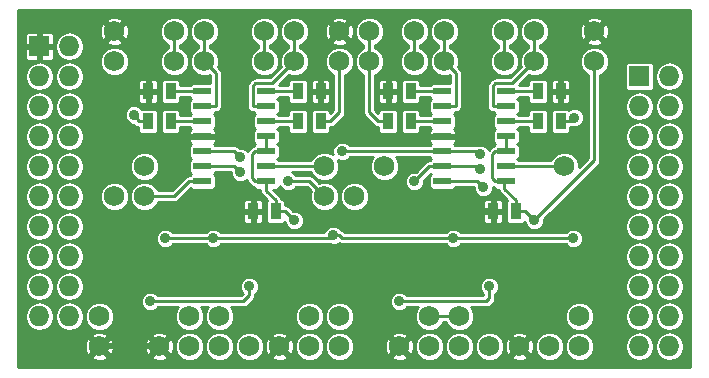
<source format=gbl>
G04 (created by PCBNEW (2013-07-07 BZR 4022)-stable) date 25/06/2014 08:25:45*
%MOIN*%
G04 Gerber Fmt 3.4, Leading zero omitted, Abs format*
%FSLAX34Y34*%
G01*
G70*
G90*
G04 APERTURE LIST*
%ADD10C,0.00393701*%
%ADD11R,0.035X0.055*%
%ADD12R,0.068X0.068*%
%ADD13O,0.068X0.068*%
%ADD14R,0.0590551X0.023622*%
%ADD15C,0.068*%
%ADD16C,0.035*%
%ADD17C,0.01*%
%ADD18C,0.02*%
G04 APERTURE END LIST*
G54D10*
G54D11*
X64875Y-30000D03*
X64125Y-30000D03*
G54D12*
X49000Y-24500D03*
G54D13*
X50000Y-24500D03*
X49000Y-25500D03*
X50000Y-25500D03*
X49000Y-26500D03*
X50000Y-26500D03*
X49000Y-27500D03*
X50000Y-27500D03*
X49000Y-28500D03*
X50000Y-28500D03*
X49000Y-29500D03*
X50000Y-29500D03*
X49000Y-30500D03*
X50000Y-30500D03*
X49000Y-31500D03*
X50000Y-31500D03*
X49000Y-32500D03*
X50000Y-32500D03*
X49000Y-33500D03*
X50000Y-33500D03*
G54D12*
X69000Y-25500D03*
G54D13*
X70000Y-25500D03*
X69000Y-26500D03*
X70000Y-26500D03*
X69000Y-27500D03*
X70000Y-27500D03*
X69000Y-28500D03*
X70000Y-28500D03*
X69000Y-29500D03*
X70000Y-29500D03*
X69000Y-30500D03*
X70000Y-30500D03*
X69000Y-31500D03*
X70000Y-31500D03*
X69000Y-32500D03*
X70000Y-32500D03*
X69000Y-33500D03*
X70000Y-33500D03*
X69000Y-34500D03*
X70000Y-34500D03*
G54D11*
X60625Y-27000D03*
X61375Y-27000D03*
X60625Y-26000D03*
X61375Y-26000D03*
X65625Y-27000D03*
X66375Y-27000D03*
X65625Y-26000D03*
X66375Y-26000D03*
G54D14*
X62437Y-29000D03*
X62437Y-28500D03*
X62437Y-28000D03*
X62437Y-27500D03*
X62437Y-27000D03*
X62437Y-26500D03*
X62437Y-26000D03*
X64562Y-26000D03*
X64562Y-26500D03*
X64562Y-27000D03*
X64562Y-27500D03*
X64562Y-28000D03*
X64562Y-28500D03*
X64562Y-29000D03*
G54D11*
X56875Y-30000D03*
X56125Y-30000D03*
X52625Y-27000D03*
X53375Y-27000D03*
X52625Y-26000D03*
X53375Y-26000D03*
X57625Y-27000D03*
X58375Y-27000D03*
X57625Y-26000D03*
X58375Y-26000D03*
G54D14*
X54437Y-29000D03*
X54437Y-28500D03*
X54437Y-28000D03*
X54437Y-27500D03*
X54437Y-27000D03*
X54437Y-26500D03*
X54437Y-26000D03*
X56562Y-26000D03*
X56562Y-26500D03*
X56562Y-27000D03*
X56562Y-27500D03*
X56562Y-28000D03*
X56562Y-28500D03*
X56562Y-29000D03*
G54D15*
X51500Y-24000D03*
X60000Y-25000D03*
X64500Y-24000D03*
X64500Y-25000D03*
X62500Y-25000D03*
X62500Y-24000D03*
X56500Y-24000D03*
X56500Y-25000D03*
X60500Y-28500D03*
X66500Y-28500D03*
X52500Y-28500D03*
X51500Y-25000D03*
X61500Y-24000D03*
X61500Y-25000D03*
X65500Y-24000D03*
X65500Y-25000D03*
X53500Y-24000D03*
X53500Y-25000D03*
X67000Y-33500D03*
X63000Y-33500D03*
X62000Y-33500D03*
X58000Y-33500D03*
X59000Y-33500D03*
X55000Y-33500D03*
X54000Y-33500D03*
X51000Y-33500D03*
X67000Y-34500D03*
X66000Y-34500D03*
X63000Y-34500D03*
X62000Y-34500D03*
X59000Y-34500D03*
X58000Y-34500D03*
X54000Y-34500D03*
X55000Y-34500D03*
X64000Y-34500D03*
X51000Y-34500D03*
X65000Y-34500D03*
X61000Y-34500D03*
X59000Y-24000D03*
X53000Y-34500D03*
X57000Y-34500D03*
X67500Y-24000D03*
X58500Y-29500D03*
X52500Y-29500D03*
X54500Y-25000D03*
X54500Y-24000D03*
X58500Y-28500D03*
X57500Y-24000D03*
X57500Y-25000D03*
X59000Y-25000D03*
X67500Y-25000D03*
X56000Y-34500D03*
X59500Y-29500D03*
X51500Y-29500D03*
X60000Y-24000D03*
G54D16*
X63800Y-29200D03*
X57300Y-29000D03*
X63700Y-28100D03*
X55700Y-28200D03*
X59095Y-27993D03*
X61500Y-29000D03*
X63700Y-28600D03*
X55700Y-28700D03*
X66800Y-30900D03*
X62800Y-30900D03*
X58800Y-30800D03*
X54800Y-30900D03*
X53200Y-30900D03*
X65500Y-30300D03*
X57500Y-30300D03*
X66832Y-26867D03*
X52167Y-26777D03*
X64000Y-32500D03*
X61000Y-33000D03*
X56000Y-32500D03*
X52700Y-33000D03*
X55500Y-30000D03*
X55500Y-27500D03*
X63500Y-30000D03*
X63500Y-27500D03*
G54D17*
X63800Y-29200D02*
X63600Y-29000D01*
X63600Y-29000D02*
X62437Y-29000D01*
X58000Y-29000D02*
X58500Y-29500D01*
X57300Y-29000D02*
X58000Y-29000D01*
X53491Y-29500D02*
X52500Y-29500D01*
X53991Y-29000D02*
X53491Y-29500D01*
X54437Y-29000D02*
X53991Y-29000D01*
X62000Y-33500D02*
X63000Y-33500D01*
X63600Y-28000D02*
X63700Y-28100D01*
X62437Y-28000D02*
X63600Y-28000D01*
X55500Y-28000D02*
X55700Y-28200D01*
X54437Y-28000D02*
X55500Y-28000D01*
X59101Y-28000D02*
X59095Y-27993D01*
X62437Y-28000D02*
X59101Y-28000D01*
X64500Y-25000D02*
X64500Y-24000D01*
X61500Y-25000D02*
X61500Y-24000D01*
X62500Y-24000D02*
X62500Y-25000D01*
X62882Y-26500D02*
X62437Y-26500D01*
X62882Y-25382D02*
X62882Y-26500D01*
X62500Y-25000D02*
X62882Y-25382D01*
X65500Y-24000D02*
X65500Y-25000D01*
X64117Y-26500D02*
X64562Y-26500D01*
X64117Y-25816D02*
X64117Y-26500D01*
X64202Y-25731D02*
X64117Y-25816D01*
X64768Y-25731D02*
X64202Y-25731D01*
X65500Y-25000D02*
X64768Y-25731D01*
X56500Y-25000D02*
X56500Y-24000D01*
X53500Y-25000D02*
X53500Y-24000D01*
X54500Y-24000D02*
X54500Y-25000D01*
X54882Y-26500D02*
X54437Y-26500D01*
X54882Y-25382D02*
X54882Y-26500D01*
X54500Y-25000D02*
X54882Y-25382D01*
X57500Y-24000D02*
X57500Y-25000D01*
X56117Y-26500D02*
X56562Y-26500D01*
X56117Y-25816D02*
X56117Y-26500D01*
X56202Y-25731D02*
X56117Y-25816D01*
X56768Y-25731D02*
X56202Y-25731D01*
X57500Y-25000D02*
X56768Y-25731D01*
X62000Y-28500D02*
X62437Y-28500D01*
X61500Y-29000D02*
X62000Y-28500D01*
X62437Y-28500D02*
X63600Y-28500D01*
X63600Y-28500D02*
X63700Y-28600D01*
X55500Y-28500D02*
X55700Y-28700D01*
X54437Y-28500D02*
X55500Y-28500D01*
X62800Y-30900D02*
X66800Y-30900D01*
X59100Y-30900D02*
X62800Y-30900D01*
X59000Y-30800D02*
X59100Y-30900D01*
X58800Y-30800D02*
X59000Y-30800D01*
X58700Y-30900D02*
X58800Y-30800D01*
X54800Y-30900D02*
X58700Y-30900D01*
X53200Y-30900D02*
X54800Y-30900D01*
X67500Y-28300D02*
X65500Y-30300D01*
X67500Y-25000D02*
X67500Y-28300D01*
X56562Y-28000D02*
X56562Y-27500D01*
X64562Y-28000D02*
X64562Y-27500D01*
X56200Y-28000D02*
X56562Y-28000D01*
X56100Y-28100D02*
X56200Y-28000D01*
X56100Y-28900D02*
X56100Y-28100D01*
X56200Y-29000D02*
X56100Y-28900D01*
X56562Y-29000D02*
X56200Y-29000D01*
X56562Y-27500D02*
X56340Y-27500D01*
X64200Y-28000D02*
X64562Y-28000D01*
X64100Y-28100D02*
X64200Y-28000D01*
X64100Y-28900D02*
X64100Y-28100D01*
X64200Y-29000D02*
X64100Y-28900D01*
X64562Y-29000D02*
X64200Y-29000D01*
X64785Y-28000D02*
X64562Y-28000D01*
X64874Y-30000D02*
X64875Y-30000D01*
X64874Y-29625D02*
X64874Y-30000D01*
X64500Y-29250D02*
X64874Y-29625D01*
X64500Y-29062D02*
X64500Y-29250D01*
X64562Y-29000D02*
X64500Y-29062D01*
X65200Y-30000D02*
X65500Y-30300D01*
X64875Y-30000D02*
X65200Y-30000D01*
X57200Y-30000D02*
X56875Y-30000D01*
X57500Y-30300D02*
X57200Y-30000D01*
X56562Y-29312D02*
X56562Y-29000D01*
X56874Y-29625D02*
X56562Y-29312D01*
X56874Y-30000D02*
X56874Y-29625D01*
X56875Y-30000D02*
X56874Y-30000D01*
X60000Y-25000D02*
X60000Y-24000D01*
X66375Y-27000D02*
X66700Y-27000D01*
X66700Y-27000D02*
X66832Y-26867D01*
X60000Y-24792D02*
X60000Y-25000D01*
X60300Y-27000D02*
X60625Y-27000D01*
X60000Y-26700D02*
X60300Y-27000D01*
X60000Y-25000D02*
X60000Y-26700D01*
X60625Y-27000D02*
X60625Y-27000D01*
X66374Y-27000D02*
X66375Y-27000D01*
X52300Y-26910D02*
X52167Y-26777D01*
X52300Y-27000D02*
X52300Y-26910D01*
X52625Y-27000D02*
X52300Y-27000D01*
X59000Y-25000D02*
X59000Y-24803D01*
X59000Y-26700D02*
X59000Y-25000D01*
X58700Y-27000D02*
X59000Y-26700D01*
X58375Y-27000D02*
X58700Y-27000D01*
X58374Y-27000D02*
X58375Y-27000D01*
X52625Y-27000D02*
X52625Y-27000D01*
X64000Y-32900D02*
X64000Y-32500D01*
X63900Y-33000D02*
X64000Y-32900D01*
X61000Y-33000D02*
X63900Y-33000D01*
X56000Y-32800D02*
X56000Y-32500D01*
X55800Y-33000D02*
X56000Y-32800D01*
X52700Y-33000D02*
X55800Y-33000D01*
X55500Y-30000D02*
X56125Y-30000D01*
X55500Y-27500D02*
X54437Y-27500D01*
X63500Y-27500D02*
X62437Y-27500D01*
G54D18*
X51000Y-34500D02*
X53000Y-34500D01*
G54D17*
X65000Y-34724D02*
X65000Y-34500D01*
G54D18*
X67500Y-23999D02*
X67500Y-24000D01*
X60625Y-25999D02*
X60625Y-25999D01*
X60625Y-25999D02*
X60625Y-25999D01*
X60625Y-25999D02*
X60625Y-25999D01*
X60600Y-25975D02*
X60625Y-25999D01*
X51500Y-24000D02*
X51500Y-23750D01*
X63500Y-30000D02*
X64125Y-30000D01*
X64125Y-30000D02*
X64125Y-30000D01*
X60625Y-25999D02*
X60625Y-25999D01*
X60625Y-25999D02*
X60625Y-25999D01*
X56125Y-30000D02*
X56125Y-30000D01*
X58375Y-26000D02*
X58374Y-26000D01*
X52625Y-26000D02*
X52625Y-26000D01*
X66375Y-26000D02*
X66374Y-26000D01*
X60625Y-26000D02*
X60625Y-25999D01*
X60625Y-26000D02*
X60625Y-26000D01*
G54D17*
X59000Y-24000D02*
X58999Y-24000D01*
X66500Y-28500D02*
X64562Y-28500D01*
X58500Y-28500D02*
X56562Y-28500D01*
X65625Y-26000D02*
X65625Y-26000D01*
X65625Y-26000D02*
X64562Y-26000D01*
X54437Y-27000D02*
X53375Y-27000D01*
X53375Y-27000D02*
X53374Y-27000D01*
X54437Y-26000D02*
X53375Y-26000D01*
X53375Y-26000D02*
X53374Y-26000D01*
X56562Y-27000D02*
X57625Y-27000D01*
X57625Y-27000D02*
X57625Y-27000D01*
X57625Y-26000D02*
X57625Y-26000D01*
X57625Y-26000D02*
X56562Y-26000D01*
X62437Y-27000D02*
X61375Y-27000D01*
X61375Y-27000D02*
X61374Y-27000D01*
X62437Y-26000D02*
X61375Y-26000D01*
X61375Y-26000D02*
X61374Y-26000D01*
X64562Y-27000D02*
X65625Y-27000D01*
X65625Y-27000D02*
X65625Y-27000D01*
G54D10*
G36*
X70700Y-35200D02*
X70490Y-35200D01*
X70490Y-34509D01*
X70490Y-34490D01*
X70490Y-33509D01*
X70490Y-33490D01*
X70490Y-32509D01*
X70490Y-32490D01*
X70490Y-31509D01*
X70490Y-31490D01*
X70490Y-30509D01*
X70490Y-30490D01*
X70490Y-29509D01*
X70490Y-29490D01*
X70490Y-28509D01*
X70490Y-28490D01*
X70490Y-27509D01*
X70490Y-27490D01*
X70490Y-26509D01*
X70490Y-26490D01*
X70490Y-25509D01*
X70490Y-25490D01*
X70452Y-25302D01*
X70346Y-25143D01*
X70187Y-25037D01*
X70000Y-25000D01*
X69812Y-25037D01*
X69653Y-25143D01*
X69547Y-25302D01*
X69510Y-25490D01*
X69510Y-25509D01*
X69547Y-25697D01*
X69653Y-25856D01*
X69812Y-25962D01*
X70000Y-25999D01*
X70187Y-25962D01*
X70346Y-25856D01*
X70452Y-25697D01*
X70490Y-25509D01*
X70490Y-26490D01*
X70452Y-26302D01*
X70346Y-26143D01*
X70187Y-26037D01*
X70000Y-26000D01*
X69812Y-26037D01*
X69653Y-26143D01*
X69547Y-26302D01*
X69510Y-26490D01*
X69510Y-26509D01*
X69547Y-26697D01*
X69653Y-26856D01*
X69812Y-26962D01*
X70000Y-26999D01*
X70187Y-26962D01*
X70346Y-26856D01*
X70452Y-26697D01*
X70490Y-26509D01*
X70490Y-27490D01*
X70452Y-27302D01*
X70346Y-27143D01*
X70187Y-27037D01*
X70000Y-27000D01*
X69812Y-27037D01*
X69653Y-27143D01*
X69547Y-27302D01*
X69510Y-27490D01*
X69510Y-27509D01*
X69547Y-27697D01*
X69653Y-27856D01*
X69812Y-27962D01*
X70000Y-27999D01*
X70187Y-27962D01*
X70346Y-27856D01*
X70452Y-27697D01*
X70490Y-27509D01*
X70490Y-28490D01*
X70452Y-28302D01*
X70346Y-28143D01*
X70187Y-28037D01*
X70000Y-28000D01*
X69812Y-28037D01*
X69653Y-28143D01*
X69547Y-28302D01*
X69510Y-28490D01*
X69510Y-28509D01*
X69547Y-28697D01*
X69653Y-28856D01*
X69812Y-28962D01*
X70000Y-28999D01*
X70187Y-28962D01*
X70346Y-28856D01*
X70452Y-28697D01*
X70490Y-28509D01*
X70490Y-29490D01*
X70452Y-29302D01*
X70346Y-29143D01*
X70187Y-29037D01*
X70000Y-29000D01*
X69812Y-29037D01*
X69653Y-29143D01*
X69547Y-29302D01*
X69510Y-29490D01*
X69510Y-29509D01*
X69547Y-29697D01*
X69653Y-29856D01*
X69812Y-29962D01*
X70000Y-29999D01*
X70187Y-29962D01*
X70346Y-29856D01*
X70452Y-29697D01*
X70490Y-29509D01*
X70490Y-30490D01*
X70452Y-30302D01*
X70346Y-30143D01*
X70187Y-30037D01*
X70000Y-30000D01*
X69812Y-30037D01*
X69653Y-30143D01*
X69547Y-30302D01*
X69510Y-30490D01*
X69510Y-30509D01*
X69547Y-30697D01*
X69653Y-30856D01*
X69812Y-30962D01*
X70000Y-30999D01*
X70187Y-30962D01*
X70346Y-30856D01*
X70452Y-30697D01*
X70490Y-30509D01*
X70490Y-31490D01*
X70452Y-31302D01*
X70346Y-31143D01*
X70187Y-31037D01*
X70000Y-31000D01*
X69812Y-31037D01*
X69653Y-31143D01*
X69547Y-31302D01*
X69510Y-31490D01*
X69510Y-31509D01*
X69547Y-31697D01*
X69653Y-31856D01*
X69812Y-31962D01*
X70000Y-31999D01*
X70187Y-31962D01*
X70346Y-31856D01*
X70452Y-31697D01*
X70490Y-31509D01*
X70490Y-32490D01*
X70452Y-32302D01*
X70346Y-32143D01*
X70187Y-32037D01*
X70000Y-32000D01*
X69812Y-32037D01*
X69653Y-32143D01*
X69547Y-32302D01*
X69510Y-32490D01*
X69510Y-32509D01*
X69547Y-32697D01*
X69653Y-32856D01*
X69812Y-32962D01*
X70000Y-32999D01*
X70187Y-32962D01*
X70346Y-32856D01*
X70452Y-32697D01*
X70490Y-32509D01*
X70490Y-33490D01*
X70452Y-33302D01*
X70346Y-33143D01*
X70187Y-33037D01*
X70000Y-33000D01*
X69812Y-33037D01*
X69653Y-33143D01*
X69547Y-33302D01*
X69510Y-33490D01*
X69510Y-33509D01*
X69547Y-33697D01*
X69653Y-33856D01*
X69812Y-33962D01*
X70000Y-33999D01*
X70187Y-33962D01*
X70346Y-33856D01*
X70452Y-33697D01*
X70490Y-33509D01*
X70490Y-34490D01*
X70452Y-34302D01*
X70346Y-34143D01*
X70187Y-34037D01*
X70000Y-34000D01*
X69812Y-34037D01*
X69653Y-34143D01*
X69547Y-34302D01*
X69510Y-34490D01*
X69510Y-34509D01*
X69547Y-34697D01*
X69653Y-34856D01*
X69812Y-34962D01*
X70000Y-34999D01*
X70187Y-34962D01*
X70346Y-34856D01*
X70452Y-34697D01*
X70490Y-34509D01*
X70490Y-35200D01*
X69490Y-35200D01*
X69490Y-34509D01*
X69490Y-34490D01*
X69490Y-33509D01*
X69490Y-33490D01*
X69490Y-32509D01*
X69490Y-32490D01*
X69490Y-31509D01*
X69490Y-31490D01*
X69490Y-30509D01*
X69490Y-30490D01*
X69490Y-29509D01*
X69490Y-29490D01*
X69490Y-28509D01*
X69490Y-28490D01*
X69490Y-27509D01*
X69490Y-27490D01*
X69490Y-26509D01*
X69490Y-26490D01*
X69490Y-25869D01*
X69490Y-25810D01*
X69490Y-25130D01*
X69467Y-25075D01*
X69424Y-25032D01*
X69369Y-25010D01*
X69310Y-25010D01*
X68630Y-25010D01*
X68575Y-25032D01*
X68532Y-25075D01*
X68510Y-25130D01*
X68510Y-25189D01*
X68510Y-25869D01*
X68532Y-25924D01*
X68575Y-25967D01*
X68630Y-25990D01*
X68689Y-25990D01*
X69369Y-25990D01*
X69424Y-25967D01*
X69467Y-25924D01*
X69490Y-25869D01*
X69490Y-26490D01*
X69452Y-26302D01*
X69346Y-26143D01*
X69187Y-26037D01*
X69000Y-26000D01*
X68812Y-26037D01*
X68653Y-26143D01*
X68547Y-26302D01*
X68510Y-26490D01*
X68510Y-26509D01*
X68547Y-26697D01*
X68653Y-26856D01*
X68812Y-26962D01*
X69000Y-26999D01*
X69187Y-26962D01*
X69346Y-26856D01*
X69452Y-26697D01*
X69490Y-26509D01*
X69490Y-27490D01*
X69452Y-27302D01*
X69346Y-27143D01*
X69187Y-27037D01*
X69000Y-27000D01*
X68812Y-27037D01*
X68653Y-27143D01*
X68547Y-27302D01*
X68510Y-27490D01*
X68510Y-27509D01*
X68547Y-27697D01*
X68653Y-27856D01*
X68812Y-27962D01*
X69000Y-27999D01*
X69187Y-27962D01*
X69346Y-27856D01*
X69452Y-27697D01*
X69490Y-27509D01*
X69490Y-28490D01*
X69452Y-28302D01*
X69346Y-28143D01*
X69187Y-28037D01*
X69000Y-28000D01*
X68812Y-28037D01*
X68653Y-28143D01*
X68547Y-28302D01*
X68510Y-28490D01*
X68510Y-28509D01*
X68547Y-28697D01*
X68653Y-28856D01*
X68812Y-28962D01*
X69000Y-28999D01*
X69187Y-28962D01*
X69346Y-28856D01*
X69452Y-28697D01*
X69490Y-28509D01*
X69490Y-29490D01*
X69452Y-29302D01*
X69346Y-29143D01*
X69187Y-29037D01*
X69000Y-29000D01*
X68812Y-29037D01*
X68653Y-29143D01*
X68547Y-29302D01*
X68510Y-29490D01*
X68510Y-29509D01*
X68547Y-29697D01*
X68653Y-29856D01*
X68812Y-29962D01*
X69000Y-29999D01*
X69187Y-29962D01*
X69346Y-29856D01*
X69452Y-29697D01*
X69490Y-29509D01*
X69490Y-30490D01*
X69452Y-30302D01*
X69346Y-30143D01*
X69187Y-30037D01*
X69000Y-30000D01*
X68812Y-30037D01*
X68653Y-30143D01*
X68547Y-30302D01*
X68510Y-30490D01*
X68510Y-30509D01*
X68547Y-30697D01*
X68653Y-30856D01*
X68812Y-30962D01*
X69000Y-30999D01*
X69187Y-30962D01*
X69346Y-30856D01*
X69452Y-30697D01*
X69490Y-30509D01*
X69490Y-31490D01*
X69452Y-31302D01*
X69346Y-31143D01*
X69187Y-31037D01*
X69000Y-31000D01*
X68812Y-31037D01*
X68653Y-31143D01*
X68547Y-31302D01*
X68510Y-31490D01*
X68510Y-31509D01*
X68547Y-31697D01*
X68653Y-31856D01*
X68812Y-31962D01*
X69000Y-31999D01*
X69187Y-31962D01*
X69346Y-31856D01*
X69452Y-31697D01*
X69490Y-31509D01*
X69490Y-32490D01*
X69452Y-32302D01*
X69346Y-32143D01*
X69187Y-32037D01*
X69000Y-32000D01*
X68812Y-32037D01*
X68653Y-32143D01*
X68547Y-32302D01*
X68510Y-32490D01*
X68510Y-32509D01*
X68547Y-32697D01*
X68653Y-32856D01*
X68812Y-32962D01*
X69000Y-32999D01*
X69187Y-32962D01*
X69346Y-32856D01*
X69452Y-32697D01*
X69490Y-32509D01*
X69490Y-33490D01*
X69452Y-33302D01*
X69346Y-33143D01*
X69187Y-33037D01*
X69000Y-33000D01*
X68812Y-33037D01*
X68653Y-33143D01*
X68547Y-33302D01*
X68510Y-33490D01*
X68510Y-33509D01*
X68547Y-33697D01*
X68653Y-33856D01*
X68812Y-33962D01*
X69000Y-33999D01*
X69187Y-33962D01*
X69346Y-33856D01*
X69452Y-33697D01*
X69490Y-33509D01*
X69490Y-34490D01*
X69452Y-34302D01*
X69346Y-34143D01*
X69187Y-34037D01*
X69000Y-34000D01*
X68812Y-34037D01*
X68653Y-34143D01*
X68547Y-34302D01*
X68510Y-34490D01*
X68510Y-34509D01*
X68547Y-34697D01*
X68653Y-34856D01*
X68812Y-34962D01*
X69000Y-34999D01*
X69187Y-34962D01*
X69346Y-34856D01*
X69452Y-34697D01*
X69490Y-34509D01*
X69490Y-35200D01*
X67995Y-35200D01*
X67995Y-24067D01*
X67983Y-23872D01*
X67931Y-23748D01*
X67860Y-23710D01*
X67789Y-23781D01*
X67789Y-23639D01*
X67751Y-23568D01*
X67567Y-23504D01*
X67372Y-23516D01*
X67248Y-23568D01*
X67210Y-23639D01*
X67500Y-23929D01*
X67789Y-23639D01*
X67789Y-23781D01*
X67570Y-24000D01*
X67860Y-24289D01*
X67931Y-24251D01*
X67995Y-24067D01*
X67995Y-35200D01*
X67990Y-35200D01*
X67990Y-24902D01*
X67915Y-24722D01*
X67789Y-24596D01*
X67789Y-24360D01*
X67500Y-24070D01*
X67429Y-24141D01*
X67429Y-24000D01*
X67139Y-23710D01*
X67068Y-23748D01*
X67004Y-23932D01*
X67016Y-24127D01*
X67068Y-24251D01*
X67139Y-24289D01*
X67429Y-24000D01*
X67429Y-24141D01*
X67210Y-24360D01*
X67248Y-24431D01*
X67432Y-24495D01*
X67627Y-24483D01*
X67751Y-24431D01*
X67789Y-24360D01*
X67789Y-24596D01*
X67777Y-24584D01*
X67597Y-24510D01*
X67402Y-24509D01*
X67222Y-24584D01*
X67084Y-24722D01*
X67010Y-24902D01*
X67009Y-25097D01*
X67084Y-25277D01*
X67222Y-25415D01*
X67300Y-25447D01*
X67300Y-28217D01*
X67157Y-28359D01*
X67157Y-26803D01*
X67107Y-26683D01*
X67016Y-26592D01*
X66897Y-26542D01*
X66767Y-26542D01*
X66700Y-26570D01*
X66700Y-26304D01*
X66700Y-26245D01*
X66700Y-26087D01*
X66700Y-25912D01*
X66700Y-25754D01*
X66700Y-25695D01*
X66677Y-25640D01*
X66634Y-25597D01*
X66579Y-25575D01*
X66462Y-25575D01*
X66425Y-25612D01*
X66425Y-25950D01*
X66662Y-25950D01*
X66700Y-25912D01*
X66700Y-26087D01*
X66662Y-26050D01*
X66425Y-26050D01*
X66425Y-26387D01*
X66462Y-26425D01*
X66579Y-26425D01*
X66634Y-26402D01*
X66677Y-26359D01*
X66700Y-26304D01*
X66700Y-26570D01*
X66648Y-26592D01*
X66638Y-26601D01*
X66634Y-26597D01*
X66579Y-26575D01*
X66520Y-26575D01*
X66325Y-26575D01*
X66325Y-26387D01*
X66325Y-26050D01*
X66325Y-25950D01*
X66325Y-25612D01*
X66287Y-25575D01*
X66170Y-25575D01*
X66115Y-25597D01*
X66072Y-25640D01*
X66050Y-25695D01*
X66050Y-25754D01*
X66050Y-25912D01*
X66087Y-25950D01*
X66325Y-25950D01*
X66325Y-26050D01*
X66087Y-26050D01*
X66050Y-26087D01*
X66050Y-26245D01*
X66050Y-26304D01*
X66072Y-26359D01*
X66115Y-26402D01*
X66170Y-26425D01*
X66287Y-26425D01*
X66325Y-26387D01*
X66325Y-26575D01*
X66170Y-26575D01*
X66115Y-26597D01*
X66072Y-26640D01*
X66050Y-26695D01*
X66050Y-26754D01*
X66050Y-27304D01*
X66072Y-27359D01*
X66115Y-27402D01*
X66170Y-27425D01*
X66229Y-27425D01*
X66579Y-27425D01*
X66634Y-27402D01*
X66677Y-27359D01*
X66700Y-27304D01*
X66700Y-27245D01*
X66700Y-27200D01*
X66757Y-27188D01*
X66767Y-27192D01*
X66896Y-27192D01*
X67016Y-27143D01*
X67107Y-27052D01*
X67157Y-26932D01*
X67157Y-26803D01*
X67157Y-28359D01*
X66989Y-28527D01*
X66990Y-28402D01*
X66915Y-28222D01*
X66777Y-28084D01*
X66597Y-28010D01*
X66402Y-28009D01*
X66222Y-28084D01*
X66084Y-28222D01*
X66052Y-28300D01*
X64986Y-28300D01*
X64985Y-28296D01*
X64943Y-28254D01*
X64931Y-28250D01*
X64943Y-28245D01*
X64985Y-28203D01*
X65008Y-28147D01*
X65008Y-28088D01*
X65008Y-27852D01*
X64985Y-27796D01*
X64943Y-27754D01*
X64931Y-27750D01*
X64943Y-27745D01*
X64985Y-27703D01*
X65008Y-27647D01*
X65008Y-27588D01*
X65008Y-27352D01*
X64985Y-27296D01*
X64943Y-27254D01*
X64931Y-27250D01*
X64943Y-27245D01*
X64985Y-27203D01*
X64986Y-27200D01*
X65300Y-27200D01*
X65300Y-27304D01*
X65322Y-27359D01*
X65365Y-27402D01*
X65420Y-27425D01*
X65479Y-27425D01*
X65829Y-27425D01*
X65884Y-27402D01*
X65927Y-27359D01*
X65950Y-27304D01*
X65950Y-27245D01*
X65950Y-26695D01*
X65927Y-26640D01*
X65884Y-26597D01*
X65829Y-26575D01*
X65770Y-26575D01*
X65420Y-26575D01*
X65365Y-26597D01*
X65322Y-26640D01*
X65300Y-26695D01*
X65300Y-26754D01*
X65300Y-26800D01*
X64986Y-26800D01*
X64985Y-26796D01*
X64943Y-26754D01*
X64931Y-26750D01*
X64943Y-26745D01*
X64985Y-26703D01*
X65008Y-26647D01*
X65008Y-26588D01*
X65008Y-26352D01*
X64985Y-26296D01*
X64943Y-26254D01*
X64931Y-26250D01*
X64943Y-26245D01*
X64985Y-26203D01*
X64986Y-26200D01*
X65300Y-26200D01*
X65300Y-26304D01*
X65322Y-26359D01*
X65365Y-26402D01*
X65420Y-26425D01*
X65479Y-26425D01*
X65829Y-26425D01*
X65884Y-26402D01*
X65927Y-26359D01*
X65950Y-26304D01*
X65950Y-26245D01*
X65950Y-25695D01*
X65927Y-25640D01*
X65884Y-25597D01*
X65829Y-25575D01*
X65770Y-25575D01*
X65420Y-25575D01*
X65365Y-25597D01*
X65322Y-25640D01*
X65300Y-25695D01*
X65300Y-25754D01*
X65300Y-25800D01*
X64986Y-25800D01*
X64985Y-25797D01*
X65324Y-25457D01*
X65402Y-25489D01*
X65597Y-25490D01*
X65777Y-25415D01*
X65915Y-25277D01*
X65989Y-25097D01*
X65990Y-24902D01*
X65915Y-24722D01*
X65777Y-24584D01*
X65700Y-24552D01*
X65700Y-24447D01*
X65777Y-24415D01*
X65915Y-24277D01*
X65989Y-24097D01*
X65990Y-23902D01*
X65915Y-23722D01*
X65777Y-23584D01*
X65597Y-23510D01*
X65402Y-23509D01*
X65222Y-23584D01*
X65084Y-23722D01*
X65010Y-23902D01*
X65009Y-24097D01*
X65084Y-24277D01*
X65222Y-24415D01*
X65300Y-24447D01*
X65300Y-24552D01*
X65222Y-24584D01*
X65084Y-24722D01*
X65010Y-24902D01*
X65009Y-25097D01*
X65042Y-25174D01*
X64990Y-25226D01*
X64990Y-24902D01*
X64915Y-24722D01*
X64777Y-24584D01*
X64700Y-24552D01*
X64700Y-24447D01*
X64777Y-24415D01*
X64915Y-24277D01*
X64989Y-24097D01*
X64990Y-23902D01*
X64915Y-23722D01*
X64777Y-23584D01*
X64597Y-23510D01*
X64402Y-23509D01*
X64222Y-23584D01*
X64084Y-23722D01*
X64010Y-23902D01*
X64009Y-24097D01*
X64084Y-24277D01*
X64222Y-24415D01*
X64300Y-24447D01*
X64300Y-24552D01*
X64222Y-24584D01*
X64084Y-24722D01*
X64010Y-24902D01*
X64009Y-25097D01*
X64084Y-25277D01*
X64222Y-25415D01*
X64402Y-25489D01*
X64597Y-25490D01*
X64777Y-25415D01*
X64915Y-25277D01*
X64989Y-25097D01*
X64990Y-24902D01*
X64990Y-25226D01*
X64685Y-25531D01*
X64202Y-25531D01*
X64163Y-25539D01*
X64125Y-25546D01*
X64125Y-25546D01*
X64125Y-25546D01*
X64093Y-25568D01*
X64060Y-25590D01*
X63976Y-25674D01*
X63976Y-25674D01*
X63976Y-25674D01*
X63955Y-25706D01*
X63932Y-25739D01*
X63932Y-25739D01*
X63932Y-25739D01*
X63925Y-25777D01*
X63917Y-25816D01*
X63917Y-25816D01*
X63917Y-25816D01*
X63917Y-26500D01*
X63932Y-26576D01*
X63976Y-26641D01*
X64041Y-26684D01*
X64117Y-26700D01*
X64139Y-26700D01*
X64140Y-26703D01*
X64182Y-26745D01*
X64194Y-26749D01*
X64182Y-26754D01*
X64140Y-26796D01*
X64117Y-26852D01*
X64117Y-26911D01*
X64117Y-27147D01*
X64140Y-27203D01*
X64182Y-27245D01*
X64194Y-27249D01*
X64182Y-27254D01*
X64140Y-27296D01*
X64117Y-27352D01*
X64117Y-27411D01*
X64117Y-27647D01*
X64140Y-27703D01*
X64182Y-27745D01*
X64194Y-27749D01*
X64182Y-27754D01*
X64140Y-27796D01*
X64133Y-27813D01*
X64123Y-27815D01*
X64058Y-27858D01*
X63983Y-27934D01*
X63975Y-27916D01*
X63884Y-27824D01*
X63764Y-27775D01*
X63635Y-27774D01*
X63574Y-27800D01*
X63082Y-27800D01*
X63082Y-26500D01*
X63082Y-25382D01*
X63082Y-25382D01*
X63074Y-25344D01*
X63067Y-25305D01*
X63067Y-25305D01*
X63067Y-25305D01*
X63045Y-25273D01*
X63023Y-25241D01*
X63023Y-25240D01*
X62957Y-25175D01*
X62989Y-25097D01*
X62990Y-24902D01*
X62915Y-24722D01*
X62777Y-24584D01*
X62700Y-24552D01*
X62700Y-24447D01*
X62777Y-24415D01*
X62915Y-24277D01*
X62989Y-24097D01*
X62990Y-23902D01*
X62915Y-23722D01*
X62777Y-23584D01*
X62597Y-23510D01*
X62402Y-23509D01*
X62222Y-23584D01*
X62084Y-23722D01*
X62010Y-23902D01*
X62009Y-24097D01*
X62084Y-24277D01*
X62222Y-24415D01*
X62300Y-24447D01*
X62300Y-24552D01*
X62222Y-24584D01*
X62084Y-24722D01*
X62010Y-24902D01*
X62009Y-25097D01*
X62084Y-25277D01*
X62222Y-25415D01*
X62402Y-25489D01*
X62597Y-25490D01*
X62674Y-25457D01*
X62682Y-25465D01*
X62682Y-25731D01*
X62111Y-25731D01*
X62056Y-25754D01*
X62014Y-25796D01*
X62013Y-25800D01*
X61990Y-25800D01*
X61990Y-24902D01*
X61915Y-24722D01*
X61777Y-24584D01*
X61700Y-24552D01*
X61700Y-24447D01*
X61777Y-24415D01*
X61915Y-24277D01*
X61989Y-24097D01*
X61990Y-23902D01*
X61915Y-23722D01*
X61777Y-23584D01*
X61597Y-23510D01*
X61402Y-23509D01*
X61222Y-23584D01*
X61084Y-23722D01*
X61010Y-23902D01*
X61009Y-24097D01*
X61084Y-24277D01*
X61222Y-24415D01*
X61300Y-24447D01*
X61300Y-24552D01*
X61222Y-24584D01*
X61084Y-24722D01*
X61010Y-24902D01*
X61009Y-25097D01*
X61084Y-25277D01*
X61222Y-25415D01*
X61402Y-25489D01*
X61597Y-25490D01*
X61777Y-25415D01*
X61915Y-25277D01*
X61989Y-25097D01*
X61990Y-24902D01*
X61990Y-25800D01*
X61700Y-25800D01*
X61700Y-25695D01*
X61677Y-25640D01*
X61634Y-25597D01*
X61579Y-25575D01*
X61520Y-25575D01*
X61170Y-25575D01*
X61115Y-25597D01*
X61072Y-25640D01*
X61050Y-25695D01*
X61050Y-25754D01*
X61050Y-26304D01*
X61072Y-26359D01*
X61115Y-26402D01*
X61170Y-26425D01*
X61229Y-26425D01*
X61579Y-26425D01*
X61634Y-26402D01*
X61677Y-26359D01*
X61700Y-26304D01*
X61700Y-26245D01*
X61700Y-26200D01*
X62013Y-26200D01*
X62014Y-26203D01*
X62056Y-26245D01*
X62068Y-26249D01*
X62056Y-26254D01*
X62014Y-26296D01*
X61991Y-26352D01*
X61991Y-26411D01*
X61991Y-26647D01*
X62014Y-26703D01*
X62056Y-26745D01*
X62068Y-26749D01*
X62056Y-26754D01*
X62014Y-26796D01*
X62013Y-26800D01*
X61700Y-26800D01*
X61700Y-26695D01*
X61677Y-26640D01*
X61634Y-26597D01*
X61579Y-26575D01*
X61520Y-26575D01*
X61170Y-26575D01*
X61115Y-26597D01*
X61072Y-26640D01*
X61050Y-26695D01*
X61050Y-26754D01*
X61050Y-27304D01*
X61072Y-27359D01*
X61115Y-27402D01*
X61170Y-27425D01*
X61229Y-27425D01*
X61579Y-27425D01*
X61634Y-27402D01*
X61677Y-27359D01*
X61700Y-27304D01*
X61700Y-27245D01*
X61700Y-27200D01*
X62013Y-27200D01*
X62014Y-27203D01*
X62056Y-27245D01*
X62068Y-27250D01*
X62056Y-27254D01*
X62014Y-27296D01*
X61991Y-27352D01*
X61991Y-27412D01*
X62029Y-27450D01*
X62387Y-27450D01*
X62387Y-27442D01*
X62487Y-27442D01*
X62487Y-27450D01*
X62844Y-27450D01*
X62882Y-27412D01*
X62882Y-27352D01*
X62859Y-27296D01*
X62817Y-27254D01*
X62805Y-27250D01*
X62817Y-27245D01*
X62859Y-27203D01*
X62882Y-27147D01*
X62882Y-27088D01*
X62882Y-26852D01*
X62859Y-26796D01*
X62817Y-26754D01*
X62805Y-26750D01*
X62817Y-26745D01*
X62859Y-26703D01*
X62860Y-26700D01*
X62882Y-26700D01*
X62958Y-26684D01*
X63023Y-26641D01*
X63067Y-26576D01*
X63082Y-26500D01*
X63082Y-27800D01*
X62860Y-27800D01*
X62859Y-27796D01*
X62817Y-27754D01*
X62805Y-27750D01*
X62817Y-27745D01*
X62859Y-27703D01*
X62882Y-27647D01*
X62882Y-27587D01*
X62844Y-27550D01*
X62487Y-27550D01*
X62487Y-27557D01*
X62387Y-27557D01*
X62387Y-27550D01*
X62029Y-27550D01*
X61991Y-27587D01*
X61991Y-27647D01*
X62014Y-27703D01*
X62056Y-27745D01*
X62068Y-27749D01*
X62056Y-27754D01*
X62014Y-27796D01*
X62013Y-27800D01*
X60950Y-27800D01*
X60950Y-27304D01*
X60950Y-27245D01*
X60950Y-26695D01*
X60950Y-26304D01*
X60950Y-26245D01*
X60950Y-26087D01*
X60950Y-25912D01*
X60950Y-25754D01*
X60950Y-25695D01*
X60927Y-25640D01*
X60884Y-25597D01*
X60829Y-25575D01*
X60712Y-25575D01*
X60675Y-25612D01*
X60675Y-25950D01*
X60912Y-25950D01*
X60950Y-25912D01*
X60950Y-26087D01*
X60912Y-26050D01*
X60675Y-26050D01*
X60675Y-26387D01*
X60712Y-26425D01*
X60829Y-26425D01*
X60884Y-26402D01*
X60927Y-26359D01*
X60950Y-26304D01*
X60950Y-26695D01*
X60927Y-26640D01*
X60884Y-26597D01*
X60829Y-26575D01*
X60770Y-26575D01*
X60575Y-26575D01*
X60575Y-26387D01*
X60575Y-26050D01*
X60575Y-25950D01*
X60575Y-25612D01*
X60537Y-25575D01*
X60420Y-25575D01*
X60365Y-25597D01*
X60322Y-25640D01*
X60300Y-25695D01*
X60300Y-25754D01*
X60300Y-25912D01*
X60337Y-25950D01*
X60575Y-25950D01*
X60575Y-26050D01*
X60337Y-26050D01*
X60300Y-26087D01*
X60300Y-26245D01*
X60300Y-26304D01*
X60322Y-26359D01*
X60365Y-26402D01*
X60420Y-26425D01*
X60537Y-26425D01*
X60575Y-26387D01*
X60575Y-26575D01*
X60420Y-26575D01*
X60365Y-26597D01*
X60322Y-26640D01*
X60300Y-26695D01*
X60300Y-26717D01*
X60200Y-26617D01*
X60200Y-25447D01*
X60277Y-25415D01*
X60415Y-25277D01*
X60489Y-25097D01*
X60490Y-24902D01*
X60415Y-24722D01*
X60277Y-24584D01*
X60200Y-24552D01*
X60200Y-24447D01*
X60277Y-24415D01*
X60415Y-24277D01*
X60489Y-24097D01*
X60490Y-23902D01*
X60415Y-23722D01*
X60277Y-23584D01*
X60097Y-23510D01*
X59902Y-23509D01*
X59722Y-23584D01*
X59584Y-23722D01*
X59510Y-23902D01*
X59509Y-24097D01*
X59584Y-24277D01*
X59722Y-24415D01*
X59800Y-24447D01*
X59800Y-24552D01*
X59722Y-24584D01*
X59584Y-24722D01*
X59510Y-24902D01*
X59509Y-25097D01*
X59584Y-25277D01*
X59722Y-25415D01*
X59800Y-25447D01*
X59800Y-26700D01*
X59815Y-26776D01*
X59858Y-26841D01*
X60158Y-27141D01*
X60223Y-27184D01*
X60300Y-27200D01*
X60300Y-27304D01*
X60322Y-27359D01*
X60365Y-27402D01*
X60420Y-27425D01*
X60479Y-27425D01*
X60829Y-27425D01*
X60884Y-27402D01*
X60927Y-27359D01*
X60950Y-27304D01*
X60950Y-27800D01*
X59495Y-27800D01*
X59495Y-24067D01*
X59483Y-23872D01*
X59431Y-23748D01*
X59360Y-23710D01*
X59289Y-23781D01*
X59289Y-23639D01*
X59251Y-23568D01*
X59067Y-23504D01*
X58872Y-23516D01*
X58748Y-23568D01*
X58710Y-23639D01*
X59000Y-23929D01*
X59289Y-23639D01*
X59289Y-23781D01*
X59070Y-24000D01*
X59360Y-24289D01*
X59431Y-24251D01*
X59495Y-24067D01*
X59495Y-27800D01*
X59490Y-27800D01*
X59490Y-24902D01*
X59415Y-24722D01*
X59289Y-24596D01*
X59289Y-24360D01*
X59000Y-24070D01*
X58929Y-24141D01*
X58929Y-24000D01*
X58639Y-23710D01*
X58568Y-23748D01*
X58504Y-23932D01*
X58516Y-24127D01*
X58568Y-24251D01*
X58639Y-24289D01*
X58929Y-24000D01*
X58929Y-24141D01*
X58710Y-24360D01*
X58748Y-24431D01*
X58932Y-24495D01*
X59127Y-24483D01*
X59251Y-24431D01*
X59289Y-24360D01*
X59289Y-24596D01*
X59277Y-24584D01*
X59097Y-24510D01*
X58902Y-24509D01*
X58722Y-24584D01*
X58584Y-24722D01*
X58510Y-24902D01*
X58509Y-25097D01*
X58584Y-25277D01*
X58722Y-25415D01*
X58800Y-25447D01*
X58800Y-26617D01*
X58700Y-26717D01*
X58700Y-26695D01*
X58700Y-26304D01*
X58700Y-26245D01*
X58700Y-26087D01*
X58700Y-25912D01*
X58700Y-25754D01*
X58700Y-25695D01*
X58677Y-25640D01*
X58634Y-25597D01*
X58579Y-25575D01*
X58462Y-25575D01*
X58425Y-25612D01*
X58425Y-25950D01*
X58662Y-25950D01*
X58700Y-25912D01*
X58700Y-26087D01*
X58662Y-26050D01*
X58425Y-26050D01*
X58425Y-26387D01*
X58462Y-26425D01*
X58579Y-26425D01*
X58634Y-26402D01*
X58677Y-26359D01*
X58700Y-26304D01*
X58700Y-26695D01*
X58677Y-26640D01*
X58634Y-26597D01*
X58579Y-26575D01*
X58520Y-26575D01*
X58325Y-26575D01*
X58325Y-26387D01*
X58325Y-26050D01*
X58325Y-25950D01*
X58325Y-25612D01*
X58287Y-25575D01*
X58170Y-25575D01*
X58115Y-25597D01*
X58072Y-25640D01*
X58050Y-25695D01*
X58050Y-25754D01*
X58050Y-25912D01*
X58087Y-25950D01*
X58325Y-25950D01*
X58325Y-26050D01*
X58087Y-26050D01*
X58050Y-26087D01*
X58050Y-26245D01*
X58050Y-26304D01*
X58072Y-26359D01*
X58115Y-26402D01*
X58170Y-26425D01*
X58287Y-26425D01*
X58325Y-26387D01*
X58325Y-26575D01*
X58170Y-26575D01*
X58115Y-26597D01*
X58072Y-26640D01*
X58050Y-26695D01*
X58050Y-26754D01*
X58050Y-27304D01*
X58072Y-27359D01*
X58115Y-27402D01*
X58170Y-27425D01*
X58229Y-27425D01*
X58579Y-27425D01*
X58634Y-27402D01*
X58677Y-27359D01*
X58700Y-27304D01*
X58700Y-27245D01*
X58700Y-27200D01*
X58776Y-27184D01*
X58841Y-27141D01*
X59141Y-26841D01*
X59184Y-26776D01*
X59200Y-26700D01*
X59200Y-25447D01*
X59277Y-25415D01*
X59415Y-25277D01*
X59489Y-25097D01*
X59490Y-24902D01*
X59490Y-27800D01*
X59361Y-27800D01*
X59279Y-27718D01*
X59160Y-27668D01*
X59030Y-27668D01*
X58911Y-27717D01*
X58819Y-27809D01*
X58770Y-27928D01*
X58770Y-28057D01*
X58783Y-28090D01*
X58777Y-28084D01*
X58597Y-28010D01*
X58402Y-28009D01*
X58222Y-28084D01*
X58084Y-28222D01*
X58052Y-28300D01*
X56986Y-28300D01*
X56985Y-28296D01*
X56943Y-28254D01*
X56931Y-28250D01*
X56943Y-28245D01*
X56985Y-28203D01*
X57008Y-28147D01*
X57008Y-28088D01*
X57008Y-27852D01*
X56985Y-27796D01*
X56943Y-27754D01*
X56931Y-27750D01*
X56943Y-27745D01*
X56985Y-27703D01*
X57008Y-27647D01*
X57008Y-27588D01*
X57008Y-27352D01*
X56985Y-27296D01*
X56943Y-27254D01*
X56931Y-27250D01*
X56943Y-27245D01*
X56985Y-27203D01*
X56986Y-27200D01*
X57300Y-27200D01*
X57300Y-27304D01*
X57322Y-27359D01*
X57365Y-27402D01*
X57420Y-27425D01*
X57479Y-27425D01*
X57829Y-27425D01*
X57884Y-27402D01*
X57927Y-27359D01*
X57950Y-27304D01*
X57950Y-27245D01*
X57950Y-26695D01*
X57927Y-26640D01*
X57884Y-26597D01*
X57829Y-26575D01*
X57770Y-26575D01*
X57420Y-26575D01*
X57365Y-26597D01*
X57322Y-26640D01*
X57300Y-26695D01*
X57300Y-26754D01*
X57300Y-26800D01*
X56986Y-26800D01*
X56985Y-26796D01*
X56943Y-26754D01*
X56931Y-26750D01*
X56943Y-26745D01*
X56985Y-26703D01*
X57008Y-26647D01*
X57008Y-26588D01*
X57008Y-26352D01*
X56985Y-26296D01*
X56943Y-26254D01*
X56931Y-26250D01*
X56943Y-26245D01*
X56985Y-26203D01*
X56986Y-26200D01*
X57300Y-26200D01*
X57300Y-26304D01*
X57322Y-26359D01*
X57365Y-26402D01*
X57420Y-26425D01*
X57479Y-26425D01*
X57829Y-26425D01*
X57884Y-26402D01*
X57927Y-26359D01*
X57950Y-26304D01*
X57950Y-26245D01*
X57950Y-25695D01*
X57927Y-25640D01*
X57884Y-25597D01*
X57829Y-25575D01*
X57770Y-25575D01*
X57420Y-25575D01*
X57365Y-25597D01*
X57322Y-25640D01*
X57300Y-25695D01*
X57300Y-25754D01*
X57300Y-25800D01*
X56986Y-25800D01*
X56985Y-25797D01*
X57324Y-25457D01*
X57402Y-25489D01*
X57597Y-25490D01*
X57777Y-25415D01*
X57915Y-25277D01*
X57989Y-25097D01*
X57990Y-24902D01*
X57915Y-24722D01*
X57777Y-24584D01*
X57700Y-24552D01*
X57700Y-24447D01*
X57777Y-24415D01*
X57915Y-24277D01*
X57989Y-24097D01*
X57990Y-23902D01*
X57915Y-23722D01*
X57777Y-23584D01*
X57597Y-23510D01*
X57402Y-23509D01*
X57222Y-23584D01*
X57084Y-23722D01*
X57010Y-23902D01*
X57009Y-24097D01*
X57084Y-24277D01*
X57222Y-24415D01*
X57300Y-24447D01*
X57300Y-24552D01*
X57222Y-24584D01*
X57084Y-24722D01*
X57010Y-24902D01*
X57009Y-25097D01*
X57042Y-25174D01*
X56990Y-25226D01*
X56990Y-24902D01*
X56915Y-24722D01*
X56777Y-24584D01*
X56700Y-24552D01*
X56700Y-24447D01*
X56777Y-24415D01*
X56915Y-24277D01*
X56989Y-24097D01*
X56990Y-23902D01*
X56915Y-23722D01*
X56777Y-23584D01*
X56597Y-23510D01*
X56402Y-23509D01*
X56222Y-23584D01*
X56084Y-23722D01*
X56010Y-23902D01*
X56009Y-24097D01*
X56084Y-24277D01*
X56222Y-24415D01*
X56300Y-24447D01*
X56300Y-24552D01*
X56222Y-24584D01*
X56084Y-24722D01*
X56010Y-24902D01*
X56009Y-25097D01*
X56084Y-25277D01*
X56222Y-25415D01*
X56402Y-25489D01*
X56597Y-25490D01*
X56777Y-25415D01*
X56915Y-25277D01*
X56989Y-25097D01*
X56990Y-24902D01*
X56990Y-25226D01*
X56685Y-25531D01*
X56202Y-25531D01*
X56163Y-25539D01*
X56125Y-25546D01*
X56125Y-25546D01*
X56125Y-25546D01*
X56093Y-25568D01*
X56060Y-25590D01*
X55976Y-25674D01*
X55976Y-25674D01*
X55976Y-25674D01*
X55955Y-25706D01*
X55932Y-25739D01*
X55932Y-25739D01*
X55932Y-25739D01*
X55925Y-25777D01*
X55917Y-25816D01*
X55917Y-25816D01*
X55917Y-25816D01*
X55917Y-26500D01*
X55932Y-26576D01*
X55976Y-26641D01*
X56041Y-26684D01*
X56117Y-26700D01*
X56139Y-26700D01*
X56140Y-26703D01*
X56182Y-26745D01*
X56194Y-26749D01*
X56182Y-26754D01*
X56140Y-26796D01*
X56117Y-26852D01*
X56117Y-26911D01*
X56117Y-27147D01*
X56140Y-27203D01*
X56182Y-27245D01*
X56194Y-27249D01*
X56182Y-27254D01*
X56140Y-27296D01*
X56117Y-27352D01*
X56117Y-27411D01*
X56117Y-27647D01*
X56140Y-27703D01*
X56182Y-27745D01*
X56194Y-27749D01*
X56182Y-27754D01*
X56140Y-27796D01*
X56133Y-27813D01*
X56123Y-27815D01*
X56058Y-27858D01*
X55958Y-27958D01*
X55942Y-27982D01*
X55884Y-27924D01*
X55764Y-27875D01*
X55657Y-27874D01*
X55641Y-27858D01*
X55576Y-27815D01*
X55500Y-27800D01*
X55082Y-27800D01*
X55082Y-26500D01*
X55082Y-25382D01*
X55082Y-25382D01*
X55074Y-25344D01*
X55067Y-25305D01*
X55067Y-25305D01*
X55067Y-25305D01*
X55045Y-25273D01*
X55023Y-25241D01*
X55023Y-25240D01*
X54957Y-25175D01*
X54989Y-25097D01*
X54990Y-24902D01*
X54915Y-24722D01*
X54777Y-24584D01*
X54700Y-24552D01*
X54700Y-24447D01*
X54777Y-24415D01*
X54915Y-24277D01*
X54989Y-24097D01*
X54990Y-23902D01*
X54915Y-23722D01*
X54777Y-23584D01*
X54597Y-23510D01*
X54402Y-23509D01*
X54222Y-23584D01*
X54084Y-23722D01*
X54010Y-23902D01*
X54009Y-24097D01*
X54084Y-24277D01*
X54222Y-24415D01*
X54300Y-24447D01*
X54300Y-24552D01*
X54222Y-24584D01*
X54084Y-24722D01*
X54010Y-24902D01*
X54009Y-25097D01*
X54084Y-25277D01*
X54222Y-25415D01*
X54402Y-25489D01*
X54597Y-25490D01*
X54674Y-25457D01*
X54682Y-25465D01*
X54682Y-25731D01*
X54111Y-25731D01*
X54056Y-25754D01*
X54014Y-25796D01*
X54013Y-25800D01*
X53990Y-25800D01*
X53990Y-24902D01*
X53915Y-24722D01*
X53777Y-24584D01*
X53700Y-24552D01*
X53700Y-24447D01*
X53777Y-24415D01*
X53915Y-24277D01*
X53989Y-24097D01*
X53990Y-23902D01*
X53915Y-23722D01*
X53777Y-23584D01*
X53597Y-23510D01*
X53402Y-23509D01*
X53222Y-23584D01*
X53084Y-23722D01*
X53010Y-23902D01*
X53009Y-24097D01*
X53084Y-24277D01*
X53222Y-24415D01*
X53300Y-24447D01*
X53300Y-24552D01*
X53222Y-24584D01*
X53084Y-24722D01*
X53010Y-24902D01*
X53009Y-25097D01*
X53084Y-25277D01*
X53222Y-25415D01*
X53402Y-25489D01*
X53597Y-25490D01*
X53777Y-25415D01*
X53915Y-25277D01*
X53989Y-25097D01*
X53990Y-24902D01*
X53990Y-25800D01*
X53700Y-25800D01*
X53700Y-25695D01*
X53677Y-25640D01*
X53634Y-25597D01*
X53579Y-25575D01*
X53520Y-25575D01*
X53170Y-25575D01*
X53115Y-25597D01*
X53072Y-25640D01*
X53050Y-25695D01*
X53050Y-25754D01*
X53050Y-26304D01*
X53072Y-26359D01*
X53115Y-26402D01*
X53170Y-26425D01*
X53229Y-26425D01*
X53579Y-26425D01*
X53634Y-26402D01*
X53677Y-26359D01*
X53700Y-26304D01*
X53700Y-26245D01*
X53700Y-26200D01*
X54013Y-26200D01*
X54014Y-26203D01*
X54056Y-26245D01*
X54068Y-26249D01*
X54056Y-26254D01*
X54014Y-26296D01*
X53991Y-26352D01*
X53991Y-26411D01*
X53991Y-26647D01*
X54014Y-26703D01*
X54056Y-26745D01*
X54068Y-26749D01*
X54056Y-26754D01*
X54014Y-26796D01*
X54013Y-26800D01*
X53700Y-26800D01*
X53700Y-26695D01*
X53677Y-26640D01*
X53634Y-26597D01*
X53579Y-26575D01*
X53520Y-26575D01*
X53170Y-26575D01*
X53115Y-26597D01*
X53072Y-26640D01*
X53050Y-26695D01*
X53050Y-26754D01*
X53050Y-27304D01*
X53072Y-27359D01*
X53115Y-27402D01*
X53170Y-27425D01*
X53229Y-27425D01*
X53579Y-27425D01*
X53634Y-27402D01*
X53677Y-27359D01*
X53700Y-27304D01*
X53700Y-27245D01*
X53700Y-27200D01*
X54013Y-27200D01*
X54014Y-27203D01*
X54056Y-27245D01*
X54068Y-27250D01*
X54056Y-27254D01*
X54014Y-27296D01*
X53991Y-27352D01*
X53991Y-27412D01*
X54029Y-27450D01*
X54387Y-27450D01*
X54387Y-27442D01*
X54487Y-27442D01*
X54487Y-27450D01*
X54844Y-27450D01*
X54882Y-27412D01*
X54882Y-27352D01*
X54859Y-27296D01*
X54817Y-27254D01*
X54805Y-27250D01*
X54817Y-27245D01*
X54859Y-27203D01*
X54882Y-27147D01*
X54882Y-27088D01*
X54882Y-26852D01*
X54859Y-26796D01*
X54817Y-26754D01*
X54805Y-26750D01*
X54817Y-26745D01*
X54859Y-26703D01*
X54860Y-26700D01*
X54882Y-26700D01*
X54958Y-26684D01*
X55023Y-26641D01*
X55067Y-26576D01*
X55082Y-26500D01*
X55082Y-27800D01*
X54860Y-27800D01*
X54859Y-27796D01*
X54817Y-27754D01*
X54805Y-27750D01*
X54817Y-27745D01*
X54859Y-27703D01*
X54882Y-27647D01*
X54882Y-27587D01*
X54844Y-27550D01*
X54487Y-27550D01*
X54487Y-27557D01*
X54387Y-27557D01*
X54387Y-27550D01*
X54029Y-27550D01*
X53991Y-27587D01*
X53991Y-27647D01*
X54014Y-27703D01*
X54056Y-27745D01*
X54068Y-27749D01*
X54056Y-27754D01*
X54014Y-27796D01*
X53991Y-27852D01*
X53991Y-27911D01*
X53991Y-28147D01*
X54014Y-28203D01*
X54056Y-28245D01*
X54068Y-28249D01*
X54056Y-28254D01*
X54014Y-28296D01*
X53991Y-28352D01*
X53991Y-28411D01*
X53991Y-28647D01*
X54014Y-28703D01*
X54056Y-28745D01*
X54068Y-28749D01*
X54056Y-28754D01*
X54014Y-28796D01*
X54013Y-28800D01*
X53991Y-28800D01*
X53927Y-28812D01*
X53915Y-28815D01*
X53850Y-28858D01*
X53408Y-29300D01*
X52990Y-29300D01*
X52990Y-28402D01*
X52950Y-28305D01*
X52950Y-27304D01*
X52950Y-27245D01*
X52950Y-26695D01*
X52950Y-26304D01*
X52950Y-26245D01*
X52950Y-26087D01*
X52950Y-25912D01*
X52950Y-25754D01*
X52950Y-25695D01*
X52927Y-25640D01*
X52884Y-25597D01*
X52829Y-25575D01*
X52712Y-25575D01*
X52675Y-25612D01*
X52675Y-25950D01*
X52912Y-25950D01*
X52950Y-25912D01*
X52950Y-26087D01*
X52912Y-26050D01*
X52675Y-26050D01*
X52675Y-26387D01*
X52712Y-26425D01*
X52829Y-26425D01*
X52884Y-26402D01*
X52927Y-26359D01*
X52950Y-26304D01*
X52950Y-26695D01*
X52927Y-26640D01*
X52884Y-26597D01*
X52829Y-26575D01*
X52770Y-26575D01*
X52575Y-26575D01*
X52575Y-26387D01*
X52575Y-26050D01*
X52575Y-25950D01*
X52575Y-25612D01*
X52537Y-25575D01*
X52420Y-25575D01*
X52365Y-25597D01*
X52322Y-25640D01*
X52300Y-25695D01*
X52300Y-25754D01*
X52300Y-25912D01*
X52337Y-25950D01*
X52575Y-25950D01*
X52575Y-26050D01*
X52337Y-26050D01*
X52300Y-26087D01*
X52300Y-26245D01*
X52300Y-26304D01*
X52322Y-26359D01*
X52365Y-26402D01*
X52420Y-26425D01*
X52537Y-26425D01*
X52575Y-26387D01*
X52575Y-26575D01*
X52423Y-26575D01*
X52351Y-26502D01*
X52232Y-26452D01*
X52102Y-26452D01*
X51995Y-26497D01*
X51995Y-24067D01*
X51983Y-23872D01*
X51931Y-23748D01*
X51860Y-23710D01*
X51789Y-23781D01*
X51789Y-23639D01*
X51751Y-23568D01*
X51567Y-23504D01*
X51372Y-23516D01*
X51248Y-23568D01*
X51210Y-23639D01*
X51500Y-23929D01*
X51789Y-23639D01*
X51789Y-23781D01*
X51570Y-24000D01*
X51860Y-24289D01*
X51931Y-24251D01*
X51995Y-24067D01*
X51995Y-26497D01*
X51990Y-26499D01*
X51990Y-24902D01*
X51915Y-24722D01*
X51789Y-24596D01*
X51789Y-24360D01*
X51500Y-24070D01*
X51429Y-24141D01*
X51429Y-24000D01*
X51139Y-23710D01*
X51068Y-23748D01*
X51004Y-23932D01*
X51016Y-24127D01*
X51068Y-24251D01*
X51139Y-24289D01*
X51429Y-24000D01*
X51429Y-24141D01*
X51210Y-24360D01*
X51248Y-24431D01*
X51432Y-24495D01*
X51627Y-24483D01*
X51751Y-24431D01*
X51789Y-24360D01*
X51789Y-24596D01*
X51777Y-24584D01*
X51597Y-24510D01*
X51402Y-24509D01*
X51222Y-24584D01*
X51084Y-24722D01*
X51010Y-24902D01*
X51009Y-25097D01*
X51084Y-25277D01*
X51222Y-25415D01*
X51402Y-25489D01*
X51597Y-25490D01*
X51777Y-25415D01*
X51915Y-25277D01*
X51989Y-25097D01*
X51990Y-24902D01*
X51990Y-26499D01*
X51983Y-26502D01*
X51891Y-26593D01*
X51842Y-26712D01*
X51842Y-26842D01*
X51891Y-26961D01*
X51982Y-27053D01*
X52102Y-27102D01*
X52132Y-27102D01*
X52158Y-27141D01*
X52223Y-27184D01*
X52300Y-27200D01*
X52300Y-27304D01*
X52322Y-27359D01*
X52365Y-27402D01*
X52420Y-27425D01*
X52479Y-27425D01*
X52829Y-27425D01*
X52884Y-27402D01*
X52927Y-27359D01*
X52950Y-27304D01*
X52950Y-28305D01*
X52915Y-28222D01*
X52777Y-28084D01*
X52597Y-28010D01*
X52402Y-28009D01*
X52222Y-28084D01*
X52084Y-28222D01*
X52010Y-28402D01*
X52009Y-28597D01*
X52084Y-28777D01*
X52222Y-28915D01*
X52402Y-28989D01*
X52597Y-28990D01*
X52777Y-28915D01*
X52915Y-28777D01*
X52989Y-28597D01*
X52990Y-28402D01*
X52990Y-29300D01*
X52947Y-29300D01*
X52915Y-29222D01*
X52777Y-29084D01*
X52597Y-29010D01*
X52402Y-29009D01*
X52222Y-29084D01*
X52084Y-29222D01*
X52010Y-29402D01*
X52009Y-29597D01*
X52084Y-29777D01*
X52222Y-29915D01*
X52402Y-29989D01*
X52597Y-29990D01*
X52777Y-29915D01*
X52915Y-29777D01*
X52947Y-29700D01*
X53491Y-29700D01*
X53568Y-29684D01*
X53633Y-29641D01*
X54043Y-29231D01*
X54056Y-29245D01*
X54111Y-29268D01*
X54171Y-29268D01*
X54762Y-29268D01*
X54817Y-29245D01*
X54859Y-29203D01*
X54882Y-29147D01*
X54882Y-29088D01*
X54882Y-28852D01*
X54859Y-28796D01*
X54817Y-28754D01*
X54805Y-28750D01*
X54817Y-28745D01*
X54859Y-28703D01*
X54860Y-28700D01*
X55374Y-28700D01*
X55374Y-28764D01*
X55424Y-28883D01*
X55515Y-28975D01*
X55635Y-29024D01*
X55764Y-29025D01*
X55883Y-28975D01*
X55909Y-28949D01*
X55915Y-28976D01*
X55958Y-29041D01*
X56058Y-29141D01*
X56123Y-29184D01*
X56123Y-29184D01*
X56133Y-29186D01*
X56140Y-29203D01*
X56182Y-29245D01*
X56237Y-29268D01*
X56297Y-29268D01*
X56362Y-29268D01*
X56362Y-29312D01*
X56362Y-29312D01*
X56370Y-29351D01*
X56378Y-29389D01*
X56378Y-29389D01*
X56378Y-29389D01*
X56399Y-29421D01*
X56421Y-29454D01*
X56589Y-29622D01*
X56572Y-29640D01*
X56550Y-29695D01*
X56550Y-29754D01*
X56550Y-30304D01*
X56572Y-30359D01*
X56615Y-30402D01*
X56670Y-30425D01*
X56729Y-30425D01*
X57079Y-30425D01*
X57134Y-30402D01*
X57174Y-30362D01*
X57174Y-30364D01*
X57224Y-30483D01*
X57315Y-30575D01*
X57435Y-30624D01*
X57564Y-30625D01*
X57683Y-30575D01*
X57775Y-30484D01*
X57824Y-30364D01*
X57825Y-30235D01*
X57775Y-30116D01*
X57684Y-30024D01*
X57564Y-29975D01*
X57457Y-29974D01*
X57341Y-29858D01*
X57276Y-29815D01*
X57200Y-29800D01*
X57200Y-29695D01*
X57177Y-29640D01*
X57134Y-29597D01*
X57079Y-29575D01*
X57064Y-29575D01*
X57059Y-29548D01*
X57059Y-29548D01*
X57059Y-29548D01*
X57038Y-29516D01*
X57016Y-29483D01*
X56800Y-29268D01*
X56888Y-29268D01*
X56943Y-29245D01*
X56985Y-29203D01*
X57008Y-29147D01*
X57008Y-29145D01*
X57024Y-29183D01*
X57115Y-29275D01*
X57235Y-29324D01*
X57364Y-29325D01*
X57483Y-29275D01*
X57559Y-29200D01*
X57917Y-29200D01*
X58042Y-29324D01*
X58010Y-29402D01*
X58009Y-29597D01*
X58084Y-29777D01*
X58222Y-29915D01*
X58402Y-29989D01*
X58597Y-29990D01*
X58777Y-29915D01*
X58915Y-29777D01*
X58989Y-29597D01*
X58990Y-29402D01*
X58915Y-29222D01*
X58777Y-29084D01*
X58597Y-29010D01*
X58402Y-29009D01*
X58324Y-29042D01*
X58141Y-28858D01*
X58076Y-28815D01*
X58000Y-28800D01*
X57559Y-28800D01*
X57484Y-28724D01*
X57425Y-28700D01*
X58052Y-28700D01*
X58084Y-28777D01*
X58222Y-28915D01*
X58402Y-28989D01*
X58597Y-28990D01*
X58777Y-28915D01*
X58915Y-28777D01*
X58989Y-28597D01*
X58990Y-28402D01*
X58939Y-28280D01*
X59030Y-28318D01*
X59159Y-28318D01*
X59279Y-28269D01*
X59348Y-28200D01*
X60106Y-28200D01*
X60084Y-28222D01*
X60010Y-28402D01*
X60009Y-28597D01*
X60084Y-28777D01*
X60222Y-28915D01*
X60402Y-28989D01*
X60597Y-28990D01*
X60777Y-28915D01*
X60915Y-28777D01*
X60989Y-28597D01*
X60990Y-28402D01*
X60915Y-28222D01*
X60892Y-28200D01*
X62013Y-28200D01*
X62014Y-28203D01*
X62056Y-28245D01*
X62068Y-28249D01*
X62056Y-28254D01*
X62014Y-28296D01*
X62013Y-28300D01*
X62000Y-28300D01*
X61936Y-28312D01*
X61923Y-28315D01*
X61858Y-28358D01*
X61542Y-28675D01*
X61435Y-28674D01*
X61316Y-28724D01*
X61224Y-28815D01*
X61175Y-28935D01*
X61174Y-29064D01*
X61224Y-29183D01*
X61315Y-29275D01*
X61435Y-29324D01*
X61564Y-29325D01*
X61683Y-29275D01*
X61775Y-29184D01*
X61824Y-29064D01*
X61825Y-28957D01*
X62047Y-28735D01*
X62056Y-28745D01*
X62068Y-28749D01*
X62056Y-28754D01*
X62014Y-28796D01*
X61991Y-28852D01*
X61991Y-28911D01*
X61991Y-29147D01*
X62014Y-29203D01*
X62056Y-29245D01*
X62111Y-29268D01*
X62171Y-29268D01*
X62762Y-29268D01*
X62817Y-29245D01*
X62859Y-29203D01*
X62860Y-29200D01*
X63474Y-29200D01*
X63474Y-29264D01*
X63524Y-29383D01*
X63615Y-29475D01*
X63735Y-29524D01*
X63864Y-29525D01*
X63983Y-29475D01*
X64075Y-29384D01*
X64124Y-29264D01*
X64125Y-29185D01*
X64133Y-29186D01*
X64140Y-29203D01*
X64182Y-29245D01*
X64237Y-29268D01*
X64297Y-29268D01*
X64303Y-29268D01*
X64307Y-29288D01*
X64315Y-29326D01*
X64315Y-29326D01*
X64315Y-29326D01*
X64336Y-29358D01*
X64358Y-29391D01*
X64589Y-29622D01*
X64572Y-29640D01*
X64550Y-29695D01*
X64550Y-29754D01*
X64550Y-30304D01*
X64572Y-30359D01*
X64615Y-30402D01*
X64670Y-30425D01*
X64729Y-30425D01*
X65079Y-30425D01*
X65134Y-30402D01*
X65174Y-30362D01*
X65174Y-30364D01*
X65224Y-30483D01*
X65315Y-30575D01*
X65435Y-30624D01*
X65564Y-30625D01*
X65683Y-30575D01*
X65775Y-30484D01*
X65824Y-30364D01*
X65825Y-30257D01*
X67641Y-28441D01*
X67684Y-28376D01*
X67700Y-28300D01*
X67700Y-25447D01*
X67777Y-25415D01*
X67915Y-25277D01*
X67989Y-25097D01*
X67990Y-24902D01*
X67990Y-35200D01*
X67490Y-35200D01*
X67490Y-34402D01*
X67490Y-33402D01*
X67415Y-33222D01*
X67277Y-33084D01*
X67125Y-33021D01*
X67125Y-30835D01*
X67075Y-30716D01*
X66984Y-30624D01*
X66864Y-30575D01*
X66735Y-30574D01*
X66616Y-30624D01*
X66540Y-30700D01*
X64450Y-30700D01*
X64450Y-30304D01*
X64450Y-30245D01*
X64450Y-30087D01*
X64450Y-29912D01*
X64450Y-29754D01*
X64450Y-29695D01*
X64427Y-29640D01*
X64384Y-29597D01*
X64329Y-29575D01*
X64212Y-29575D01*
X64175Y-29612D01*
X64175Y-29950D01*
X64412Y-29950D01*
X64450Y-29912D01*
X64450Y-30087D01*
X64412Y-30050D01*
X64175Y-30050D01*
X64175Y-30387D01*
X64212Y-30425D01*
X64329Y-30425D01*
X64384Y-30402D01*
X64427Y-30359D01*
X64450Y-30304D01*
X64450Y-30700D01*
X64075Y-30700D01*
X64075Y-30387D01*
X64075Y-30050D01*
X64075Y-29950D01*
X64075Y-29612D01*
X64037Y-29575D01*
X63920Y-29575D01*
X63865Y-29597D01*
X63822Y-29640D01*
X63800Y-29695D01*
X63800Y-29754D01*
X63800Y-29912D01*
X63837Y-29950D01*
X64075Y-29950D01*
X64075Y-30050D01*
X63837Y-30050D01*
X63800Y-30087D01*
X63800Y-30245D01*
X63800Y-30304D01*
X63822Y-30359D01*
X63865Y-30402D01*
X63920Y-30425D01*
X64037Y-30425D01*
X64075Y-30387D01*
X64075Y-30700D01*
X63059Y-30700D01*
X62984Y-30624D01*
X62864Y-30575D01*
X62735Y-30574D01*
X62616Y-30624D01*
X62540Y-30700D01*
X59990Y-30700D01*
X59990Y-29402D01*
X59915Y-29222D01*
X59777Y-29084D01*
X59597Y-29010D01*
X59402Y-29009D01*
X59222Y-29084D01*
X59084Y-29222D01*
X59010Y-29402D01*
X59009Y-29597D01*
X59084Y-29777D01*
X59222Y-29915D01*
X59402Y-29989D01*
X59597Y-29990D01*
X59777Y-29915D01*
X59915Y-29777D01*
X59989Y-29597D01*
X59990Y-29402D01*
X59990Y-30700D01*
X59182Y-30700D01*
X59141Y-30658D01*
X59076Y-30615D01*
X59074Y-30614D01*
X58984Y-30524D01*
X58864Y-30475D01*
X58735Y-30474D01*
X58616Y-30524D01*
X58524Y-30615D01*
X58489Y-30700D01*
X56450Y-30700D01*
X56450Y-30304D01*
X56450Y-30245D01*
X56450Y-30087D01*
X56450Y-29912D01*
X56450Y-29754D01*
X56450Y-29695D01*
X56427Y-29640D01*
X56384Y-29597D01*
X56329Y-29575D01*
X56212Y-29575D01*
X56175Y-29612D01*
X56175Y-29950D01*
X56412Y-29950D01*
X56450Y-29912D01*
X56450Y-30087D01*
X56412Y-30050D01*
X56175Y-30050D01*
X56175Y-30387D01*
X56212Y-30425D01*
X56329Y-30425D01*
X56384Y-30402D01*
X56427Y-30359D01*
X56450Y-30304D01*
X56450Y-30700D01*
X56075Y-30700D01*
X56075Y-30387D01*
X56075Y-30050D01*
X56075Y-29950D01*
X56075Y-29612D01*
X56037Y-29575D01*
X55920Y-29575D01*
X55865Y-29597D01*
X55822Y-29640D01*
X55800Y-29695D01*
X55800Y-29754D01*
X55800Y-29912D01*
X55837Y-29950D01*
X56075Y-29950D01*
X56075Y-30050D01*
X55837Y-30050D01*
X55800Y-30087D01*
X55800Y-30245D01*
X55800Y-30304D01*
X55822Y-30359D01*
X55865Y-30402D01*
X55920Y-30425D01*
X56037Y-30425D01*
X56075Y-30387D01*
X56075Y-30700D01*
X55059Y-30700D01*
X54984Y-30624D01*
X54864Y-30575D01*
X54735Y-30574D01*
X54616Y-30624D01*
X54540Y-30700D01*
X53459Y-30700D01*
X53384Y-30624D01*
X53264Y-30575D01*
X53135Y-30574D01*
X53016Y-30624D01*
X52924Y-30715D01*
X52875Y-30835D01*
X52874Y-30964D01*
X52924Y-31083D01*
X53015Y-31175D01*
X53135Y-31224D01*
X53264Y-31225D01*
X53383Y-31175D01*
X53459Y-31100D01*
X54540Y-31100D01*
X54615Y-31175D01*
X54735Y-31224D01*
X54864Y-31225D01*
X54983Y-31175D01*
X55059Y-31100D01*
X58674Y-31100D01*
X58735Y-31124D01*
X58864Y-31125D01*
X58983Y-31075D01*
X58994Y-31065D01*
X59023Y-31084D01*
X59023Y-31084D01*
X59036Y-31087D01*
X59100Y-31100D01*
X62540Y-31100D01*
X62615Y-31175D01*
X62735Y-31224D01*
X62864Y-31225D01*
X62983Y-31175D01*
X63059Y-31100D01*
X66540Y-31100D01*
X66615Y-31175D01*
X66735Y-31224D01*
X66864Y-31225D01*
X66983Y-31175D01*
X67075Y-31084D01*
X67124Y-30964D01*
X67125Y-30835D01*
X67125Y-33021D01*
X67097Y-33010D01*
X66902Y-33009D01*
X66722Y-33084D01*
X66584Y-33222D01*
X66510Y-33402D01*
X66509Y-33597D01*
X66584Y-33777D01*
X66722Y-33915D01*
X66902Y-33989D01*
X67097Y-33990D01*
X67277Y-33915D01*
X67415Y-33777D01*
X67489Y-33597D01*
X67490Y-33402D01*
X67490Y-34402D01*
X67415Y-34222D01*
X67277Y-34084D01*
X67097Y-34010D01*
X66902Y-34009D01*
X66722Y-34084D01*
X66584Y-34222D01*
X66510Y-34402D01*
X66509Y-34597D01*
X66584Y-34777D01*
X66722Y-34915D01*
X66902Y-34989D01*
X67097Y-34990D01*
X67277Y-34915D01*
X67415Y-34777D01*
X67489Y-34597D01*
X67490Y-34402D01*
X67490Y-35200D01*
X66490Y-35200D01*
X66490Y-34402D01*
X66415Y-34222D01*
X66277Y-34084D01*
X66097Y-34010D01*
X65902Y-34009D01*
X65722Y-34084D01*
X65584Y-34222D01*
X65510Y-34402D01*
X65509Y-34597D01*
X65584Y-34777D01*
X65722Y-34915D01*
X65902Y-34989D01*
X66097Y-34990D01*
X66277Y-34915D01*
X66415Y-34777D01*
X66489Y-34597D01*
X66490Y-34402D01*
X66490Y-35200D01*
X65495Y-35200D01*
X65495Y-34567D01*
X65483Y-34372D01*
X65431Y-34248D01*
X65360Y-34210D01*
X65289Y-34281D01*
X65289Y-34139D01*
X65251Y-34068D01*
X65067Y-34004D01*
X64872Y-34016D01*
X64748Y-34068D01*
X64710Y-34139D01*
X65000Y-34429D01*
X65289Y-34139D01*
X65289Y-34281D01*
X65070Y-34500D01*
X65360Y-34789D01*
X65431Y-34751D01*
X65495Y-34567D01*
X65495Y-35200D01*
X65289Y-35200D01*
X65289Y-34860D01*
X65000Y-34570D01*
X64929Y-34641D01*
X64929Y-34500D01*
X64639Y-34210D01*
X64568Y-34248D01*
X64504Y-34432D01*
X64516Y-34627D01*
X64568Y-34751D01*
X64639Y-34789D01*
X64929Y-34500D01*
X64929Y-34641D01*
X64710Y-34860D01*
X64748Y-34931D01*
X64932Y-34995D01*
X65127Y-34983D01*
X65251Y-34931D01*
X65289Y-34860D01*
X65289Y-35200D01*
X64490Y-35200D01*
X64490Y-34402D01*
X64415Y-34222D01*
X64325Y-34132D01*
X64325Y-32435D01*
X64275Y-32316D01*
X64184Y-32224D01*
X64064Y-32175D01*
X63935Y-32174D01*
X63816Y-32224D01*
X63724Y-32315D01*
X63675Y-32435D01*
X63674Y-32564D01*
X63724Y-32683D01*
X63800Y-32759D01*
X63800Y-32800D01*
X61259Y-32800D01*
X61184Y-32724D01*
X61064Y-32675D01*
X60935Y-32674D01*
X60816Y-32724D01*
X60724Y-32815D01*
X60675Y-32935D01*
X60674Y-33064D01*
X60724Y-33183D01*
X60815Y-33275D01*
X60935Y-33324D01*
X61064Y-33325D01*
X61183Y-33275D01*
X61259Y-33200D01*
X61606Y-33200D01*
X61584Y-33222D01*
X61510Y-33402D01*
X61509Y-33597D01*
X61584Y-33777D01*
X61722Y-33915D01*
X61902Y-33989D01*
X62097Y-33990D01*
X62277Y-33915D01*
X62415Y-33777D01*
X62447Y-33700D01*
X62552Y-33700D01*
X62584Y-33777D01*
X62722Y-33915D01*
X62902Y-33989D01*
X63097Y-33990D01*
X63277Y-33915D01*
X63415Y-33777D01*
X63489Y-33597D01*
X63490Y-33402D01*
X63415Y-33222D01*
X63392Y-33200D01*
X63900Y-33200D01*
X63976Y-33184D01*
X64041Y-33141D01*
X64141Y-33041D01*
X64184Y-32976D01*
X64184Y-32976D01*
X64187Y-32963D01*
X64199Y-32900D01*
X64200Y-32900D01*
X64200Y-32759D01*
X64275Y-32684D01*
X64324Y-32564D01*
X64325Y-32435D01*
X64325Y-34132D01*
X64277Y-34084D01*
X64097Y-34010D01*
X63902Y-34009D01*
X63722Y-34084D01*
X63584Y-34222D01*
X63510Y-34402D01*
X63509Y-34597D01*
X63584Y-34777D01*
X63722Y-34915D01*
X63902Y-34989D01*
X64097Y-34990D01*
X64277Y-34915D01*
X64415Y-34777D01*
X64489Y-34597D01*
X64490Y-34402D01*
X64490Y-35200D01*
X63490Y-35200D01*
X63490Y-34402D01*
X63415Y-34222D01*
X63277Y-34084D01*
X63097Y-34010D01*
X62902Y-34009D01*
X62722Y-34084D01*
X62584Y-34222D01*
X62510Y-34402D01*
X62509Y-34597D01*
X62584Y-34777D01*
X62722Y-34915D01*
X62902Y-34989D01*
X63097Y-34990D01*
X63277Y-34915D01*
X63415Y-34777D01*
X63489Y-34597D01*
X63490Y-34402D01*
X63490Y-35200D01*
X62490Y-35200D01*
X62490Y-34402D01*
X62415Y-34222D01*
X62277Y-34084D01*
X62097Y-34010D01*
X61902Y-34009D01*
X61722Y-34084D01*
X61584Y-34222D01*
X61510Y-34402D01*
X61509Y-34597D01*
X61584Y-34777D01*
X61722Y-34915D01*
X61902Y-34989D01*
X62097Y-34990D01*
X62277Y-34915D01*
X62415Y-34777D01*
X62489Y-34597D01*
X62490Y-34402D01*
X62490Y-35200D01*
X61495Y-35200D01*
X61495Y-34567D01*
X61483Y-34372D01*
X61431Y-34248D01*
X61360Y-34210D01*
X61289Y-34281D01*
X61289Y-34139D01*
X61251Y-34068D01*
X61067Y-34004D01*
X60872Y-34016D01*
X60748Y-34068D01*
X60710Y-34139D01*
X61000Y-34429D01*
X61289Y-34139D01*
X61289Y-34281D01*
X61070Y-34500D01*
X61360Y-34789D01*
X61431Y-34751D01*
X61495Y-34567D01*
X61495Y-35200D01*
X61289Y-35200D01*
X61289Y-34860D01*
X61000Y-34570D01*
X60929Y-34641D01*
X60929Y-34500D01*
X60639Y-34210D01*
X60568Y-34248D01*
X60504Y-34432D01*
X60516Y-34627D01*
X60568Y-34751D01*
X60639Y-34789D01*
X60929Y-34500D01*
X60929Y-34641D01*
X60710Y-34860D01*
X60748Y-34931D01*
X60932Y-34995D01*
X61127Y-34983D01*
X61251Y-34931D01*
X61289Y-34860D01*
X61289Y-35200D01*
X59490Y-35200D01*
X59490Y-34402D01*
X59490Y-33402D01*
X59415Y-33222D01*
X59277Y-33084D01*
X59097Y-33010D01*
X58902Y-33009D01*
X58722Y-33084D01*
X58584Y-33222D01*
X58510Y-33402D01*
X58509Y-33597D01*
X58584Y-33777D01*
X58722Y-33915D01*
X58902Y-33989D01*
X59097Y-33990D01*
X59277Y-33915D01*
X59415Y-33777D01*
X59489Y-33597D01*
X59490Y-33402D01*
X59490Y-34402D01*
X59415Y-34222D01*
X59277Y-34084D01*
X59097Y-34010D01*
X58902Y-34009D01*
X58722Y-34084D01*
X58584Y-34222D01*
X58510Y-34402D01*
X58509Y-34597D01*
X58584Y-34777D01*
X58722Y-34915D01*
X58902Y-34989D01*
X59097Y-34990D01*
X59277Y-34915D01*
X59415Y-34777D01*
X59489Y-34597D01*
X59490Y-34402D01*
X59490Y-35200D01*
X58490Y-35200D01*
X58490Y-34402D01*
X58490Y-33402D01*
X58415Y-33222D01*
X58277Y-33084D01*
X58097Y-33010D01*
X57902Y-33009D01*
X57722Y-33084D01*
X57584Y-33222D01*
X57510Y-33402D01*
X57509Y-33597D01*
X57584Y-33777D01*
X57722Y-33915D01*
X57902Y-33989D01*
X58097Y-33990D01*
X58277Y-33915D01*
X58415Y-33777D01*
X58489Y-33597D01*
X58490Y-33402D01*
X58490Y-34402D01*
X58415Y-34222D01*
X58277Y-34084D01*
X58097Y-34010D01*
X57902Y-34009D01*
X57722Y-34084D01*
X57584Y-34222D01*
X57510Y-34402D01*
X57509Y-34597D01*
X57584Y-34777D01*
X57722Y-34915D01*
X57902Y-34989D01*
X58097Y-34990D01*
X58277Y-34915D01*
X58415Y-34777D01*
X58489Y-34597D01*
X58490Y-34402D01*
X58490Y-35200D01*
X57495Y-35200D01*
X57495Y-34567D01*
X57483Y-34372D01*
X57431Y-34248D01*
X57360Y-34210D01*
X57289Y-34281D01*
X57289Y-34139D01*
X57251Y-34068D01*
X57067Y-34004D01*
X56872Y-34016D01*
X56748Y-34068D01*
X56710Y-34139D01*
X57000Y-34429D01*
X57289Y-34139D01*
X57289Y-34281D01*
X57070Y-34500D01*
X57360Y-34789D01*
X57431Y-34751D01*
X57495Y-34567D01*
X57495Y-35200D01*
X57289Y-35200D01*
X57289Y-34860D01*
X57000Y-34570D01*
X56929Y-34641D01*
X56929Y-34500D01*
X56639Y-34210D01*
X56568Y-34248D01*
X56504Y-34432D01*
X56516Y-34627D01*
X56568Y-34751D01*
X56639Y-34789D01*
X56929Y-34500D01*
X56929Y-34641D01*
X56710Y-34860D01*
X56748Y-34931D01*
X56932Y-34995D01*
X57127Y-34983D01*
X57251Y-34931D01*
X57289Y-34860D01*
X57289Y-35200D01*
X56490Y-35200D01*
X56490Y-34402D01*
X56415Y-34222D01*
X56325Y-34132D01*
X56325Y-32435D01*
X56275Y-32316D01*
X56184Y-32224D01*
X56064Y-32175D01*
X55935Y-32174D01*
X55816Y-32224D01*
X55724Y-32315D01*
X55675Y-32435D01*
X55674Y-32564D01*
X55724Y-32683D01*
X55778Y-32738D01*
X55717Y-32800D01*
X52959Y-32800D01*
X52884Y-32724D01*
X52764Y-32675D01*
X52635Y-32674D01*
X52516Y-32724D01*
X52424Y-32815D01*
X52375Y-32935D01*
X52374Y-33064D01*
X52424Y-33183D01*
X52515Y-33275D01*
X52635Y-33324D01*
X52764Y-33325D01*
X52883Y-33275D01*
X52959Y-33200D01*
X53606Y-33200D01*
X53584Y-33222D01*
X53510Y-33402D01*
X53509Y-33597D01*
X53584Y-33777D01*
X53722Y-33915D01*
X53902Y-33989D01*
X54097Y-33990D01*
X54277Y-33915D01*
X54415Y-33777D01*
X54489Y-33597D01*
X54490Y-33402D01*
X54415Y-33222D01*
X54392Y-33200D01*
X54606Y-33200D01*
X54584Y-33222D01*
X54510Y-33402D01*
X54509Y-33597D01*
X54584Y-33777D01*
X54722Y-33915D01*
X54902Y-33989D01*
X55097Y-33990D01*
X55277Y-33915D01*
X55415Y-33777D01*
X55489Y-33597D01*
X55490Y-33402D01*
X55415Y-33222D01*
X55392Y-33200D01*
X55800Y-33200D01*
X55876Y-33184D01*
X55941Y-33141D01*
X56141Y-32941D01*
X56141Y-32941D01*
X56170Y-32898D01*
X56184Y-32876D01*
X56184Y-32876D01*
X56199Y-32800D01*
X56200Y-32800D01*
X56200Y-32759D01*
X56275Y-32684D01*
X56324Y-32564D01*
X56325Y-32435D01*
X56325Y-34132D01*
X56277Y-34084D01*
X56097Y-34010D01*
X55902Y-34009D01*
X55722Y-34084D01*
X55584Y-34222D01*
X55510Y-34402D01*
X55509Y-34597D01*
X55584Y-34777D01*
X55722Y-34915D01*
X55902Y-34989D01*
X56097Y-34990D01*
X56277Y-34915D01*
X56415Y-34777D01*
X56489Y-34597D01*
X56490Y-34402D01*
X56490Y-35200D01*
X55490Y-35200D01*
X55490Y-34402D01*
X55415Y-34222D01*
X55277Y-34084D01*
X55097Y-34010D01*
X54902Y-34009D01*
X54722Y-34084D01*
X54584Y-34222D01*
X54510Y-34402D01*
X54509Y-34597D01*
X54584Y-34777D01*
X54722Y-34915D01*
X54902Y-34989D01*
X55097Y-34990D01*
X55277Y-34915D01*
X55415Y-34777D01*
X55489Y-34597D01*
X55490Y-34402D01*
X55490Y-35200D01*
X54490Y-35200D01*
X54490Y-34402D01*
X54415Y-34222D01*
X54277Y-34084D01*
X54097Y-34010D01*
X53902Y-34009D01*
X53722Y-34084D01*
X53584Y-34222D01*
X53510Y-34402D01*
X53509Y-34597D01*
X53584Y-34777D01*
X53722Y-34915D01*
X53902Y-34989D01*
X54097Y-34990D01*
X54277Y-34915D01*
X54415Y-34777D01*
X54489Y-34597D01*
X54490Y-34402D01*
X54490Y-35200D01*
X53495Y-35200D01*
X53495Y-34567D01*
X53483Y-34372D01*
X53431Y-34248D01*
X53360Y-34210D01*
X53289Y-34281D01*
X53289Y-34139D01*
X53251Y-34068D01*
X53067Y-34004D01*
X52872Y-34016D01*
X52748Y-34068D01*
X52710Y-34139D01*
X53000Y-34429D01*
X53289Y-34139D01*
X53289Y-34281D01*
X53070Y-34500D01*
X53360Y-34789D01*
X53431Y-34751D01*
X53495Y-34567D01*
X53495Y-35200D01*
X53289Y-35200D01*
X53289Y-34860D01*
X53000Y-34570D01*
X52929Y-34641D01*
X52929Y-34500D01*
X52639Y-34210D01*
X52568Y-34248D01*
X52504Y-34432D01*
X52516Y-34627D01*
X52568Y-34751D01*
X52639Y-34789D01*
X52929Y-34500D01*
X52929Y-34641D01*
X52710Y-34860D01*
X52748Y-34931D01*
X52932Y-34995D01*
X53127Y-34983D01*
X53251Y-34931D01*
X53289Y-34860D01*
X53289Y-35200D01*
X51990Y-35200D01*
X51990Y-29402D01*
X51915Y-29222D01*
X51777Y-29084D01*
X51597Y-29010D01*
X51402Y-29009D01*
X51222Y-29084D01*
X51084Y-29222D01*
X51010Y-29402D01*
X51009Y-29597D01*
X51084Y-29777D01*
X51222Y-29915D01*
X51402Y-29989D01*
X51597Y-29990D01*
X51777Y-29915D01*
X51915Y-29777D01*
X51989Y-29597D01*
X51990Y-29402D01*
X51990Y-35200D01*
X51495Y-35200D01*
X51495Y-34567D01*
X51490Y-34486D01*
X51490Y-33402D01*
X51415Y-33222D01*
X51277Y-33084D01*
X51097Y-33010D01*
X50902Y-33009D01*
X50722Y-33084D01*
X50584Y-33222D01*
X50510Y-33402D01*
X50509Y-33597D01*
X50584Y-33777D01*
X50722Y-33915D01*
X50902Y-33989D01*
X51097Y-33990D01*
X51277Y-33915D01*
X51415Y-33777D01*
X51489Y-33597D01*
X51490Y-33402D01*
X51490Y-34486D01*
X51483Y-34372D01*
X51431Y-34248D01*
X51360Y-34210D01*
X51289Y-34281D01*
X51289Y-34139D01*
X51251Y-34068D01*
X51067Y-34004D01*
X50872Y-34016D01*
X50748Y-34068D01*
X50710Y-34139D01*
X51000Y-34429D01*
X51289Y-34139D01*
X51289Y-34281D01*
X51070Y-34500D01*
X51360Y-34789D01*
X51431Y-34751D01*
X51495Y-34567D01*
X51495Y-35200D01*
X51289Y-35200D01*
X51289Y-34860D01*
X51000Y-34570D01*
X50929Y-34641D01*
X50929Y-34500D01*
X50639Y-34210D01*
X50568Y-34248D01*
X50504Y-34432D01*
X50516Y-34627D01*
X50568Y-34751D01*
X50639Y-34789D01*
X50929Y-34500D01*
X50929Y-34641D01*
X50710Y-34860D01*
X50748Y-34931D01*
X50932Y-34995D01*
X51127Y-34983D01*
X51251Y-34931D01*
X51289Y-34860D01*
X51289Y-35200D01*
X50490Y-35200D01*
X50490Y-33509D01*
X50490Y-33490D01*
X50490Y-32509D01*
X50490Y-32490D01*
X50490Y-31509D01*
X50490Y-31490D01*
X50490Y-30509D01*
X50490Y-30490D01*
X50490Y-29509D01*
X50490Y-29490D01*
X50490Y-28509D01*
X50490Y-28490D01*
X50490Y-27509D01*
X50490Y-27490D01*
X50490Y-26509D01*
X50490Y-26490D01*
X50490Y-25509D01*
X50490Y-25490D01*
X50490Y-24509D01*
X50490Y-24490D01*
X50452Y-24302D01*
X50346Y-24143D01*
X50187Y-24037D01*
X50000Y-24000D01*
X49812Y-24037D01*
X49653Y-24143D01*
X49547Y-24302D01*
X49510Y-24490D01*
X49510Y-24509D01*
X49547Y-24697D01*
X49653Y-24856D01*
X49812Y-24962D01*
X50000Y-24999D01*
X50187Y-24962D01*
X50346Y-24856D01*
X50452Y-24697D01*
X50490Y-24509D01*
X50490Y-25490D01*
X50452Y-25302D01*
X50346Y-25143D01*
X50187Y-25037D01*
X50000Y-25000D01*
X49812Y-25037D01*
X49653Y-25143D01*
X49547Y-25302D01*
X49510Y-25490D01*
X49510Y-25509D01*
X49547Y-25697D01*
X49653Y-25856D01*
X49812Y-25962D01*
X50000Y-25999D01*
X50187Y-25962D01*
X50346Y-25856D01*
X50452Y-25697D01*
X50490Y-25509D01*
X50490Y-26490D01*
X50452Y-26302D01*
X50346Y-26143D01*
X50187Y-26037D01*
X50000Y-26000D01*
X49812Y-26037D01*
X49653Y-26143D01*
X49547Y-26302D01*
X49510Y-26490D01*
X49510Y-26509D01*
X49547Y-26697D01*
X49653Y-26856D01*
X49812Y-26962D01*
X50000Y-26999D01*
X50187Y-26962D01*
X50346Y-26856D01*
X50452Y-26697D01*
X50490Y-26509D01*
X50490Y-27490D01*
X50452Y-27302D01*
X50346Y-27143D01*
X50187Y-27037D01*
X50000Y-27000D01*
X49812Y-27037D01*
X49653Y-27143D01*
X49547Y-27302D01*
X49510Y-27490D01*
X49510Y-27509D01*
X49547Y-27697D01*
X49653Y-27856D01*
X49812Y-27962D01*
X50000Y-27999D01*
X50187Y-27962D01*
X50346Y-27856D01*
X50452Y-27697D01*
X50490Y-27509D01*
X50490Y-28490D01*
X50452Y-28302D01*
X50346Y-28143D01*
X50187Y-28037D01*
X50000Y-28000D01*
X49812Y-28037D01*
X49653Y-28143D01*
X49547Y-28302D01*
X49510Y-28490D01*
X49510Y-28509D01*
X49547Y-28697D01*
X49653Y-28856D01*
X49812Y-28962D01*
X50000Y-28999D01*
X50187Y-28962D01*
X50346Y-28856D01*
X50452Y-28697D01*
X50490Y-28509D01*
X50490Y-29490D01*
X50452Y-29302D01*
X50346Y-29143D01*
X50187Y-29037D01*
X50000Y-29000D01*
X49812Y-29037D01*
X49653Y-29143D01*
X49547Y-29302D01*
X49510Y-29490D01*
X49510Y-29509D01*
X49547Y-29697D01*
X49653Y-29856D01*
X49812Y-29962D01*
X50000Y-29999D01*
X50187Y-29962D01*
X50346Y-29856D01*
X50452Y-29697D01*
X50490Y-29509D01*
X50490Y-30490D01*
X50452Y-30302D01*
X50346Y-30143D01*
X50187Y-30037D01*
X50000Y-30000D01*
X49812Y-30037D01*
X49653Y-30143D01*
X49547Y-30302D01*
X49510Y-30490D01*
X49510Y-30509D01*
X49547Y-30697D01*
X49653Y-30856D01*
X49812Y-30962D01*
X50000Y-30999D01*
X50187Y-30962D01*
X50346Y-30856D01*
X50452Y-30697D01*
X50490Y-30509D01*
X50490Y-31490D01*
X50452Y-31302D01*
X50346Y-31143D01*
X50187Y-31037D01*
X50000Y-31000D01*
X49812Y-31037D01*
X49653Y-31143D01*
X49547Y-31302D01*
X49510Y-31490D01*
X49510Y-31509D01*
X49547Y-31697D01*
X49653Y-31856D01*
X49812Y-31962D01*
X50000Y-31999D01*
X50187Y-31962D01*
X50346Y-31856D01*
X50452Y-31697D01*
X50490Y-31509D01*
X50490Y-32490D01*
X50452Y-32302D01*
X50346Y-32143D01*
X50187Y-32037D01*
X50000Y-32000D01*
X49812Y-32037D01*
X49653Y-32143D01*
X49547Y-32302D01*
X49510Y-32490D01*
X49510Y-32509D01*
X49547Y-32697D01*
X49653Y-32856D01*
X49812Y-32962D01*
X50000Y-32999D01*
X50187Y-32962D01*
X50346Y-32856D01*
X50452Y-32697D01*
X50490Y-32509D01*
X50490Y-33490D01*
X50452Y-33302D01*
X50346Y-33143D01*
X50187Y-33037D01*
X50000Y-33000D01*
X49812Y-33037D01*
X49653Y-33143D01*
X49547Y-33302D01*
X49510Y-33490D01*
X49510Y-33509D01*
X49547Y-33697D01*
X49653Y-33856D01*
X49812Y-33962D01*
X50000Y-33999D01*
X50187Y-33962D01*
X50346Y-33856D01*
X50452Y-33697D01*
X50490Y-33509D01*
X50490Y-35200D01*
X49490Y-35200D01*
X49490Y-33509D01*
X49490Y-33490D01*
X49490Y-32509D01*
X49490Y-32490D01*
X49490Y-31509D01*
X49490Y-31490D01*
X49490Y-30509D01*
X49490Y-30490D01*
X49490Y-29509D01*
X49490Y-29490D01*
X49490Y-28509D01*
X49490Y-28490D01*
X49490Y-27509D01*
X49490Y-27490D01*
X49490Y-26509D01*
X49490Y-26490D01*
X49490Y-25509D01*
X49490Y-25490D01*
X49490Y-24869D01*
X49490Y-24587D01*
X49490Y-24412D01*
X49490Y-24130D01*
X49467Y-24075D01*
X49424Y-24032D01*
X49369Y-24010D01*
X49310Y-24010D01*
X49087Y-24010D01*
X49050Y-24047D01*
X49050Y-24450D01*
X49452Y-24450D01*
X49490Y-24412D01*
X49490Y-24587D01*
X49452Y-24550D01*
X49050Y-24550D01*
X49050Y-24952D01*
X49087Y-24990D01*
X49310Y-24990D01*
X49369Y-24990D01*
X49424Y-24967D01*
X49467Y-24924D01*
X49490Y-24869D01*
X49490Y-25490D01*
X49452Y-25302D01*
X49346Y-25143D01*
X49187Y-25037D01*
X49000Y-25000D01*
X48950Y-25010D01*
X48950Y-24952D01*
X48950Y-24550D01*
X48950Y-24450D01*
X48950Y-24047D01*
X48912Y-24010D01*
X48689Y-24010D01*
X48630Y-24010D01*
X48575Y-24032D01*
X48532Y-24075D01*
X48510Y-24130D01*
X48510Y-24412D01*
X48547Y-24450D01*
X48950Y-24450D01*
X48950Y-24550D01*
X48547Y-24550D01*
X48510Y-24587D01*
X48510Y-24869D01*
X48532Y-24924D01*
X48575Y-24967D01*
X48630Y-24990D01*
X48689Y-24990D01*
X48912Y-24990D01*
X48950Y-24952D01*
X48950Y-25010D01*
X48812Y-25037D01*
X48653Y-25143D01*
X48547Y-25302D01*
X48510Y-25490D01*
X48510Y-25509D01*
X48547Y-25697D01*
X48653Y-25856D01*
X48812Y-25962D01*
X49000Y-25999D01*
X49187Y-25962D01*
X49346Y-25856D01*
X49452Y-25697D01*
X49490Y-25509D01*
X49490Y-26490D01*
X49452Y-26302D01*
X49346Y-26143D01*
X49187Y-26037D01*
X49000Y-26000D01*
X48812Y-26037D01*
X48653Y-26143D01*
X48547Y-26302D01*
X48510Y-26490D01*
X48510Y-26509D01*
X48547Y-26697D01*
X48653Y-26856D01*
X48812Y-26962D01*
X49000Y-26999D01*
X49187Y-26962D01*
X49346Y-26856D01*
X49452Y-26697D01*
X49490Y-26509D01*
X49490Y-27490D01*
X49452Y-27302D01*
X49346Y-27143D01*
X49187Y-27037D01*
X49000Y-27000D01*
X48812Y-27037D01*
X48653Y-27143D01*
X48547Y-27302D01*
X48510Y-27490D01*
X48510Y-27509D01*
X48547Y-27697D01*
X48653Y-27856D01*
X48812Y-27962D01*
X49000Y-27999D01*
X49187Y-27962D01*
X49346Y-27856D01*
X49452Y-27697D01*
X49490Y-27509D01*
X49490Y-28490D01*
X49452Y-28302D01*
X49346Y-28143D01*
X49187Y-28037D01*
X49000Y-28000D01*
X48812Y-28037D01*
X48653Y-28143D01*
X48547Y-28302D01*
X48510Y-28490D01*
X48510Y-28509D01*
X48547Y-28697D01*
X48653Y-28856D01*
X48812Y-28962D01*
X49000Y-28999D01*
X49187Y-28962D01*
X49346Y-28856D01*
X49452Y-28697D01*
X49490Y-28509D01*
X49490Y-29490D01*
X49452Y-29302D01*
X49346Y-29143D01*
X49187Y-29037D01*
X49000Y-29000D01*
X48812Y-29037D01*
X48653Y-29143D01*
X48547Y-29302D01*
X48510Y-29490D01*
X48510Y-29509D01*
X48547Y-29697D01*
X48653Y-29856D01*
X48812Y-29962D01*
X49000Y-29999D01*
X49187Y-29962D01*
X49346Y-29856D01*
X49452Y-29697D01*
X49490Y-29509D01*
X49490Y-30490D01*
X49452Y-30302D01*
X49346Y-30143D01*
X49187Y-30037D01*
X49000Y-30000D01*
X48812Y-30037D01*
X48653Y-30143D01*
X48547Y-30302D01*
X48510Y-30490D01*
X48510Y-30509D01*
X48547Y-30697D01*
X48653Y-30856D01*
X48812Y-30962D01*
X49000Y-30999D01*
X49187Y-30962D01*
X49346Y-30856D01*
X49452Y-30697D01*
X49490Y-30509D01*
X49490Y-31490D01*
X49452Y-31302D01*
X49346Y-31143D01*
X49187Y-31037D01*
X49000Y-31000D01*
X48812Y-31037D01*
X48653Y-31143D01*
X48547Y-31302D01*
X48510Y-31490D01*
X48510Y-31509D01*
X48547Y-31697D01*
X48653Y-31856D01*
X48812Y-31962D01*
X49000Y-31999D01*
X49187Y-31962D01*
X49346Y-31856D01*
X49452Y-31697D01*
X49490Y-31509D01*
X49490Y-32490D01*
X49452Y-32302D01*
X49346Y-32143D01*
X49187Y-32037D01*
X49000Y-32000D01*
X48812Y-32037D01*
X48653Y-32143D01*
X48547Y-32302D01*
X48510Y-32490D01*
X48510Y-32509D01*
X48547Y-32697D01*
X48653Y-32856D01*
X48812Y-32962D01*
X49000Y-32999D01*
X49187Y-32962D01*
X49346Y-32856D01*
X49452Y-32697D01*
X49490Y-32509D01*
X49490Y-33490D01*
X49452Y-33302D01*
X49346Y-33143D01*
X49187Y-33037D01*
X49000Y-33000D01*
X48812Y-33037D01*
X48653Y-33143D01*
X48547Y-33302D01*
X48510Y-33490D01*
X48510Y-33509D01*
X48547Y-33697D01*
X48653Y-33856D01*
X48812Y-33962D01*
X49000Y-33999D01*
X49187Y-33962D01*
X49346Y-33856D01*
X49452Y-33697D01*
X49490Y-33509D01*
X49490Y-35200D01*
X48300Y-35200D01*
X48300Y-23300D01*
X70700Y-23300D01*
X70700Y-35200D01*
X70700Y-35200D01*
G37*
G54D17*
X70700Y-35200D02*
X70490Y-35200D01*
X70490Y-34509D01*
X70490Y-34490D01*
X70490Y-33509D01*
X70490Y-33490D01*
X70490Y-32509D01*
X70490Y-32490D01*
X70490Y-31509D01*
X70490Y-31490D01*
X70490Y-30509D01*
X70490Y-30490D01*
X70490Y-29509D01*
X70490Y-29490D01*
X70490Y-28509D01*
X70490Y-28490D01*
X70490Y-27509D01*
X70490Y-27490D01*
X70490Y-26509D01*
X70490Y-26490D01*
X70490Y-25509D01*
X70490Y-25490D01*
X70452Y-25302D01*
X70346Y-25143D01*
X70187Y-25037D01*
X70000Y-25000D01*
X69812Y-25037D01*
X69653Y-25143D01*
X69547Y-25302D01*
X69510Y-25490D01*
X69510Y-25509D01*
X69547Y-25697D01*
X69653Y-25856D01*
X69812Y-25962D01*
X70000Y-25999D01*
X70187Y-25962D01*
X70346Y-25856D01*
X70452Y-25697D01*
X70490Y-25509D01*
X70490Y-26490D01*
X70452Y-26302D01*
X70346Y-26143D01*
X70187Y-26037D01*
X70000Y-26000D01*
X69812Y-26037D01*
X69653Y-26143D01*
X69547Y-26302D01*
X69510Y-26490D01*
X69510Y-26509D01*
X69547Y-26697D01*
X69653Y-26856D01*
X69812Y-26962D01*
X70000Y-26999D01*
X70187Y-26962D01*
X70346Y-26856D01*
X70452Y-26697D01*
X70490Y-26509D01*
X70490Y-27490D01*
X70452Y-27302D01*
X70346Y-27143D01*
X70187Y-27037D01*
X70000Y-27000D01*
X69812Y-27037D01*
X69653Y-27143D01*
X69547Y-27302D01*
X69510Y-27490D01*
X69510Y-27509D01*
X69547Y-27697D01*
X69653Y-27856D01*
X69812Y-27962D01*
X70000Y-27999D01*
X70187Y-27962D01*
X70346Y-27856D01*
X70452Y-27697D01*
X70490Y-27509D01*
X70490Y-28490D01*
X70452Y-28302D01*
X70346Y-28143D01*
X70187Y-28037D01*
X70000Y-28000D01*
X69812Y-28037D01*
X69653Y-28143D01*
X69547Y-28302D01*
X69510Y-28490D01*
X69510Y-28509D01*
X69547Y-28697D01*
X69653Y-28856D01*
X69812Y-28962D01*
X70000Y-28999D01*
X70187Y-28962D01*
X70346Y-28856D01*
X70452Y-28697D01*
X70490Y-28509D01*
X70490Y-29490D01*
X70452Y-29302D01*
X70346Y-29143D01*
X70187Y-29037D01*
X70000Y-29000D01*
X69812Y-29037D01*
X69653Y-29143D01*
X69547Y-29302D01*
X69510Y-29490D01*
X69510Y-29509D01*
X69547Y-29697D01*
X69653Y-29856D01*
X69812Y-29962D01*
X70000Y-29999D01*
X70187Y-29962D01*
X70346Y-29856D01*
X70452Y-29697D01*
X70490Y-29509D01*
X70490Y-30490D01*
X70452Y-30302D01*
X70346Y-30143D01*
X70187Y-30037D01*
X70000Y-30000D01*
X69812Y-30037D01*
X69653Y-30143D01*
X69547Y-30302D01*
X69510Y-30490D01*
X69510Y-30509D01*
X69547Y-30697D01*
X69653Y-30856D01*
X69812Y-30962D01*
X70000Y-30999D01*
X70187Y-30962D01*
X70346Y-30856D01*
X70452Y-30697D01*
X70490Y-30509D01*
X70490Y-31490D01*
X70452Y-31302D01*
X70346Y-31143D01*
X70187Y-31037D01*
X70000Y-31000D01*
X69812Y-31037D01*
X69653Y-31143D01*
X69547Y-31302D01*
X69510Y-31490D01*
X69510Y-31509D01*
X69547Y-31697D01*
X69653Y-31856D01*
X69812Y-31962D01*
X70000Y-31999D01*
X70187Y-31962D01*
X70346Y-31856D01*
X70452Y-31697D01*
X70490Y-31509D01*
X70490Y-32490D01*
X70452Y-32302D01*
X70346Y-32143D01*
X70187Y-32037D01*
X70000Y-32000D01*
X69812Y-32037D01*
X69653Y-32143D01*
X69547Y-32302D01*
X69510Y-32490D01*
X69510Y-32509D01*
X69547Y-32697D01*
X69653Y-32856D01*
X69812Y-32962D01*
X70000Y-32999D01*
X70187Y-32962D01*
X70346Y-32856D01*
X70452Y-32697D01*
X70490Y-32509D01*
X70490Y-33490D01*
X70452Y-33302D01*
X70346Y-33143D01*
X70187Y-33037D01*
X70000Y-33000D01*
X69812Y-33037D01*
X69653Y-33143D01*
X69547Y-33302D01*
X69510Y-33490D01*
X69510Y-33509D01*
X69547Y-33697D01*
X69653Y-33856D01*
X69812Y-33962D01*
X70000Y-33999D01*
X70187Y-33962D01*
X70346Y-33856D01*
X70452Y-33697D01*
X70490Y-33509D01*
X70490Y-34490D01*
X70452Y-34302D01*
X70346Y-34143D01*
X70187Y-34037D01*
X70000Y-34000D01*
X69812Y-34037D01*
X69653Y-34143D01*
X69547Y-34302D01*
X69510Y-34490D01*
X69510Y-34509D01*
X69547Y-34697D01*
X69653Y-34856D01*
X69812Y-34962D01*
X70000Y-34999D01*
X70187Y-34962D01*
X70346Y-34856D01*
X70452Y-34697D01*
X70490Y-34509D01*
X70490Y-35200D01*
X69490Y-35200D01*
X69490Y-34509D01*
X69490Y-34490D01*
X69490Y-33509D01*
X69490Y-33490D01*
X69490Y-32509D01*
X69490Y-32490D01*
X69490Y-31509D01*
X69490Y-31490D01*
X69490Y-30509D01*
X69490Y-30490D01*
X69490Y-29509D01*
X69490Y-29490D01*
X69490Y-28509D01*
X69490Y-28490D01*
X69490Y-27509D01*
X69490Y-27490D01*
X69490Y-26509D01*
X69490Y-26490D01*
X69490Y-25869D01*
X69490Y-25810D01*
X69490Y-25130D01*
X69467Y-25075D01*
X69424Y-25032D01*
X69369Y-25010D01*
X69310Y-25010D01*
X68630Y-25010D01*
X68575Y-25032D01*
X68532Y-25075D01*
X68510Y-25130D01*
X68510Y-25189D01*
X68510Y-25869D01*
X68532Y-25924D01*
X68575Y-25967D01*
X68630Y-25990D01*
X68689Y-25990D01*
X69369Y-25990D01*
X69424Y-25967D01*
X69467Y-25924D01*
X69490Y-25869D01*
X69490Y-26490D01*
X69452Y-26302D01*
X69346Y-26143D01*
X69187Y-26037D01*
X69000Y-26000D01*
X68812Y-26037D01*
X68653Y-26143D01*
X68547Y-26302D01*
X68510Y-26490D01*
X68510Y-26509D01*
X68547Y-26697D01*
X68653Y-26856D01*
X68812Y-26962D01*
X69000Y-26999D01*
X69187Y-26962D01*
X69346Y-26856D01*
X69452Y-26697D01*
X69490Y-26509D01*
X69490Y-27490D01*
X69452Y-27302D01*
X69346Y-27143D01*
X69187Y-27037D01*
X69000Y-27000D01*
X68812Y-27037D01*
X68653Y-27143D01*
X68547Y-27302D01*
X68510Y-27490D01*
X68510Y-27509D01*
X68547Y-27697D01*
X68653Y-27856D01*
X68812Y-27962D01*
X69000Y-27999D01*
X69187Y-27962D01*
X69346Y-27856D01*
X69452Y-27697D01*
X69490Y-27509D01*
X69490Y-28490D01*
X69452Y-28302D01*
X69346Y-28143D01*
X69187Y-28037D01*
X69000Y-28000D01*
X68812Y-28037D01*
X68653Y-28143D01*
X68547Y-28302D01*
X68510Y-28490D01*
X68510Y-28509D01*
X68547Y-28697D01*
X68653Y-28856D01*
X68812Y-28962D01*
X69000Y-28999D01*
X69187Y-28962D01*
X69346Y-28856D01*
X69452Y-28697D01*
X69490Y-28509D01*
X69490Y-29490D01*
X69452Y-29302D01*
X69346Y-29143D01*
X69187Y-29037D01*
X69000Y-29000D01*
X68812Y-29037D01*
X68653Y-29143D01*
X68547Y-29302D01*
X68510Y-29490D01*
X68510Y-29509D01*
X68547Y-29697D01*
X68653Y-29856D01*
X68812Y-29962D01*
X69000Y-29999D01*
X69187Y-29962D01*
X69346Y-29856D01*
X69452Y-29697D01*
X69490Y-29509D01*
X69490Y-30490D01*
X69452Y-30302D01*
X69346Y-30143D01*
X69187Y-30037D01*
X69000Y-30000D01*
X68812Y-30037D01*
X68653Y-30143D01*
X68547Y-30302D01*
X68510Y-30490D01*
X68510Y-30509D01*
X68547Y-30697D01*
X68653Y-30856D01*
X68812Y-30962D01*
X69000Y-30999D01*
X69187Y-30962D01*
X69346Y-30856D01*
X69452Y-30697D01*
X69490Y-30509D01*
X69490Y-31490D01*
X69452Y-31302D01*
X69346Y-31143D01*
X69187Y-31037D01*
X69000Y-31000D01*
X68812Y-31037D01*
X68653Y-31143D01*
X68547Y-31302D01*
X68510Y-31490D01*
X68510Y-31509D01*
X68547Y-31697D01*
X68653Y-31856D01*
X68812Y-31962D01*
X69000Y-31999D01*
X69187Y-31962D01*
X69346Y-31856D01*
X69452Y-31697D01*
X69490Y-31509D01*
X69490Y-32490D01*
X69452Y-32302D01*
X69346Y-32143D01*
X69187Y-32037D01*
X69000Y-32000D01*
X68812Y-32037D01*
X68653Y-32143D01*
X68547Y-32302D01*
X68510Y-32490D01*
X68510Y-32509D01*
X68547Y-32697D01*
X68653Y-32856D01*
X68812Y-32962D01*
X69000Y-32999D01*
X69187Y-32962D01*
X69346Y-32856D01*
X69452Y-32697D01*
X69490Y-32509D01*
X69490Y-33490D01*
X69452Y-33302D01*
X69346Y-33143D01*
X69187Y-33037D01*
X69000Y-33000D01*
X68812Y-33037D01*
X68653Y-33143D01*
X68547Y-33302D01*
X68510Y-33490D01*
X68510Y-33509D01*
X68547Y-33697D01*
X68653Y-33856D01*
X68812Y-33962D01*
X69000Y-33999D01*
X69187Y-33962D01*
X69346Y-33856D01*
X69452Y-33697D01*
X69490Y-33509D01*
X69490Y-34490D01*
X69452Y-34302D01*
X69346Y-34143D01*
X69187Y-34037D01*
X69000Y-34000D01*
X68812Y-34037D01*
X68653Y-34143D01*
X68547Y-34302D01*
X68510Y-34490D01*
X68510Y-34509D01*
X68547Y-34697D01*
X68653Y-34856D01*
X68812Y-34962D01*
X69000Y-34999D01*
X69187Y-34962D01*
X69346Y-34856D01*
X69452Y-34697D01*
X69490Y-34509D01*
X69490Y-35200D01*
X67995Y-35200D01*
X67995Y-24067D01*
X67983Y-23872D01*
X67931Y-23748D01*
X67860Y-23710D01*
X67789Y-23781D01*
X67789Y-23639D01*
X67751Y-23568D01*
X67567Y-23504D01*
X67372Y-23516D01*
X67248Y-23568D01*
X67210Y-23639D01*
X67500Y-23929D01*
X67789Y-23639D01*
X67789Y-23781D01*
X67570Y-24000D01*
X67860Y-24289D01*
X67931Y-24251D01*
X67995Y-24067D01*
X67995Y-35200D01*
X67990Y-35200D01*
X67990Y-24902D01*
X67915Y-24722D01*
X67789Y-24596D01*
X67789Y-24360D01*
X67500Y-24070D01*
X67429Y-24141D01*
X67429Y-24000D01*
X67139Y-23710D01*
X67068Y-23748D01*
X67004Y-23932D01*
X67016Y-24127D01*
X67068Y-24251D01*
X67139Y-24289D01*
X67429Y-24000D01*
X67429Y-24141D01*
X67210Y-24360D01*
X67248Y-24431D01*
X67432Y-24495D01*
X67627Y-24483D01*
X67751Y-24431D01*
X67789Y-24360D01*
X67789Y-24596D01*
X67777Y-24584D01*
X67597Y-24510D01*
X67402Y-24509D01*
X67222Y-24584D01*
X67084Y-24722D01*
X67010Y-24902D01*
X67009Y-25097D01*
X67084Y-25277D01*
X67222Y-25415D01*
X67300Y-25447D01*
X67300Y-28217D01*
X67157Y-28359D01*
X67157Y-26803D01*
X67107Y-26683D01*
X67016Y-26592D01*
X66897Y-26542D01*
X66767Y-26542D01*
X66700Y-26570D01*
X66700Y-26304D01*
X66700Y-26245D01*
X66700Y-26087D01*
X66700Y-25912D01*
X66700Y-25754D01*
X66700Y-25695D01*
X66677Y-25640D01*
X66634Y-25597D01*
X66579Y-25575D01*
X66462Y-25575D01*
X66425Y-25612D01*
X66425Y-25950D01*
X66662Y-25950D01*
X66700Y-25912D01*
X66700Y-26087D01*
X66662Y-26050D01*
X66425Y-26050D01*
X66425Y-26387D01*
X66462Y-26425D01*
X66579Y-26425D01*
X66634Y-26402D01*
X66677Y-26359D01*
X66700Y-26304D01*
X66700Y-26570D01*
X66648Y-26592D01*
X66638Y-26601D01*
X66634Y-26597D01*
X66579Y-26575D01*
X66520Y-26575D01*
X66325Y-26575D01*
X66325Y-26387D01*
X66325Y-26050D01*
X66325Y-25950D01*
X66325Y-25612D01*
X66287Y-25575D01*
X66170Y-25575D01*
X66115Y-25597D01*
X66072Y-25640D01*
X66050Y-25695D01*
X66050Y-25754D01*
X66050Y-25912D01*
X66087Y-25950D01*
X66325Y-25950D01*
X66325Y-26050D01*
X66087Y-26050D01*
X66050Y-26087D01*
X66050Y-26245D01*
X66050Y-26304D01*
X66072Y-26359D01*
X66115Y-26402D01*
X66170Y-26425D01*
X66287Y-26425D01*
X66325Y-26387D01*
X66325Y-26575D01*
X66170Y-26575D01*
X66115Y-26597D01*
X66072Y-26640D01*
X66050Y-26695D01*
X66050Y-26754D01*
X66050Y-27304D01*
X66072Y-27359D01*
X66115Y-27402D01*
X66170Y-27425D01*
X66229Y-27425D01*
X66579Y-27425D01*
X66634Y-27402D01*
X66677Y-27359D01*
X66700Y-27304D01*
X66700Y-27245D01*
X66700Y-27200D01*
X66757Y-27188D01*
X66767Y-27192D01*
X66896Y-27192D01*
X67016Y-27143D01*
X67107Y-27052D01*
X67157Y-26932D01*
X67157Y-26803D01*
X67157Y-28359D01*
X66989Y-28527D01*
X66990Y-28402D01*
X66915Y-28222D01*
X66777Y-28084D01*
X66597Y-28010D01*
X66402Y-28009D01*
X66222Y-28084D01*
X66084Y-28222D01*
X66052Y-28300D01*
X64986Y-28300D01*
X64985Y-28296D01*
X64943Y-28254D01*
X64931Y-28250D01*
X64943Y-28245D01*
X64985Y-28203D01*
X65008Y-28147D01*
X65008Y-28088D01*
X65008Y-27852D01*
X64985Y-27796D01*
X64943Y-27754D01*
X64931Y-27750D01*
X64943Y-27745D01*
X64985Y-27703D01*
X65008Y-27647D01*
X65008Y-27588D01*
X65008Y-27352D01*
X64985Y-27296D01*
X64943Y-27254D01*
X64931Y-27250D01*
X64943Y-27245D01*
X64985Y-27203D01*
X64986Y-27200D01*
X65300Y-27200D01*
X65300Y-27304D01*
X65322Y-27359D01*
X65365Y-27402D01*
X65420Y-27425D01*
X65479Y-27425D01*
X65829Y-27425D01*
X65884Y-27402D01*
X65927Y-27359D01*
X65950Y-27304D01*
X65950Y-27245D01*
X65950Y-26695D01*
X65927Y-26640D01*
X65884Y-26597D01*
X65829Y-26575D01*
X65770Y-26575D01*
X65420Y-26575D01*
X65365Y-26597D01*
X65322Y-26640D01*
X65300Y-26695D01*
X65300Y-26754D01*
X65300Y-26800D01*
X64986Y-26800D01*
X64985Y-26796D01*
X64943Y-26754D01*
X64931Y-26750D01*
X64943Y-26745D01*
X64985Y-26703D01*
X65008Y-26647D01*
X65008Y-26588D01*
X65008Y-26352D01*
X64985Y-26296D01*
X64943Y-26254D01*
X64931Y-26250D01*
X64943Y-26245D01*
X64985Y-26203D01*
X64986Y-26200D01*
X65300Y-26200D01*
X65300Y-26304D01*
X65322Y-26359D01*
X65365Y-26402D01*
X65420Y-26425D01*
X65479Y-26425D01*
X65829Y-26425D01*
X65884Y-26402D01*
X65927Y-26359D01*
X65950Y-26304D01*
X65950Y-26245D01*
X65950Y-25695D01*
X65927Y-25640D01*
X65884Y-25597D01*
X65829Y-25575D01*
X65770Y-25575D01*
X65420Y-25575D01*
X65365Y-25597D01*
X65322Y-25640D01*
X65300Y-25695D01*
X65300Y-25754D01*
X65300Y-25800D01*
X64986Y-25800D01*
X64985Y-25797D01*
X65324Y-25457D01*
X65402Y-25489D01*
X65597Y-25490D01*
X65777Y-25415D01*
X65915Y-25277D01*
X65989Y-25097D01*
X65990Y-24902D01*
X65915Y-24722D01*
X65777Y-24584D01*
X65700Y-24552D01*
X65700Y-24447D01*
X65777Y-24415D01*
X65915Y-24277D01*
X65989Y-24097D01*
X65990Y-23902D01*
X65915Y-23722D01*
X65777Y-23584D01*
X65597Y-23510D01*
X65402Y-23509D01*
X65222Y-23584D01*
X65084Y-23722D01*
X65010Y-23902D01*
X65009Y-24097D01*
X65084Y-24277D01*
X65222Y-24415D01*
X65300Y-24447D01*
X65300Y-24552D01*
X65222Y-24584D01*
X65084Y-24722D01*
X65010Y-24902D01*
X65009Y-25097D01*
X65042Y-25174D01*
X64990Y-25226D01*
X64990Y-24902D01*
X64915Y-24722D01*
X64777Y-24584D01*
X64700Y-24552D01*
X64700Y-24447D01*
X64777Y-24415D01*
X64915Y-24277D01*
X64989Y-24097D01*
X64990Y-23902D01*
X64915Y-23722D01*
X64777Y-23584D01*
X64597Y-23510D01*
X64402Y-23509D01*
X64222Y-23584D01*
X64084Y-23722D01*
X64010Y-23902D01*
X64009Y-24097D01*
X64084Y-24277D01*
X64222Y-24415D01*
X64300Y-24447D01*
X64300Y-24552D01*
X64222Y-24584D01*
X64084Y-24722D01*
X64010Y-24902D01*
X64009Y-25097D01*
X64084Y-25277D01*
X64222Y-25415D01*
X64402Y-25489D01*
X64597Y-25490D01*
X64777Y-25415D01*
X64915Y-25277D01*
X64989Y-25097D01*
X64990Y-24902D01*
X64990Y-25226D01*
X64685Y-25531D01*
X64202Y-25531D01*
X64163Y-25539D01*
X64125Y-25546D01*
X64125Y-25546D01*
X64125Y-25546D01*
X64093Y-25568D01*
X64060Y-25590D01*
X63976Y-25674D01*
X63976Y-25674D01*
X63976Y-25674D01*
X63955Y-25706D01*
X63932Y-25739D01*
X63932Y-25739D01*
X63932Y-25739D01*
X63925Y-25777D01*
X63917Y-25816D01*
X63917Y-25816D01*
X63917Y-25816D01*
X63917Y-26500D01*
X63932Y-26576D01*
X63976Y-26641D01*
X64041Y-26684D01*
X64117Y-26700D01*
X64139Y-26700D01*
X64140Y-26703D01*
X64182Y-26745D01*
X64194Y-26749D01*
X64182Y-26754D01*
X64140Y-26796D01*
X64117Y-26852D01*
X64117Y-26911D01*
X64117Y-27147D01*
X64140Y-27203D01*
X64182Y-27245D01*
X64194Y-27249D01*
X64182Y-27254D01*
X64140Y-27296D01*
X64117Y-27352D01*
X64117Y-27411D01*
X64117Y-27647D01*
X64140Y-27703D01*
X64182Y-27745D01*
X64194Y-27749D01*
X64182Y-27754D01*
X64140Y-27796D01*
X64133Y-27813D01*
X64123Y-27815D01*
X64058Y-27858D01*
X63983Y-27934D01*
X63975Y-27916D01*
X63884Y-27824D01*
X63764Y-27775D01*
X63635Y-27774D01*
X63574Y-27800D01*
X63082Y-27800D01*
X63082Y-26500D01*
X63082Y-25382D01*
X63082Y-25382D01*
X63074Y-25344D01*
X63067Y-25305D01*
X63067Y-25305D01*
X63067Y-25305D01*
X63045Y-25273D01*
X63023Y-25241D01*
X63023Y-25240D01*
X62957Y-25175D01*
X62989Y-25097D01*
X62990Y-24902D01*
X62915Y-24722D01*
X62777Y-24584D01*
X62700Y-24552D01*
X62700Y-24447D01*
X62777Y-24415D01*
X62915Y-24277D01*
X62989Y-24097D01*
X62990Y-23902D01*
X62915Y-23722D01*
X62777Y-23584D01*
X62597Y-23510D01*
X62402Y-23509D01*
X62222Y-23584D01*
X62084Y-23722D01*
X62010Y-23902D01*
X62009Y-24097D01*
X62084Y-24277D01*
X62222Y-24415D01*
X62300Y-24447D01*
X62300Y-24552D01*
X62222Y-24584D01*
X62084Y-24722D01*
X62010Y-24902D01*
X62009Y-25097D01*
X62084Y-25277D01*
X62222Y-25415D01*
X62402Y-25489D01*
X62597Y-25490D01*
X62674Y-25457D01*
X62682Y-25465D01*
X62682Y-25731D01*
X62111Y-25731D01*
X62056Y-25754D01*
X62014Y-25796D01*
X62013Y-25800D01*
X61990Y-25800D01*
X61990Y-24902D01*
X61915Y-24722D01*
X61777Y-24584D01*
X61700Y-24552D01*
X61700Y-24447D01*
X61777Y-24415D01*
X61915Y-24277D01*
X61989Y-24097D01*
X61990Y-23902D01*
X61915Y-23722D01*
X61777Y-23584D01*
X61597Y-23510D01*
X61402Y-23509D01*
X61222Y-23584D01*
X61084Y-23722D01*
X61010Y-23902D01*
X61009Y-24097D01*
X61084Y-24277D01*
X61222Y-24415D01*
X61300Y-24447D01*
X61300Y-24552D01*
X61222Y-24584D01*
X61084Y-24722D01*
X61010Y-24902D01*
X61009Y-25097D01*
X61084Y-25277D01*
X61222Y-25415D01*
X61402Y-25489D01*
X61597Y-25490D01*
X61777Y-25415D01*
X61915Y-25277D01*
X61989Y-25097D01*
X61990Y-24902D01*
X61990Y-25800D01*
X61700Y-25800D01*
X61700Y-25695D01*
X61677Y-25640D01*
X61634Y-25597D01*
X61579Y-25575D01*
X61520Y-25575D01*
X61170Y-25575D01*
X61115Y-25597D01*
X61072Y-25640D01*
X61050Y-25695D01*
X61050Y-25754D01*
X61050Y-26304D01*
X61072Y-26359D01*
X61115Y-26402D01*
X61170Y-26425D01*
X61229Y-26425D01*
X61579Y-26425D01*
X61634Y-26402D01*
X61677Y-26359D01*
X61700Y-26304D01*
X61700Y-26245D01*
X61700Y-26200D01*
X62013Y-26200D01*
X62014Y-26203D01*
X62056Y-26245D01*
X62068Y-26249D01*
X62056Y-26254D01*
X62014Y-26296D01*
X61991Y-26352D01*
X61991Y-26411D01*
X61991Y-26647D01*
X62014Y-26703D01*
X62056Y-26745D01*
X62068Y-26749D01*
X62056Y-26754D01*
X62014Y-26796D01*
X62013Y-26800D01*
X61700Y-26800D01*
X61700Y-26695D01*
X61677Y-26640D01*
X61634Y-26597D01*
X61579Y-26575D01*
X61520Y-26575D01*
X61170Y-26575D01*
X61115Y-26597D01*
X61072Y-26640D01*
X61050Y-26695D01*
X61050Y-26754D01*
X61050Y-27304D01*
X61072Y-27359D01*
X61115Y-27402D01*
X61170Y-27425D01*
X61229Y-27425D01*
X61579Y-27425D01*
X61634Y-27402D01*
X61677Y-27359D01*
X61700Y-27304D01*
X61700Y-27245D01*
X61700Y-27200D01*
X62013Y-27200D01*
X62014Y-27203D01*
X62056Y-27245D01*
X62068Y-27250D01*
X62056Y-27254D01*
X62014Y-27296D01*
X61991Y-27352D01*
X61991Y-27412D01*
X62029Y-27450D01*
X62387Y-27450D01*
X62387Y-27442D01*
X62487Y-27442D01*
X62487Y-27450D01*
X62844Y-27450D01*
X62882Y-27412D01*
X62882Y-27352D01*
X62859Y-27296D01*
X62817Y-27254D01*
X62805Y-27250D01*
X62817Y-27245D01*
X62859Y-27203D01*
X62882Y-27147D01*
X62882Y-27088D01*
X62882Y-26852D01*
X62859Y-26796D01*
X62817Y-26754D01*
X62805Y-26750D01*
X62817Y-26745D01*
X62859Y-26703D01*
X62860Y-26700D01*
X62882Y-26700D01*
X62958Y-26684D01*
X63023Y-26641D01*
X63067Y-26576D01*
X63082Y-26500D01*
X63082Y-27800D01*
X62860Y-27800D01*
X62859Y-27796D01*
X62817Y-27754D01*
X62805Y-27750D01*
X62817Y-27745D01*
X62859Y-27703D01*
X62882Y-27647D01*
X62882Y-27587D01*
X62844Y-27550D01*
X62487Y-27550D01*
X62487Y-27557D01*
X62387Y-27557D01*
X62387Y-27550D01*
X62029Y-27550D01*
X61991Y-27587D01*
X61991Y-27647D01*
X62014Y-27703D01*
X62056Y-27745D01*
X62068Y-27749D01*
X62056Y-27754D01*
X62014Y-27796D01*
X62013Y-27800D01*
X60950Y-27800D01*
X60950Y-27304D01*
X60950Y-27245D01*
X60950Y-26695D01*
X60950Y-26304D01*
X60950Y-26245D01*
X60950Y-26087D01*
X60950Y-25912D01*
X60950Y-25754D01*
X60950Y-25695D01*
X60927Y-25640D01*
X60884Y-25597D01*
X60829Y-25575D01*
X60712Y-25575D01*
X60675Y-25612D01*
X60675Y-25950D01*
X60912Y-25950D01*
X60950Y-25912D01*
X60950Y-26087D01*
X60912Y-26050D01*
X60675Y-26050D01*
X60675Y-26387D01*
X60712Y-26425D01*
X60829Y-26425D01*
X60884Y-26402D01*
X60927Y-26359D01*
X60950Y-26304D01*
X60950Y-26695D01*
X60927Y-26640D01*
X60884Y-26597D01*
X60829Y-26575D01*
X60770Y-26575D01*
X60575Y-26575D01*
X60575Y-26387D01*
X60575Y-26050D01*
X60575Y-25950D01*
X60575Y-25612D01*
X60537Y-25575D01*
X60420Y-25575D01*
X60365Y-25597D01*
X60322Y-25640D01*
X60300Y-25695D01*
X60300Y-25754D01*
X60300Y-25912D01*
X60337Y-25950D01*
X60575Y-25950D01*
X60575Y-26050D01*
X60337Y-26050D01*
X60300Y-26087D01*
X60300Y-26245D01*
X60300Y-26304D01*
X60322Y-26359D01*
X60365Y-26402D01*
X60420Y-26425D01*
X60537Y-26425D01*
X60575Y-26387D01*
X60575Y-26575D01*
X60420Y-26575D01*
X60365Y-26597D01*
X60322Y-26640D01*
X60300Y-26695D01*
X60300Y-26717D01*
X60200Y-26617D01*
X60200Y-25447D01*
X60277Y-25415D01*
X60415Y-25277D01*
X60489Y-25097D01*
X60490Y-24902D01*
X60415Y-24722D01*
X60277Y-24584D01*
X60200Y-24552D01*
X60200Y-24447D01*
X60277Y-24415D01*
X60415Y-24277D01*
X60489Y-24097D01*
X60490Y-23902D01*
X60415Y-23722D01*
X60277Y-23584D01*
X60097Y-23510D01*
X59902Y-23509D01*
X59722Y-23584D01*
X59584Y-23722D01*
X59510Y-23902D01*
X59509Y-24097D01*
X59584Y-24277D01*
X59722Y-24415D01*
X59800Y-24447D01*
X59800Y-24552D01*
X59722Y-24584D01*
X59584Y-24722D01*
X59510Y-24902D01*
X59509Y-25097D01*
X59584Y-25277D01*
X59722Y-25415D01*
X59800Y-25447D01*
X59800Y-26700D01*
X59815Y-26776D01*
X59858Y-26841D01*
X60158Y-27141D01*
X60223Y-27184D01*
X60300Y-27200D01*
X60300Y-27304D01*
X60322Y-27359D01*
X60365Y-27402D01*
X60420Y-27425D01*
X60479Y-27425D01*
X60829Y-27425D01*
X60884Y-27402D01*
X60927Y-27359D01*
X60950Y-27304D01*
X60950Y-27800D01*
X59495Y-27800D01*
X59495Y-24067D01*
X59483Y-23872D01*
X59431Y-23748D01*
X59360Y-23710D01*
X59289Y-23781D01*
X59289Y-23639D01*
X59251Y-23568D01*
X59067Y-23504D01*
X58872Y-23516D01*
X58748Y-23568D01*
X58710Y-23639D01*
X59000Y-23929D01*
X59289Y-23639D01*
X59289Y-23781D01*
X59070Y-24000D01*
X59360Y-24289D01*
X59431Y-24251D01*
X59495Y-24067D01*
X59495Y-27800D01*
X59490Y-27800D01*
X59490Y-24902D01*
X59415Y-24722D01*
X59289Y-24596D01*
X59289Y-24360D01*
X59000Y-24070D01*
X58929Y-24141D01*
X58929Y-24000D01*
X58639Y-23710D01*
X58568Y-23748D01*
X58504Y-23932D01*
X58516Y-24127D01*
X58568Y-24251D01*
X58639Y-24289D01*
X58929Y-24000D01*
X58929Y-24141D01*
X58710Y-24360D01*
X58748Y-24431D01*
X58932Y-24495D01*
X59127Y-24483D01*
X59251Y-24431D01*
X59289Y-24360D01*
X59289Y-24596D01*
X59277Y-24584D01*
X59097Y-24510D01*
X58902Y-24509D01*
X58722Y-24584D01*
X58584Y-24722D01*
X58510Y-24902D01*
X58509Y-25097D01*
X58584Y-25277D01*
X58722Y-25415D01*
X58800Y-25447D01*
X58800Y-26617D01*
X58700Y-26717D01*
X58700Y-26695D01*
X58700Y-26304D01*
X58700Y-26245D01*
X58700Y-26087D01*
X58700Y-25912D01*
X58700Y-25754D01*
X58700Y-25695D01*
X58677Y-25640D01*
X58634Y-25597D01*
X58579Y-25575D01*
X58462Y-25575D01*
X58425Y-25612D01*
X58425Y-25950D01*
X58662Y-25950D01*
X58700Y-25912D01*
X58700Y-26087D01*
X58662Y-26050D01*
X58425Y-26050D01*
X58425Y-26387D01*
X58462Y-26425D01*
X58579Y-26425D01*
X58634Y-26402D01*
X58677Y-26359D01*
X58700Y-26304D01*
X58700Y-26695D01*
X58677Y-26640D01*
X58634Y-26597D01*
X58579Y-26575D01*
X58520Y-26575D01*
X58325Y-26575D01*
X58325Y-26387D01*
X58325Y-26050D01*
X58325Y-25950D01*
X58325Y-25612D01*
X58287Y-25575D01*
X58170Y-25575D01*
X58115Y-25597D01*
X58072Y-25640D01*
X58050Y-25695D01*
X58050Y-25754D01*
X58050Y-25912D01*
X58087Y-25950D01*
X58325Y-25950D01*
X58325Y-26050D01*
X58087Y-26050D01*
X58050Y-26087D01*
X58050Y-26245D01*
X58050Y-26304D01*
X58072Y-26359D01*
X58115Y-26402D01*
X58170Y-26425D01*
X58287Y-26425D01*
X58325Y-26387D01*
X58325Y-26575D01*
X58170Y-26575D01*
X58115Y-26597D01*
X58072Y-26640D01*
X58050Y-26695D01*
X58050Y-26754D01*
X58050Y-27304D01*
X58072Y-27359D01*
X58115Y-27402D01*
X58170Y-27425D01*
X58229Y-27425D01*
X58579Y-27425D01*
X58634Y-27402D01*
X58677Y-27359D01*
X58700Y-27304D01*
X58700Y-27245D01*
X58700Y-27200D01*
X58776Y-27184D01*
X58841Y-27141D01*
X59141Y-26841D01*
X59184Y-26776D01*
X59200Y-26700D01*
X59200Y-25447D01*
X59277Y-25415D01*
X59415Y-25277D01*
X59489Y-25097D01*
X59490Y-24902D01*
X59490Y-27800D01*
X59361Y-27800D01*
X59279Y-27718D01*
X59160Y-27668D01*
X59030Y-27668D01*
X58911Y-27717D01*
X58819Y-27809D01*
X58770Y-27928D01*
X58770Y-28057D01*
X58783Y-28090D01*
X58777Y-28084D01*
X58597Y-28010D01*
X58402Y-28009D01*
X58222Y-28084D01*
X58084Y-28222D01*
X58052Y-28300D01*
X56986Y-28300D01*
X56985Y-28296D01*
X56943Y-28254D01*
X56931Y-28250D01*
X56943Y-28245D01*
X56985Y-28203D01*
X57008Y-28147D01*
X57008Y-28088D01*
X57008Y-27852D01*
X56985Y-27796D01*
X56943Y-27754D01*
X56931Y-27750D01*
X56943Y-27745D01*
X56985Y-27703D01*
X57008Y-27647D01*
X57008Y-27588D01*
X57008Y-27352D01*
X56985Y-27296D01*
X56943Y-27254D01*
X56931Y-27250D01*
X56943Y-27245D01*
X56985Y-27203D01*
X56986Y-27200D01*
X57300Y-27200D01*
X57300Y-27304D01*
X57322Y-27359D01*
X57365Y-27402D01*
X57420Y-27425D01*
X57479Y-27425D01*
X57829Y-27425D01*
X57884Y-27402D01*
X57927Y-27359D01*
X57950Y-27304D01*
X57950Y-27245D01*
X57950Y-26695D01*
X57927Y-26640D01*
X57884Y-26597D01*
X57829Y-26575D01*
X57770Y-26575D01*
X57420Y-26575D01*
X57365Y-26597D01*
X57322Y-26640D01*
X57300Y-26695D01*
X57300Y-26754D01*
X57300Y-26800D01*
X56986Y-26800D01*
X56985Y-26796D01*
X56943Y-26754D01*
X56931Y-26750D01*
X56943Y-26745D01*
X56985Y-26703D01*
X57008Y-26647D01*
X57008Y-26588D01*
X57008Y-26352D01*
X56985Y-26296D01*
X56943Y-26254D01*
X56931Y-26250D01*
X56943Y-26245D01*
X56985Y-26203D01*
X56986Y-26200D01*
X57300Y-26200D01*
X57300Y-26304D01*
X57322Y-26359D01*
X57365Y-26402D01*
X57420Y-26425D01*
X57479Y-26425D01*
X57829Y-26425D01*
X57884Y-26402D01*
X57927Y-26359D01*
X57950Y-26304D01*
X57950Y-26245D01*
X57950Y-25695D01*
X57927Y-25640D01*
X57884Y-25597D01*
X57829Y-25575D01*
X57770Y-25575D01*
X57420Y-25575D01*
X57365Y-25597D01*
X57322Y-25640D01*
X57300Y-25695D01*
X57300Y-25754D01*
X57300Y-25800D01*
X56986Y-25800D01*
X56985Y-25797D01*
X57324Y-25457D01*
X57402Y-25489D01*
X57597Y-25490D01*
X57777Y-25415D01*
X57915Y-25277D01*
X57989Y-25097D01*
X57990Y-24902D01*
X57915Y-24722D01*
X57777Y-24584D01*
X57700Y-24552D01*
X57700Y-24447D01*
X57777Y-24415D01*
X57915Y-24277D01*
X57989Y-24097D01*
X57990Y-23902D01*
X57915Y-23722D01*
X57777Y-23584D01*
X57597Y-23510D01*
X57402Y-23509D01*
X57222Y-23584D01*
X57084Y-23722D01*
X57010Y-23902D01*
X57009Y-24097D01*
X57084Y-24277D01*
X57222Y-24415D01*
X57300Y-24447D01*
X57300Y-24552D01*
X57222Y-24584D01*
X57084Y-24722D01*
X57010Y-24902D01*
X57009Y-25097D01*
X57042Y-25174D01*
X56990Y-25226D01*
X56990Y-24902D01*
X56915Y-24722D01*
X56777Y-24584D01*
X56700Y-24552D01*
X56700Y-24447D01*
X56777Y-24415D01*
X56915Y-24277D01*
X56989Y-24097D01*
X56990Y-23902D01*
X56915Y-23722D01*
X56777Y-23584D01*
X56597Y-23510D01*
X56402Y-23509D01*
X56222Y-23584D01*
X56084Y-23722D01*
X56010Y-23902D01*
X56009Y-24097D01*
X56084Y-24277D01*
X56222Y-24415D01*
X56300Y-24447D01*
X56300Y-24552D01*
X56222Y-24584D01*
X56084Y-24722D01*
X56010Y-24902D01*
X56009Y-25097D01*
X56084Y-25277D01*
X56222Y-25415D01*
X56402Y-25489D01*
X56597Y-25490D01*
X56777Y-25415D01*
X56915Y-25277D01*
X56989Y-25097D01*
X56990Y-24902D01*
X56990Y-25226D01*
X56685Y-25531D01*
X56202Y-25531D01*
X56163Y-25539D01*
X56125Y-25546D01*
X56125Y-25546D01*
X56125Y-25546D01*
X56093Y-25568D01*
X56060Y-25590D01*
X55976Y-25674D01*
X55976Y-25674D01*
X55976Y-25674D01*
X55955Y-25706D01*
X55932Y-25739D01*
X55932Y-25739D01*
X55932Y-25739D01*
X55925Y-25777D01*
X55917Y-25816D01*
X55917Y-25816D01*
X55917Y-25816D01*
X55917Y-26500D01*
X55932Y-26576D01*
X55976Y-26641D01*
X56041Y-26684D01*
X56117Y-26700D01*
X56139Y-26700D01*
X56140Y-26703D01*
X56182Y-26745D01*
X56194Y-26749D01*
X56182Y-26754D01*
X56140Y-26796D01*
X56117Y-26852D01*
X56117Y-26911D01*
X56117Y-27147D01*
X56140Y-27203D01*
X56182Y-27245D01*
X56194Y-27249D01*
X56182Y-27254D01*
X56140Y-27296D01*
X56117Y-27352D01*
X56117Y-27411D01*
X56117Y-27647D01*
X56140Y-27703D01*
X56182Y-27745D01*
X56194Y-27749D01*
X56182Y-27754D01*
X56140Y-27796D01*
X56133Y-27813D01*
X56123Y-27815D01*
X56058Y-27858D01*
X55958Y-27958D01*
X55942Y-27982D01*
X55884Y-27924D01*
X55764Y-27875D01*
X55657Y-27874D01*
X55641Y-27858D01*
X55576Y-27815D01*
X55500Y-27800D01*
X55082Y-27800D01*
X55082Y-26500D01*
X55082Y-25382D01*
X55082Y-25382D01*
X55074Y-25344D01*
X55067Y-25305D01*
X55067Y-25305D01*
X55067Y-25305D01*
X55045Y-25273D01*
X55023Y-25241D01*
X55023Y-25240D01*
X54957Y-25175D01*
X54989Y-25097D01*
X54990Y-24902D01*
X54915Y-24722D01*
X54777Y-24584D01*
X54700Y-24552D01*
X54700Y-24447D01*
X54777Y-24415D01*
X54915Y-24277D01*
X54989Y-24097D01*
X54990Y-23902D01*
X54915Y-23722D01*
X54777Y-23584D01*
X54597Y-23510D01*
X54402Y-23509D01*
X54222Y-23584D01*
X54084Y-23722D01*
X54010Y-23902D01*
X54009Y-24097D01*
X54084Y-24277D01*
X54222Y-24415D01*
X54300Y-24447D01*
X54300Y-24552D01*
X54222Y-24584D01*
X54084Y-24722D01*
X54010Y-24902D01*
X54009Y-25097D01*
X54084Y-25277D01*
X54222Y-25415D01*
X54402Y-25489D01*
X54597Y-25490D01*
X54674Y-25457D01*
X54682Y-25465D01*
X54682Y-25731D01*
X54111Y-25731D01*
X54056Y-25754D01*
X54014Y-25796D01*
X54013Y-25800D01*
X53990Y-25800D01*
X53990Y-24902D01*
X53915Y-24722D01*
X53777Y-24584D01*
X53700Y-24552D01*
X53700Y-24447D01*
X53777Y-24415D01*
X53915Y-24277D01*
X53989Y-24097D01*
X53990Y-23902D01*
X53915Y-23722D01*
X53777Y-23584D01*
X53597Y-23510D01*
X53402Y-23509D01*
X53222Y-23584D01*
X53084Y-23722D01*
X53010Y-23902D01*
X53009Y-24097D01*
X53084Y-24277D01*
X53222Y-24415D01*
X53300Y-24447D01*
X53300Y-24552D01*
X53222Y-24584D01*
X53084Y-24722D01*
X53010Y-24902D01*
X53009Y-25097D01*
X53084Y-25277D01*
X53222Y-25415D01*
X53402Y-25489D01*
X53597Y-25490D01*
X53777Y-25415D01*
X53915Y-25277D01*
X53989Y-25097D01*
X53990Y-24902D01*
X53990Y-25800D01*
X53700Y-25800D01*
X53700Y-25695D01*
X53677Y-25640D01*
X53634Y-25597D01*
X53579Y-25575D01*
X53520Y-25575D01*
X53170Y-25575D01*
X53115Y-25597D01*
X53072Y-25640D01*
X53050Y-25695D01*
X53050Y-25754D01*
X53050Y-26304D01*
X53072Y-26359D01*
X53115Y-26402D01*
X53170Y-26425D01*
X53229Y-26425D01*
X53579Y-26425D01*
X53634Y-26402D01*
X53677Y-26359D01*
X53700Y-26304D01*
X53700Y-26245D01*
X53700Y-26200D01*
X54013Y-26200D01*
X54014Y-26203D01*
X54056Y-26245D01*
X54068Y-26249D01*
X54056Y-26254D01*
X54014Y-26296D01*
X53991Y-26352D01*
X53991Y-26411D01*
X53991Y-26647D01*
X54014Y-26703D01*
X54056Y-26745D01*
X54068Y-26749D01*
X54056Y-26754D01*
X54014Y-26796D01*
X54013Y-26800D01*
X53700Y-26800D01*
X53700Y-26695D01*
X53677Y-26640D01*
X53634Y-26597D01*
X53579Y-26575D01*
X53520Y-26575D01*
X53170Y-26575D01*
X53115Y-26597D01*
X53072Y-26640D01*
X53050Y-26695D01*
X53050Y-26754D01*
X53050Y-27304D01*
X53072Y-27359D01*
X53115Y-27402D01*
X53170Y-27425D01*
X53229Y-27425D01*
X53579Y-27425D01*
X53634Y-27402D01*
X53677Y-27359D01*
X53700Y-27304D01*
X53700Y-27245D01*
X53700Y-27200D01*
X54013Y-27200D01*
X54014Y-27203D01*
X54056Y-27245D01*
X54068Y-27250D01*
X54056Y-27254D01*
X54014Y-27296D01*
X53991Y-27352D01*
X53991Y-27412D01*
X54029Y-27450D01*
X54387Y-27450D01*
X54387Y-27442D01*
X54487Y-27442D01*
X54487Y-27450D01*
X54844Y-27450D01*
X54882Y-27412D01*
X54882Y-27352D01*
X54859Y-27296D01*
X54817Y-27254D01*
X54805Y-27250D01*
X54817Y-27245D01*
X54859Y-27203D01*
X54882Y-27147D01*
X54882Y-27088D01*
X54882Y-26852D01*
X54859Y-26796D01*
X54817Y-26754D01*
X54805Y-26750D01*
X54817Y-26745D01*
X54859Y-26703D01*
X54860Y-26700D01*
X54882Y-26700D01*
X54958Y-26684D01*
X55023Y-26641D01*
X55067Y-26576D01*
X55082Y-26500D01*
X55082Y-27800D01*
X54860Y-27800D01*
X54859Y-27796D01*
X54817Y-27754D01*
X54805Y-27750D01*
X54817Y-27745D01*
X54859Y-27703D01*
X54882Y-27647D01*
X54882Y-27587D01*
X54844Y-27550D01*
X54487Y-27550D01*
X54487Y-27557D01*
X54387Y-27557D01*
X54387Y-27550D01*
X54029Y-27550D01*
X53991Y-27587D01*
X53991Y-27647D01*
X54014Y-27703D01*
X54056Y-27745D01*
X54068Y-27749D01*
X54056Y-27754D01*
X54014Y-27796D01*
X53991Y-27852D01*
X53991Y-27911D01*
X53991Y-28147D01*
X54014Y-28203D01*
X54056Y-28245D01*
X54068Y-28249D01*
X54056Y-28254D01*
X54014Y-28296D01*
X53991Y-28352D01*
X53991Y-28411D01*
X53991Y-28647D01*
X54014Y-28703D01*
X54056Y-28745D01*
X54068Y-28749D01*
X54056Y-28754D01*
X54014Y-28796D01*
X54013Y-28800D01*
X53991Y-28800D01*
X53927Y-28812D01*
X53915Y-28815D01*
X53850Y-28858D01*
X53408Y-29300D01*
X52990Y-29300D01*
X52990Y-28402D01*
X52950Y-28305D01*
X52950Y-27304D01*
X52950Y-27245D01*
X52950Y-26695D01*
X52950Y-26304D01*
X52950Y-26245D01*
X52950Y-26087D01*
X52950Y-25912D01*
X52950Y-25754D01*
X52950Y-25695D01*
X52927Y-25640D01*
X52884Y-25597D01*
X52829Y-25575D01*
X52712Y-25575D01*
X52675Y-25612D01*
X52675Y-25950D01*
X52912Y-25950D01*
X52950Y-25912D01*
X52950Y-26087D01*
X52912Y-26050D01*
X52675Y-26050D01*
X52675Y-26387D01*
X52712Y-26425D01*
X52829Y-26425D01*
X52884Y-26402D01*
X52927Y-26359D01*
X52950Y-26304D01*
X52950Y-26695D01*
X52927Y-26640D01*
X52884Y-26597D01*
X52829Y-26575D01*
X52770Y-26575D01*
X52575Y-26575D01*
X52575Y-26387D01*
X52575Y-26050D01*
X52575Y-25950D01*
X52575Y-25612D01*
X52537Y-25575D01*
X52420Y-25575D01*
X52365Y-25597D01*
X52322Y-25640D01*
X52300Y-25695D01*
X52300Y-25754D01*
X52300Y-25912D01*
X52337Y-25950D01*
X52575Y-25950D01*
X52575Y-26050D01*
X52337Y-26050D01*
X52300Y-26087D01*
X52300Y-26245D01*
X52300Y-26304D01*
X52322Y-26359D01*
X52365Y-26402D01*
X52420Y-26425D01*
X52537Y-26425D01*
X52575Y-26387D01*
X52575Y-26575D01*
X52423Y-26575D01*
X52351Y-26502D01*
X52232Y-26452D01*
X52102Y-26452D01*
X51995Y-26497D01*
X51995Y-24067D01*
X51983Y-23872D01*
X51931Y-23748D01*
X51860Y-23710D01*
X51789Y-23781D01*
X51789Y-23639D01*
X51751Y-23568D01*
X51567Y-23504D01*
X51372Y-23516D01*
X51248Y-23568D01*
X51210Y-23639D01*
X51500Y-23929D01*
X51789Y-23639D01*
X51789Y-23781D01*
X51570Y-24000D01*
X51860Y-24289D01*
X51931Y-24251D01*
X51995Y-24067D01*
X51995Y-26497D01*
X51990Y-26499D01*
X51990Y-24902D01*
X51915Y-24722D01*
X51789Y-24596D01*
X51789Y-24360D01*
X51500Y-24070D01*
X51429Y-24141D01*
X51429Y-24000D01*
X51139Y-23710D01*
X51068Y-23748D01*
X51004Y-23932D01*
X51016Y-24127D01*
X51068Y-24251D01*
X51139Y-24289D01*
X51429Y-24000D01*
X51429Y-24141D01*
X51210Y-24360D01*
X51248Y-24431D01*
X51432Y-24495D01*
X51627Y-24483D01*
X51751Y-24431D01*
X51789Y-24360D01*
X51789Y-24596D01*
X51777Y-24584D01*
X51597Y-24510D01*
X51402Y-24509D01*
X51222Y-24584D01*
X51084Y-24722D01*
X51010Y-24902D01*
X51009Y-25097D01*
X51084Y-25277D01*
X51222Y-25415D01*
X51402Y-25489D01*
X51597Y-25490D01*
X51777Y-25415D01*
X51915Y-25277D01*
X51989Y-25097D01*
X51990Y-24902D01*
X51990Y-26499D01*
X51983Y-26502D01*
X51891Y-26593D01*
X51842Y-26712D01*
X51842Y-26842D01*
X51891Y-26961D01*
X51982Y-27053D01*
X52102Y-27102D01*
X52132Y-27102D01*
X52158Y-27141D01*
X52223Y-27184D01*
X52300Y-27200D01*
X52300Y-27304D01*
X52322Y-27359D01*
X52365Y-27402D01*
X52420Y-27425D01*
X52479Y-27425D01*
X52829Y-27425D01*
X52884Y-27402D01*
X52927Y-27359D01*
X52950Y-27304D01*
X52950Y-28305D01*
X52915Y-28222D01*
X52777Y-28084D01*
X52597Y-28010D01*
X52402Y-28009D01*
X52222Y-28084D01*
X52084Y-28222D01*
X52010Y-28402D01*
X52009Y-28597D01*
X52084Y-28777D01*
X52222Y-28915D01*
X52402Y-28989D01*
X52597Y-28990D01*
X52777Y-28915D01*
X52915Y-28777D01*
X52989Y-28597D01*
X52990Y-28402D01*
X52990Y-29300D01*
X52947Y-29300D01*
X52915Y-29222D01*
X52777Y-29084D01*
X52597Y-29010D01*
X52402Y-29009D01*
X52222Y-29084D01*
X52084Y-29222D01*
X52010Y-29402D01*
X52009Y-29597D01*
X52084Y-29777D01*
X52222Y-29915D01*
X52402Y-29989D01*
X52597Y-29990D01*
X52777Y-29915D01*
X52915Y-29777D01*
X52947Y-29700D01*
X53491Y-29700D01*
X53568Y-29684D01*
X53633Y-29641D01*
X54043Y-29231D01*
X54056Y-29245D01*
X54111Y-29268D01*
X54171Y-29268D01*
X54762Y-29268D01*
X54817Y-29245D01*
X54859Y-29203D01*
X54882Y-29147D01*
X54882Y-29088D01*
X54882Y-28852D01*
X54859Y-28796D01*
X54817Y-28754D01*
X54805Y-28750D01*
X54817Y-28745D01*
X54859Y-28703D01*
X54860Y-28700D01*
X55374Y-28700D01*
X55374Y-28764D01*
X55424Y-28883D01*
X55515Y-28975D01*
X55635Y-29024D01*
X55764Y-29025D01*
X55883Y-28975D01*
X55909Y-28949D01*
X55915Y-28976D01*
X55958Y-29041D01*
X56058Y-29141D01*
X56123Y-29184D01*
X56123Y-29184D01*
X56133Y-29186D01*
X56140Y-29203D01*
X56182Y-29245D01*
X56237Y-29268D01*
X56297Y-29268D01*
X56362Y-29268D01*
X56362Y-29312D01*
X56362Y-29312D01*
X56370Y-29351D01*
X56378Y-29389D01*
X56378Y-29389D01*
X56378Y-29389D01*
X56399Y-29421D01*
X56421Y-29454D01*
X56589Y-29622D01*
X56572Y-29640D01*
X56550Y-29695D01*
X56550Y-29754D01*
X56550Y-30304D01*
X56572Y-30359D01*
X56615Y-30402D01*
X56670Y-30425D01*
X56729Y-30425D01*
X57079Y-30425D01*
X57134Y-30402D01*
X57174Y-30362D01*
X57174Y-30364D01*
X57224Y-30483D01*
X57315Y-30575D01*
X57435Y-30624D01*
X57564Y-30625D01*
X57683Y-30575D01*
X57775Y-30484D01*
X57824Y-30364D01*
X57825Y-30235D01*
X57775Y-30116D01*
X57684Y-30024D01*
X57564Y-29975D01*
X57457Y-29974D01*
X57341Y-29858D01*
X57276Y-29815D01*
X57200Y-29800D01*
X57200Y-29695D01*
X57177Y-29640D01*
X57134Y-29597D01*
X57079Y-29575D01*
X57064Y-29575D01*
X57059Y-29548D01*
X57059Y-29548D01*
X57059Y-29548D01*
X57038Y-29516D01*
X57016Y-29483D01*
X56800Y-29268D01*
X56888Y-29268D01*
X56943Y-29245D01*
X56985Y-29203D01*
X57008Y-29147D01*
X57008Y-29145D01*
X57024Y-29183D01*
X57115Y-29275D01*
X57235Y-29324D01*
X57364Y-29325D01*
X57483Y-29275D01*
X57559Y-29200D01*
X57917Y-29200D01*
X58042Y-29324D01*
X58010Y-29402D01*
X58009Y-29597D01*
X58084Y-29777D01*
X58222Y-29915D01*
X58402Y-29989D01*
X58597Y-29990D01*
X58777Y-29915D01*
X58915Y-29777D01*
X58989Y-29597D01*
X58990Y-29402D01*
X58915Y-29222D01*
X58777Y-29084D01*
X58597Y-29010D01*
X58402Y-29009D01*
X58324Y-29042D01*
X58141Y-28858D01*
X58076Y-28815D01*
X58000Y-28800D01*
X57559Y-28800D01*
X57484Y-28724D01*
X57425Y-28700D01*
X58052Y-28700D01*
X58084Y-28777D01*
X58222Y-28915D01*
X58402Y-28989D01*
X58597Y-28990D01*
X58777Y-28915D01*
X58915Y-28777D01*
X58989Y-28597D01*
X58990Y-28402D01*
X58939Y-28280D01*
X59030Y-28318D01*
X59159Y-28318D01*
X59279Y-28269D01*
X59348Y-28200D01*
X60106Y-28200D01*
X60084Y-28222D01*
X60010Y-28402D01*
X60009Y-28597D01*
X60084Y-28777D01*
X60222Y-28915D01*
X60402Y-28989D01*
X60597Y-28990D01*
X60777Y-28915D01*
X60915Y-28777D01*
X60989Y-28597D01*
X60990Y-28402D01*
X60915Y-28222D01*
X60892Y-28200D01*
X62013Y-28200D01*
X62014Y-28203D01*
X62056Y-28245D01*
X62068Y-28249D01*
X62056Y-28254D01*
X62014Y-28296D01*
X62013Y-28300D01*
X62000Y-28300D01*
X61936Y-28312D01*
X61923Y-28315D01*
X61858Y-28358D01*
X61542Y-28675D01*
X61435Y-28674D01*
X61316Y-28724D01*
X61224Y-28815D01*
X61175Y-28935D01*
X61174Y-29064D01*
X61224Y-29183D01*
X61315Y-29275D01*
X61435Y-29324D01*
X61564Y-29325D01*
X61683Y-29275D01*
X61775Y-29184D01*
X61824Y-29064D01*
X61825Y-28957D01*
X62047Y-28735D01*
X62056Y-28745D01*
X62068Y-28749D01*
X62056Y-28754D01*
X62014Y-28796D01*
X61991Y-28852D01*
X61991Y-28911D01*
X61991Y-29147D01*
X62014Y-29203D01*
X62056Y-29245D01*
X62111Y-29268D01*
X62171Y-29268D01*
X62762Y-29268D01*
X62817Y-29245D01*
X62859Y-29203D01*
X62860Y-29200D01*
X63474Y-29200D01*
X63474Y-29264D01*
X63524Y-29383D01*
X63615Y-29475D01*
X63735Y-29524D01*
X63864Y-29525D01*
X63983Y-29475D01*
X64075Y-29384D01*
X64124Y-29264D01*
X64125Y-29185D01*
X64133Y-29186D01*
X64140Y-29203D01*
X64182Y-29245D01*
X64237Y-29268D01*
X64297Y-29268D01*
X64303Y-29268D01*
X64307Y-29288D01*
X64315Y-29326D01*
X64315Y-29326D01*
X64315Y-29326D01*
X64336Y-29358D01*
X64358Y-29391D01*
X64589Y-29622D01*
X64572Y-29640D01*
X64550Y-29695D01*
X64550Y-29754D01*
X64550Y-30304D01*
X64572Y-30359D01*
X64615Y-30402D01*
X64670Y-30425D01*
X64729Y-30425D01*
X65079Y-30425D01*
X65134Y-30402D01*
X65174Y-30362D01*
X65174Y-30364D01*
X65224Y-30483D01*
X65315Y-30575D01*
X65435Y-30624D01*
X65564Y-30625D01*
X65683Y-30575D01*
X65775Y-30484D01*
X65824Y-30364D01*
X65825Y-30257D01*
X67641Y-28441D01*
X67684Y-28376D01*
X67700Y-28300D01*
X67700Y-25447D01*
X67777Y-25415D01*
X67915Y-25277D01*
X67989Y-25097D01*
X67990Y-24902D01*
X67990Y-35200D01*
X67490Y-35200D01*
X67490Y-34402D01*
X67490Y-33402D01*
X67415Y-33222D01*
X67277Y-33084D01*
X67125Y-33021D01*
X67125Y-30835D01*
X67075Y-30716D01*
X66984Y-30624D01*
X66864Y-30575D01*
X66735Y-30574D01*
X66616Y-30624D01*
X66540Y-30700D01*
X64450Y-30700D01*
X64450Y-30304D01*
X64450Y-30245D01*
X64450Y-30087D01*
X64450Y-29912D01*
X64450Y-29754D01*
X64450Y-29695D01*
X64427Y-29640D01*
X64384Y-29597D01*
X64329Y-29575D01*
X64212Y-29575D01*
X64175Y-29612D01*
X64175Y-29950D01*
X64412Y-29950D01*
X64450Y-29912D01*
X64450Y-30087D01*
X64412Y-30050D01*
X64175Y-30050D01*
X64175Y-30387D01*
X64212Y-30425D01*
X64329Y-30425D01*
X64384Y-30402D01*
X64427Y-30359D01*
X64450Y-30304D01*
X64450Y-30700D01*
X64075Y-30700D01*
X64075Y-30387D01*
X64075Y-30050D01*
X64075Y-29950D01*
X64075Y-29612D01*
X64037Y-29575D01*
X63920Y-29575D01*
X63865Y-29597D01*
X63822Y-29640D01*
X63800Y-29695D01*
X63800Y-29754D01*
X63800Y-29912D01*
X63837Y-29950D01*
X64075Y-29950D01*
X64075Y-30050D01*
X63837Y-30050D01*
X63800Y-30087D01*
X63800Y-30245D01*
X63800Y-30304D01*
X63822Y-30359D01*
X63865Y-30402D01*
X63920Y-30425D01*
X64037Y-30425D01*
X64075Y-30387D01*
X64075Y-30700D01*
X63059Y-30700D01*
X62984Y-30624D01*
X62864Y-30575D01*
X62735Y-30574D01*
X62616Y-30624D01*
X62540Y-30700D01*
X59990Y-30700D01*
X59990Y-29402D01*
X59915Y-29222D01*
X59777Y-29084D01*
X59597Y-29010D01*
X59402Y-29009D01*
X59222Y-29084D01*
X59084Y-29222D01*
X59010Y-29402D01*
X59009Y-29597D01*
X59084Y-29777D01*
X59222Y-29915D01*
X59402Y-29989D01*
X59597Y-29990D01*
X59777Y-29915D01*
X59915Y-29777D01*
X59989Y-29597D01*
X59990Y-29402D01*
X59990Y-30700D01*
X59182Y-30700D01*
X59141Y-30658D01*
X59076Y-30615D01*
X59074Y-30614D01*
X58984Y-30524D01*
X58864Y-30475D01*
X58735Y-30474D01*
X58616Y-30524D01*
X58524Y-30615D01*
X58489Y-30700D01*
X56450Y-30700D01*
X56450Y-30304D01*
X56450Y-30245D01*
X56450Y-30087D01*
X56450Y-29912D01*
X56450Y-29754D01*
X56450Y-29695D01*
X56427Y-29640D01*
X56384Y-29597D01*
X56329Y-29575D01*
X56212Y-29575D01*
X56175Y-29612D01*
X56175Y-29950D01*
X56412Y-29950D01*
X56450Y-29912D01*
X56450Y-30087D01*
X56412Y-30050D01*
X56175Y-30050D01*
X56175Y-30387D01*
X56212Y-30425D01*
X56329Y-30425D01*
X56384Y-30402D01*
X56427Y-30359D01*
X56450Y-30304D01*
X56450Y-30700D01*
X56075Y-30700D01*
X56075Y-30387D01*
X56075Y-30050D01*
X56075Y-29950D01*
X56075Y-29612D01*
X56037Y-29575D01*
X55920Y-29575D01*
X55865Y-29597D01*
X55822Y-29640D01*
X55800Y-29695D01*
X55800Y-29754D01*
X55800Y-29912D01*
X55837Y-29950D01*
X56075Y-29950D01*
X56075Y-30050D01*
X55837Y-30050D01*
X55800Y-30087D01*
X55800Y-30245D01*
X55800Y-30304D01*
X55822Y-30359D01*
X55865Y-30402D01*
X55920Y-30425D01*
X56037Y-30425D01*
X56075Y-30387D01*
X56075Y-30700D01*
X55059Y-30700D01*
X54984Y-30624D01*
X54864Y-30575D01*
X54735Y-30574D01*
X54616Y-30624D01*
X54540Y-30700D01*
X53459Y-30700D01*
X53384Y-30624D01*
X53264Y-30575D01*
X53135Y-30574D01*
X53016Y-30624D01*
X52924Y-30715D01*
X52875Y-30835D01*
X52874Y-30964D01*
X52924Y-31083D01*
X53015Y-31175D01*
X53135Y-31224D01*
X53264Y-31225D01*
X53383Y-31175D01*
X53459Y-31100D01*
X54540Y-31100D01*
X54615Y-31175D01*
X54735Y-31224D01*
X54864Y-31225D01*
X54983Y-31175D01*
X55059Y-31100D01*
X58674Y-31100D01*
X58735Y-31124D01*
X58864Y-31125D01*
X58983Y-31075D01*
X58994Y-31065D01*
X59023Y-31084D01*
X59023Y-31084D01*
X59036Y-31087D01*
X59100Y-31100D01*
X62540Y-31100D01*
X62615Y-31175D01*
X62735Y-31224D01*
X62864Y-31225D01*
X62983Y-31175D01*
X63059Y-31100D01*
X66540Y-31100D01*
X66615Y-31175D01*
X66735Y-31224D01*
X66864Y-31225D01*
X66983Y-31175D01*
X67075Y-31084D01*
X67124Y-30964D01*
X67125Y-30835D01*
X67125Y-33021D01*
X67097Y-33010D01*
X66902Y-33009D01*
X66722Y-33084D01*
X66584Y-33222D01*
X66510Y-33402D01*
X66509Y-33597D01*
X66584Y-33777D01*
X66722Y-33915D01*
X66902Y-33989D01*
X67097Y-33990D01*
X67277Y-33915D01*
X67415Y-33777D01*
X67489Y-33597D01*
X67490Y-33402D01*
X67490Y-34402D01*
X67415Y-34222D01*
X67277Y-34084D01*
X67097Y-34010D01*
X66902Y-34009D01*
X66722Y-34084D01*
X66584Y-34222D01*
X66510Y-34402D01*
X66509Y-34597D01*
X66584Y-34777D01*
X66722Y-34915D01*
X66902Y-34989D01*
X67097Y-34990D01*
X67277Y-34915D01*
X67415Y-34777D01*
X67489Y-34597D01*
X67490Y-34402D01*
X67490Y-35200D01*
X66490Y-35200D01*
X66490Y-34402D01*
X66415Y-34222D01*
X66277Y-34084D01*
X66097Y-34010D01*
X65902Y-34009D01*
X65722Y-34084D01*
X65584Y-34222D01*
X65510Y-34402D01*
X65509Y-34597D01*
X65584Y-34777D01*
X65722Y-34915D01*
X65902Y-34989D01*
X66097Y-34990D01*
X66277Y-34915D01*
X66415Y-34777D01*
X66489Y-34597D01*
X66490Y-34402D01*
X66490Y-35200D01*
X65495Y-35200D01*
X65495Y-34567D01*
X65483Y-34372D01*
X65431Y-34248D01*
X65360Y-34210D01*
X65289Y-34281D01*
X65289Y-34139D01*
X65251Y-34068D01*
X65067Y-34004D01*
X64872Y-34016D01*
X64748Y-34068D01*
X64710Y-34139D01*
X65000Y-34429D01*
X65289Y-34139D01*
X65289Y-34281D01*
X65070Y-34500D01*
X65360Y-34789D01*
X65431Y-34751D01*
X65495Y-34567D01*
X65495Y-35200D01*
X65289Y-35200D01*
X65289Y-34860D01*
X65000Y-34570D01*
X64929Y-34641D01*
X64929Y-34500D01*
X64639Y-34210D01*
X64568Y-34248D01*
X64504Y-34432D01*
X64516Y-34627D01*
X64568Y-34751D01*
X64639Y-34789D01*
X64929Y-34500D01*
X64929Y-34641D01*
X64710Y-34860D01*
X64748Y-34931D01*
X64932Y-34995D01*
X65127Y-34983D01*
X65251Y-34931D01*
X65289Y-34860D01*
X65289Y-35200D01*
X64490Y-35200D01*
X64490Y-34402D01*
X64415Y-34222D01*
X64325Y-34132D01*
X64325Y-32435D01*
X64275Y-32316D01*
X64184Y-32224D01*
X64064Y-32175D01*
X63935Y-32174D01*
X63816Y-32224D01*
X63724Y-32315D01*
X63675Y-32435D01*
X63674Y-32564D01*
X63724Y-32683D01*
X63800Y-32759D01*
X63800Y-32800D01*
X61259Y-32800D01*
X61184Y-32724D01*
X61064Y-32675D01*
X60935Y-32674D01*
X60816Y-32724D01*
X60724Y-32815D01*
X60675Y-32935D01*
X60674Y-33064D01*
X60724Y-33183D01*
X60815Y-33275D01*
X60935Y-33324D01*
X61064Y-33325D01*
X61183Y-33275D01*
X61259Y-33200D01*
X61606Y-33200D01*
X61584Y-33222D01*
X61510Y-33402D01*
X61509Y-33597D01*
X61584Y-33777D01*
X61722Y-33915D01*
X61902Y-33989D01*
X62097Y-33990D01*
X62277Y-33915D01*
X62415Y-33777D01*
X62447Y-33700D01*
X62552Y-33700D01*
X62584Y-33777D01*
X62722Y-33915D01*
X62902Y-33989D01*
X63097Y-33990D01*
X63277Y-33915D01*
X63415Y-33777D01*
X63489Y-33597D01*
X63490Y-33402D01*
X63415Y-33222D01*
X63392Y-33200D01*
X63900Y-33200D01*
X63976Y-33184D01*
X64041Y-33141D01*
X64141Y-33041D01*
X64184Y-32976D01*
X64184Y-32976D01*
X64187Y-32963D01*
X64199Y-32900D01*
X64200Y-32900D01*
X64200Y-32759D01*
X64275Y-32684D01*
X64324Y-32564D01*
X64325Y-32435D01*
X64325Y-34132D01*
X64277Y-34084D01*
X64097Y-34010D01*
X63902Y-34009D01*
X63722Y-34084D01*
X63584Y-34222D01*
X63510Y-34402D01*
X63509Y-34597D01*
X63584Y-34777D01*
X63722Y-34915D01*
X63902Y-34989D01*
X64097Y-34990D01*
X64277Y-34915D01*
X64415Y-34777D01*
X64489Y-34597D01*
X64490Y-34402D01*
X64490Y-35200D01*
X63490Y-35200D01*
X63490Y-34402D01*
X63415Y-34222D01*
X63277Y-34084D01*
X63097Y-34010D01*
X62902Y-34009D01*
X62722Y-34084D01*
X62584Y-34222D01*
X62510Y-34402D01*
X62509Y-34597D01*
X62584Y-34777D01*
X62722Y-34915D01*
X62902Y-34989D01*
X63097Y-34990D01*
X63277Y-34915D01*
X63415Y-34777D01*
X63489Y-34597D01*
X63490Y-34402D01*
X63490Y-35200D01*
X62490Y-35200D01*
X62490Y-34402D01*
X62415Y-34222D01*
X62277Y-34084D01*
X62097Y-34010D01*
X61902Y-34009D01*
X61722Y-34084D01*
X61584Y-34222D01*
X61510Y-34402D01*
X61509Y-34597D01*
X61584Y-34777D01*
X61722Y-34915D01*
X61902Y-34989D01*
X62097Y-34990D01*
X62277Y-34915D01*
X62415Y-34777D01*
X62489Y-34597D01*
X62490Y-34402D01*
X62490Y-35200D01*
X61495Y-35200D01*
X61495Y-34567D01*
X61483Y-34372D01*
X61431Y-34248D01*
X61360Y-34210D01*
X61289Y-34281D01*
X61289Y-34139D01*
X61251Y-34068D01*
X61067Y-34004D01*
X60872Y-34016D01*
X60748Y-34068D01*
X60710Y-34139D01*
X61000Y-34429D01*
X61289Y-34139D01*
X61289Y-34281D01*
X61070Y-34500D01*
X61360Y-34789D01*
X61431Y-34751D01*
X61495Y-34567D01*
X61495Y-35200D01*
X61289Y-35200D01*
X61289Y-34860D01*
X61000Y-34570D01*
X60929Y-34641D01*
X60929Y-34500D01*
X60639Y-34210D01*
X60568Y-34248D01*
X60504Y-34432D01*
X60516Y-34627D01*
X60568Y-34751D01*
X60639Y-34789D01*
X60929Y-34500D01*
X60929Y-34641D01*
X60710Y-34860D01*
X60748Y-34931D01*
X60932Y-34995D01*
X61127Y-34983D01*
X61251Y-34931D01*
X61289Y-34860D01*
X61289Y-35200D01*
X59490Y-35200D01*
X59490Y-34402D01*
X59490Y-33402D01*
X59415Y-33222D01*
X59277Y-33084D01*
X59097Y-33010D01*
X58902Y-33009D01*
X58722Y-33084D01*
X58584Y-33222D01*
X58510Y-33402D01*
X58509Y-33597D01*
X58584Y-33777D01*
X58722Y-33915D01*
X58902Y-33989D01*
X59097Y-33990D01*
X59277Y-33915D01*
X59415Y-33777D01*
X59489Y-33597D01*
X59490Y-33402D01*
X59490Y-34402D01*
X59415Y-34222D01*
X59277Y-34084D01*
X59097Y-34010D01*
X58902Y-34009D01*
X58722Y-34084D01*
X58584Y-34222D01*
X58510Y-34402D01*
X58509Y-34597D01*
X58584Y-34777D01*
X58722Y-34915D01*
X58902Y-34989D01*
X59097Y-34990D01*
X59277Y-34915D01*
X59415Y-34777D01*
X59489Y-34597D01*
X59490Y-34402D01*
X59490Y-35200D01*
X58490Y-35200D01*
X58490Y-34402D01*
X58490Y-33402D01*
X58415Y-33222D01*
X58277Y-33084D01*
X58097Y-33010D01*
X57902Y-33009D01*
X57722Y-33084D01*
X57584Y-33222D01*
X57510Y-33402D01*
X57509Y-33597D01*
X57584Y-33777D01*
X57722Y-33915D01*
X57902Y-33989D01*
X58097Y-33990D01*
X58277Y-33915D01*
X58415Y-33777D01*
X58489Y-33597D01*
X58490Y-33402D01*
X58490Y-34402D01*
X58415Y-34222D01*
X58277Y-34084D01*
X58097Y-34010D01*
X57902Y-34009D01*
X57722Y-34084D01*
X57584Y-34222D01*
X57510Y-34402D01*
X57509Y-34597D01*
X57584Y-34777D01*
X57722Y-34915D01*
X57902Y-34989D01*
X58097Y-34990D01*
X58277Y-34915D01*
X58415Y-34777D01*
X58489Y-34597D01*
X58490Y-34402D01*
X58490Y-35200D01*
X57495Y-35200D01*
X57495Y-34567D01*
X57483Y-34372D01*
X57431Y-34248D01*
X57360Y-34210D01*
X57289Y-34281D01*
X57289Y-34139D01*
X57251Y-34068D01*
X57067Y-34004D01*
X56872Y-34016D01*
X56748Y-34068D01*
X56710Y-34139D01*
X57000Y-34429D01*
X57289Y-34139D01*
X57289Y-34281D01*
X57070Y-34500D01*
X57360Y-34789D01*
X57431Y-34751D01*
X57495Y-34567D01*
X57495Y-35200D01*
X57289Y-35200D01*
X57289Y-34860D01*
X57000Y-34570D01*
X56929Y-34641D01*
X56929Y-34500D01*
X56639Y-34210D01*
X56568Y-34248D01*
X56504Y-34432D01*
X56516Y-34627D01*
X56568Y-34751D01*
X56639Y-34789D01*
X56929Y-34500D01*
X56929Y-34641D01*
X56710Y-34860D01*
X56748Y-34931D01*
X56932Y-34995D01*
X57127Y-34983D01*
X57251Y-34931D01*
X57289Y-34860D01*
X57289Y-35200D01*
X56490Y-35200D01*
X56490Y-34402D01*
X56415Y-34222D01*
X56325Y-34132D01*
X56325Y-32435D01*
X56275Y-32316D01*
X56184Y-32224D01*
X56064Y-32175D01*
X55935Y-32174D01*
X55816Y-32224D01*
X55724Y-32315D01*
X55675Y-32435D01*
X55674Y-32564D01*
X55724Y-32683D01*
X55778Y-32738D01*
X55717Y-32800D01*
X52959Y-32800D01*
X52884Y-32724D01*
X52764Y-32675D01*
X52635Y-32674D01*
X52516Y-32724D01*
X52424Y-32815D01*
X52375Y-32935D01*
X52374Y-33064D01*
X52424Y-33183D01*
X52515Y-33275D01*
X52635Y-33324D01*
X52764Y-33325D01*
X52883Y-33275D01*
X52959Y-33200D01*
X53606Y-33200D01*
X53584Y-33222D01*
X53510Y-33402D01*
X53509Y-33597D01*
X53584Y-33777D01*
X53722Y-33915D01*
X53902Y-33989D01*
X54097Y-33990D01*
X54277Y-33915D01*
X54415Y-33777D01*
X54489Y-33597D01*
X54490Y-33402D01*
X54415Y-33222D01*
X54392Y-33200D01*
X54606Y-33200D01*
X54584Y-33222D01*
X54510Y-33402D01*
X54509Y-33597D01*
X54584Y-33777D01*
X54722Y-33915D01*
X54902Y-33989D01*
X55097Y-33990D01*
X55277Y-33915D01*
X55415Y-33777D01*
X55489Y-33597D01*
X55490Y-33402D01*
X55415Y-33222D01*
X55392Y-33200D01*
X55800Y-33200D01*
X55876Y-33184D01*
X55941Y-33141D01*
X56141Y-32941D01*
X56141Y-32941D01*
X56170Y-32898D01*
X56184Y-32876D01*
X56184Y-32876D01*
X56199Y-32800D01*
X56200Y-32800D01*
X56200Y-32759D01*
X56275Y-32684D01*
X56324Y-32564D01*
X56325Y-32435D01*
X56325Y-34132D01*
X56277Y-34084D01*
X56097Y-34010D01*
X55902Y-34009D01*
X55722Y-34084D01*
X55584Y-34222D01*
X55510Y-34402D01*
X55509Y-34597D01*
X55584Y-34777D01*
X55722Y-34915D01*
X55902Y-34989D01*
X56097Y-34990D01*
X56277Y-34915D01*
X56415Y-34777D01*
X56489Y-34597D01*
X56490Y-34402D01*
X56490Y-35200D01*
X55490Y-35200D01*
X55490Y-34402D01*
X55415Y-34222D01*
X55277Y-34084D01*
X55097Y-34010D01*
X54902Y-34009D01*
X54722Y-34084D01*
X54584Y-34222D01*
X54510Y-34402D01*
X54509Y-34597D01*
X54584Y-34777D01*
X54722Y-34915D01*
X54902Y-34989D01*
X55097Y-34990D01*
X55277Y-34915D01*
X55415Y-34777D01*
X55489Y-34597D01*
X55490Y-34402D01*
X55490Y-35200D01*
X54490Y-35200D01*
X54490Y-34402D01*
X54415Y-34222D01*
X54277Y-34084D01*
X54097Y-34010D01*
X53902Y-34009D01*
X53722Y-34084D01*
X53584Y-34222D01*
X53510Y-34402D01*
X53509Y-34597D01*
X53584Y-34777D01*
X53722Y-34915D01*
X53902Y-34989D01*
X54097Y-34990D01*
X54277Y-34915D01*
X54415Y-34777D01*
X54489Y-34597D01*
X54490Y-34402D01*
X54490Y-35200D01*
X53495Y-35200D01*
X53495Y-34567D01*
X53483Y-34372D01*
X53431Y-34248D01*
X53360Y-34210D01*
X53289Y-34281D01*
X53289Y-34139D01*
X53251Y-34068D01*
X53067Y-34004D01*
X52872Y-34016D01*
X52748Y-34068D01*
X52710Y-34139D01*
X53000Y-34429D01*
X53289Y-34139D01*
X53289Y-34281D01*
X53070Y-34500D01*
X53360Y-34789D01*
X53431Y-34751D01*
X53495Y-34567D01*
X53495Y-35200D01*
X53289Y-35200D01*
X53289Y-34860D01*
X53000Y-34570D01*
X52929Y-34641D01*
X52929Y-34500D01*
X52639Y-34210D01*
X52568Y-34248D01*
X52504Y-34432D01*
X52516Y-34627D01*
X52568Y-34751D01*
X52639Y-34789D01*
X52929Y-34500D01*
X52929Y-34641D01*
X52710Y-34860D01*
X52748Y-34931D01*
X52932Y-34995D01*
X53127Y-34983D01*
X53251Y-34931D01*
X53289Y-34860D01*
X53289Y-35200D01*
X51990Y-35200D01*
X51990Y-29402D01*
X51915Y-29222D01*
X51777Y-29084D01*
X51597Y-29010D01*
X51402Y-29009D01*
X51222Y-29084D01*
X51084Y-29222D01*
X51010Y-29402D01*
X51009Y-29597D01*
X51084Y-29777D01*
X51222Y-29915D01*
X51402Y-29989D01*
X51597Y-29990D01*
X51777Y-29915D01*
X51915Y-29777D01*
X51989Y-29597D01*
X51990Y-29402D01*
X51990Y-35200D01*
X51495Y-35200D01*
X51495Y-34567D01*
X51490Y-34486D01*
X51490Y-33402D01*
X51415Y-33222D01*
X51277Y-33084D01*
X51097Y-33010D01*
X50902Y-33009D01*
X50722Y-33084D01*
X50584Y-33222D01*
X50510Y-33402D01*
X50509Y-33597D01*
X50584Y-33777D01*
X50722Y-33915D01*
X50902Y-33989D01*
X51097Y-33990D01*
X51277Y-33915D01*
X51415Y-33777D01*
X51489Y-33597D01*
X51490Y-33402D01*
X51490Y-34486D01*
X51483Y-34372D01*
X51431Y-34248D01*
X51360Y-34210D01*
X51289Y-34281D01*
X51289Y-34139D01*
X51251Y-34068D01*
X51067Y-34004D01*
X50872Y-34016D01*
X50748Y-34068D01*
X50710Y-34139D01*
X51000Y-34429D01*
X51289Y-34139D01*
X51289Y-34281D01*
X51070Y-34500D01*
X51360Y-34789D01*
X51431Y-34751D01*
X51495Y-34567D01*
X51495Y-35200D01*
X51289Y-35200D01*
X51289Y-34860D01*
X51000Y-34570D01*
X50929Y-34641D01*
X50929Y-34500D01*
X50639Y-34210D01*
X50568Y-34248D01*
X50504Y-34432D01*
X50516Y-34627D01*
X50568Y-34751D01*
X50639Y-34789D01*
X50929Y-34500D01*
X50929Y-34641D01*
X50710Y-34860D01*
X50748Y-34931D01*
X50932Y-34995D01*
X51127Y-34983D01*
X51251Y-34931D01*
X51289Y-34860D01*
X51289Y-35200D01*
X50490Y-35200D01*
X50490Y-33509D01*
X50490Y-33490D01*
X50490Y-32509D01*
X50490Y-32490D01*
X50490Y-31509D01*
X50490Y-31490D01*
X50490Y-30509D01*
X50490Y-30490D01*
X50490Y-29509D01*
X50490Y-29490D01*
X50490Y-28509D01*
X50490Y-28490D01*
X50490Y-27509D01*
X50490Y-27490D01*
X50490Y-26509D01*
X50490Y-26490D01*
X50490Y-25509D01*
X50490Y-25490D01*
X50490Y-24509D01*
X50490Y-24490D01*
X50452Y-24302D01*
X50346Y-24143D01*
X50187Y-24037D01*
X50000Y-24000D01*
X49812Y-24037D01*
X49653Y-24143D01*
X49547Y-24302D01*
X49510Y-24490D01*
X49510Y-24509D01*
X49547Y-24697D01*
X49653Y-24856D01*
X49812Y-24962D01*
X50000Y-24999D01*
X50187Y-24962D01*
X50346Y-24856D01*
X50452Y-24697D01*
X50490Y-24509D01*
X50490Y-25490D01*
X50452Y-25302D01*
X50346Y-25143D01*
X50187Y-25037D01*
X50000Y-25000D01*
X49812Y-25037D01*
X49653Y-25143D01*
X49547Y-25302D01*
X49510Y-25490D01*
X49510Y-25509D01*
X49547Y-25697D01*
X49653Y-25856D01*
X49812Y-25962D01*
X50000Y-25999D01*
X50187Y-25962D01*
X50346Y-25856D01*
X50452Y-25697D01*
X50490Y-25509D01*
X50490Y-26490D01*
X50452Y-26302D01*
X50346Y-26143D01*
X50187Y-26037D01*
X50000Y-26000D01*
X49812Y-26037D01*
X49653Y-26143D01*
X49547Y-26302D01*
X49510Y-26490D01*
X49510Y-26509D01*
X49547Y-26697D01*
X49653Y-26856D01*
X49812Y-26962D01*
X50000Y-26999D01*
X50187Y-26962D01*
X50346Y-26856D01*
X50452Y-26697D01*
X50490Y-26509D01*
X50490Y-27490D01*
X50452Y-27302D01*
X50346Y-27143D01*
X50187Y-27037D01*
X50000Y-27000D01*
X49812Y-27037D01*
X49653Y-27143D01*
X49547Y-27302D01*
X49510Y-27490D01*
X49510Y-27509D01*
X49547Y-27697D01*
X49653Y-27856D01*
X49812Y-27962D01*
X50000Y-27999D01*
X50187Y-27962D01*
X50346Y-27856D01*
X50452Y-27697D01*
X50490Y-27509D01*
X50490Y-28490D01*
X50452Y-28302D01*
X50346Y-28143D01*
X50187Y-28037D01*
X50000Y-28000D01*
X49812Y-28037D01*
X49653Y-28143D01*
X49547Y-28302D01*
X49510Y-28490D01*
X49510Y-28509D01*
X49547Y-28697D01*
X49653Y-28856D01*
X49812Y-28962D01*
X50000Y-28999D01*
X50187Y-28962D01*
X50346Y-28856D01*
X50452Y-28697D01*
X50490Y-28509D01*
X50490Y-29490D01*
X50452Y-29302D01*
X50346Y-29143D01*
X50187Y-29037D01*
X50000Y-29000D01*
X49812Y-29037D01*
X49653Y-29143D01*
X49547Y-29302D01*
X49510Y-29490D01*
X49510Y-29509D01*
X49547Y-29697D01*
X49653Y-29856D01*
X49812Y-29962D01*
X50000Y-29999D01*
X50187Y-29962D01*
X50346Y-29856D01*
X50452Y-29697D01*
X50490Y-29509D01*
X50490Y-30490D01*
X50452Y-30302D01*
X50346Y-30143D01*
X50187Y-30037D01*
X50000Y-30000D01*
X49812Y-30037D01*
X49653Y-30143D01*
X49547Y-30302D01*
X49510Y-30490D01*
X49510Y-30509D01*
X49547Y-30697D01*
X49653Y-30856D01*
X49812Y-30962D01*
X50000Y-30999D01*
X50187Y-30962D01*
X50346Y-30856D01*
X50452Y-30697D01*
X50490Y-30509D01*
X50490Y-31490D01*
X50452Y-31302D01*
X50346Y-31143D01*
X50187Y-31037D01*
X50000Y-31000D01*
X49812Y-31037D01*
X49653Y-31143D01*
X49547Y-31302D01*
X49510Y-31490D01*
X49510Y-31509D01*
X49547Y-31697D01*
X49653Y-31856D01*
X49812Y-31962D01*
X50000Y-31999D01*
X50187Y-31962D01*
X50346Y-31856D01*
X50452Y-31697D01*
X50490Y-31509D01*
X50490Y-32490D01*
X50452Y-32302D01*
X50346Y-32143D01*
X50187Y-32037D01*
X50000Y-32000D01*
X49812Y-32037D01*
X49653Y-32143D01*
X49547Y-32302D01*
X49510Y-32490D01*
X49510Y-32509D01*
X49547Y-32697D01*
X49653Y-32856D01*
X49812Y-32962D01*
X50000Y-32999D01*
X50187Y-32962D01*
X50346Y-32856D01*
X50452Y-32697D01*
X50490Y-32509D01*
X50490Y-33490D01*
X50452Y-33302D01*
X50346Y-33143D01*
X50187Y-33037D01*
X50000Y-33000D01*
X49812Y-33037D01*
X49653Y-33143D01*
X49547Y-33302D01*
X49510Y-33490D01*
X49510Y-33509D01*
X49547Y-33697D01*
X49653Y-33856D01*
X49812Y-33962D01*
X50000Y-33999D01*
X50187Y-33962D01*
X50346Y-33856D01*
X50452Y-33697D01*
X50490Y-33509D01*
X50490Y-35200D01*
X49490Y-35200D01*
X49490Y-33509D01*
X49490Y-33490D01*
X49490Y-32509D01*
X49490Y-32490D01*
X49490Y-31509D01*
X49490Y-31490D01*
X49490Y-30509D01*
X49490Y-30490D01*
X49490Y-29509D01*
X49490Y-29490D01*
X49490Y-28509D01*
X49490Y-28490D01*
X49490Y-27509D01*
X49490Y-27490D01*
X49490Y-26509D01*
X49490Y-26490D01*
X49490Y-25509D01*
X49490Y-25490D01*
X49490Y-24869D01*
X49490Y-24587D01*
X49490Y-24412D01*
X49490Y-24130D01*
X49467Y-24075D01*
X49424Y-24032D01*
X49369Y-24010D01*
X49310Y-24010D01*
X49087Y-24010D01*
X49050Y-24047D01*
X49050Y-24450D01*
X49452Y-24450D01*
X49490Y-24412D01*
X49490Y-24587D01*
X49452Y-24550D01*
X49050Y-24550D01*
X49050Y-24952D01*
X49087Y-24990D01*
X49310Y-24990D01*
X49369Y-24990D01*
X49424Y-24967D01*
X49467Y-24924D01*
X49490Y-24869D01*
X49490Y-25490D01*
X49452Y-25302D01*
X49346Y-25143D01*
X49187Y-25037D01*
X49000Y-25000D01*
X48950Y-25010D01*
X48950Y-24952D01*
X48950Y-24550D01*
X48950Y-24450D01*
X48950Y-24047D01*
X48912Y-24010D01*
X48689Y-24010D01*
X48630Y-24010D01*
X48575Y-24032D01*
X48532Y-24075D01*
X48510Y-24130D01*
X48510Y-24412D01*
X48547Y-24450D01*
X48950Y-24450D01*
X48950Y-24550D01*
X48547Y-24550D01*
X48510Y-24587D01*
X48510Y-24869D01*
X48532Y-24924D01*
X48575Y-24967D01*
X48630Y-24990D01*
X48689Y-24990D01*
X48912Y-24990D01*
X48950Y-24952D01*
X48950Y-25010D01*
X48812Y-25037D01*
X48653Y-25143D01*
X48547Y-25302D01*
X48510Y-25490D01*
X48510Y-25509D01*
X48547Y-25697D01*
X48653Y-25856D01*
X48812Y-25962D01*
X49000Y-25999D01*
X49187Y-25962D01*
X49346Y-25856D01*
X49452Y-25697D01*
X49490Y-25509D01*
X49490Y-26490D01*
X49452Y-26302D01*
X49346Y-26143D01*
X49187Y-26037D01*
X49000Y-26000D01*
X48812Y-26037D01*
X48653Y-26143D01*
X48547Y-26302D01*
X48510Y-26490D01*
X48510Y-26509D01*
X48547Y-26697D01*
X48653Y-26856D01*
X48812Y-26962D01*
X49000Y-26999D01*
X49187Y-26962D01*
X49346Y-26856D01*
X49452Y-26697D01*
X49490Y-26509D01*
X49490Y-27490D01*
X49452Y-27302D01*
X49346Y-27143D01*
X49187Y-27037D01*
X49000Y-27000D01*
X48812Y-27037D01*
X48653Y-27143D01*
X48547Y-27302D01*
X48510Y-27490D01*
X48510Y-27509D01*
X48547Y-27697D01*
X48653Y-27856D01*
X48812Y-27962D01*
X49000Y-27999D01*
X49187Y-27962D01*
X49346Y-27856D01*
X49452Y-27697D01*
X49490Y-27509D01*
X49490Y-28490D01*
X49452Y-28302D01*
X49346Y-28143D01*
X49187Y-28037D01*
X49000Y-28000D01*
X48812Y-28037D01*
X48653Y-28143D01*
X48547Y-28302D01*
X48510Y-28490D01*
X48510Y-28509D01*
X48547Y-28697D01*
X48653Y-28856D01*
X48812Y-28962D01*
X49000Y-28999D01*
X49187Y-28962D01*
X49346Y-28856D01*
X49452Y-28697D01*
X49490Y-28509D01*
X49490Y-29490D01*
X49452Y-29302D01*
X49346Y-29143D01*
X49187Y-29037D01*
X49000Y-29000D01*
X48812Y-29037D01*
X48653Y-29143D01*
X48547Y-29302D01*
X48510Y-29490D01*
X48510Y-29509D01*
X48547Y-29697D01*
X48653Y-29856D01*
X48812Y-29962D01*
X49000Y-29999D01*
X49187Y-29962D01*
X49346Y-29856D01*
X49452Y-29697D01*
X49490Y-29509D01*
X49490Y-30490D01*
X49452Y-30302D01*
X49346Y-30143D01*
X49187Y-30037D01*
X49000Y-30000D01*
X48812Y-30037D01*
X48653Y-30143D01*
X48547Y-30302D01*
X48510Y-30490D01*
X48510Y-30509D01*
X48547Y-30697D01*
X48653Y-30856D01*
X48812Y-30962D01*
X49000Y-30999D01*
X49187Y-30962D01*
X49346Y-30856D01*
X49452Y-30697D01*
X49490Y-30509D01*
X49490Y-31490D01*
X49452Y-31302D01*
X49346Y-31143D01*
X49187Y-31037D01*
X49000Y-31000D01*
X48812Y-31037D01*
X48653Y-31143D01*
X48547Y-31302D01*
X48510Y-31490D01*
X48510Y-31509D01*
X48547Y-31697D01*
X48653Y-31856D01*
X48812Y-31962D01*
X49000Y-31999D01*
X49187Y-31962D01*
X49346Y-31856D01*
X49452Y-31697D01*
X49490Y-31509D01*
X49490Y-32490D01*
X49452Y-32302D01*
X49346Y-32143D01*
X49187Y-32037D01*
X49000Y-32000D01*
X48812Y-32037D01*
X48653Y-32143D01*
X48547Y-32302D01*
X48510Y-32490D01*
X48510Y-32509D01*
X48547Y-32697D01*
X48653Y-32856D01*
X48812Y-32962D01*
X49000Y-32999D01*
X49187Y-32962D01*
X49346Y-32856D01*
X49452Y-32697D01*
X49490Y-32509D01*
X49490Y-33490D01*
X49452Y-33302D01*
X49346Y-33143D01*
X49187Y-33037D01*
X49000Y-33000D01*
X48812Y-33037D01*
X48653Y-33143D01*
X48547Y-33302D01*
X48510Y-33490D01*
X48510Y-33509D01*
X48547Y-33697D01*
X48653Y-33856D01*
X48812Y-33962D01*
X49000Y-33999D01*
X49187Y-33962D01*
X49346Y-33856D01*
X49452Y-33697D01*
X49490Y-33509D01*
X49490Y-35200D01*
X48300Y-35200D01*
X48300Y-23300D01*
X70700Y-23300D01*
X70700Y-35200D01*
M02*

</source>
